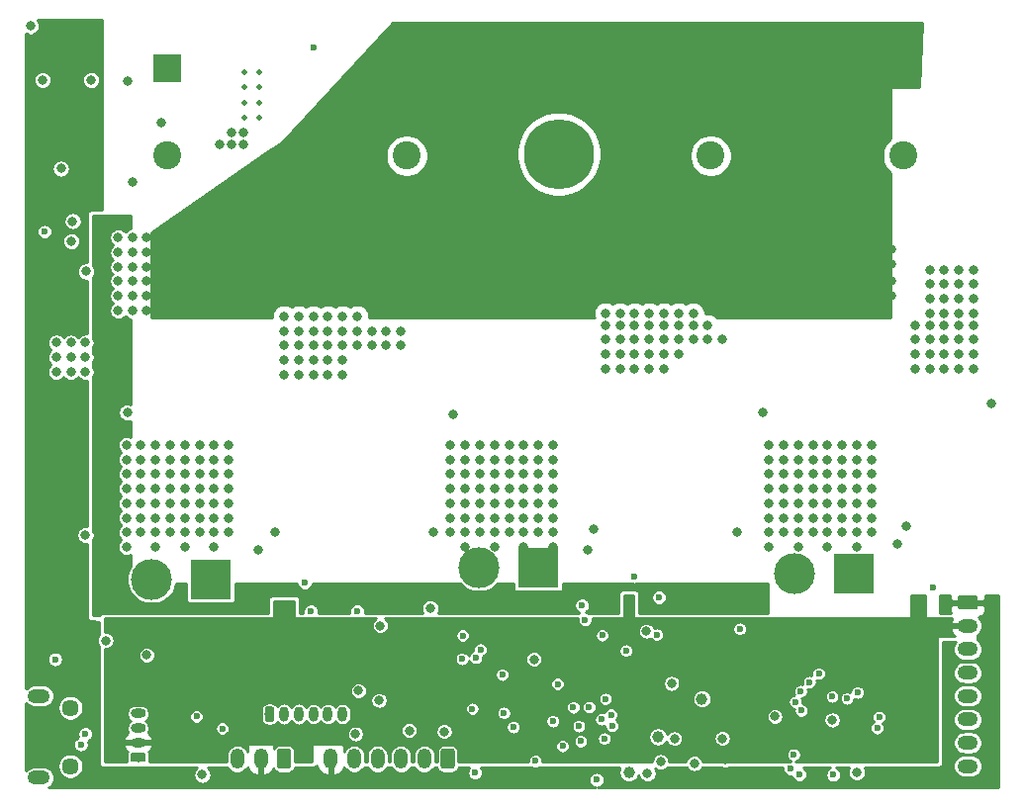
<source format=gbr>
G04 #@! TF.GenerationSoftware,KiCad,Pcbnew,(5.1.2)-2*
G04 #@! TF.CreationDate,2020-12-15T14:43:02+00:00*
G04 #@! TF.ProjectId,INV_Board,494e565f-426f-4617-9264-2e6b69636164,rev?*
G04 #@! TF.SameCoordinates,Original*
G04 #@! TF.FileFunction,Copper,L3,Inr*
G04 #@! TF.FilePolarity,Positive*
%FSLAX46Y46*%
G04 Gerber Fmt 4.6, Leading zero omitted, Abs format (unit mm)*
G04 Created by KiCad (PCBNEW (5.1.2)-2) date 2020-12-15 14:43:02*
%MOMM*%
%LPD*%
G04 APERTURE LIST*
%ADD10C,1.000000*%
%ADD11C,3.500120*%
%ADD12R,3.500120X3.500120*%
%ADD13O,1.750000X1.200000*%
%ADD14C,0.100000*%
%ADD15C,1.200000*%
%ADD16C,2.400000*%
%ADD17R,2.400000X2.400000*%
%ADD18C,0.500000*%
%ADD19O,1.300000X0.800000*%
%ADD20C,0.800000*%
%ADD21C,6.000000*%
%ADD22O,1.200000X1.750000*%
%ADD23O,0.800000X1.300000*%
%ADD24O,1.900000X1.200000*%
%ADD25C,1.450000*%
%ADD26C,0.600000*%
%ADD27C,0.500000*%
%ADD28C,0.254000*%
G04 APERTURE END LIST*
D10*
X170500000Y-110750000D03*
X168000000Y-113800000D03*
X174250000Y-107500000D03*
D11*
X127170000Y-97250000D03*
D12*
X132250000Y-97250000D03*
D11*
X155170000Y-96250000D03*
D12*
X160250000Y-96250000D03*
D11*
X182170000Y-96750000D03*
D12*
X187250000Y-96750000D03*
D13*
X197000000Y-113250000D03*
X197000000Y-111250000D03*
X197000000Y-109250000D03*
X197000000Y-107250000D03*
X197000000Y-105250000D03*
X197000000Y-103250000D03*
X197000000Y-101250000D03*
D14*
G36*
X197649505Y-98651204D02*
G01*
X197673773Y-98654804D01*
X197697572Y-98660765D01*
X197720671Y-98669030D01*
X197742850Y-98679520D01*
X197763893Y-98692132D01*
X197783599Y-98706747D01*
X197801777Y-98723223D01*
X197818253Y-98741401D01*
X197832868Y-98761107D01*
X197845480Y-98782150D01*
X197855970Y-98804329D01*
X197864235Y-98827428D01*
X197870196Y-98851227D01*
X197873796Y-98875495D01*
X197875000Y-98899999D01*
X197875000Y-99600001D01*
X197873796Y-99624505D01*
X197870196Y-99648773D01*
X197864235Y-99672572D01*
X197855970Y-99695671D01*
X197845480Y-99717850D01*
X197832868Y-99738893D01*
X197818253Y-99758599D01*
X197801777Y-99776777D01*
X197783599Y-99793253D01*
X197763893Y-99807868D01*
X197742850Y-99820480D01*
X197720671Y-99830970D01*
X197697572Y-99839235D01*
X197673773Y-99845196D01*
X197649505Y-99848796D01*
X197625001Y-99850000D01*
X196374999Y-99850000D01*
X196350495Y-99848796D01*
X196326227Y-99845196D01*
X196302428Y-99839235D01*
X196279329Y-99830970D01*
X196257150Y-99820480D01*
X196236107Y-99807868D01*
X196216401Y-99793253D01*
X196198223Y-99776777D01*
X196181747Y-99758599D01*
X196167132Y-99738893D01*
X196154520Y-99717850D01*
X196144030Y-99695671D01*
X196135765Y-99672572D01*
X196129804Y-99648773D01*
X196126204Y-99624505D01*
X196125000Y-99600001D01*
X196125000Y-98899999D01*
X196126204Y-98875495D01*
X196129804Y-98851227D01*
X196135765Y-98827428D01*
X196144030Y-98804329D01*
X196154520Y-98782150D01*
X196167132Y-98761107D01*
X196181747Y-98741401D01*
X196198223Y-98723223D01*
X196216401Y-98706747D01*
X196236107Y-98692132D01*
X196257150Y-98679520D01*
X196279329Y-98669030D01*
X196302428Y-98660765D01*
X196326227Y-98654804D01*
X196350495Y-98651204D01*
X196374999Y-98650000D01*
X197625001Y-98650000D01*
X197649505Y-98651204D01*
X197649505Y-98651204D01*
G37*
D15*
X197000000Y-99250000D03*
D16*
X128500000Y-61000000D03*
D17*
X128500000Y-53500000D03*
D16*
X191500000Y-61000000D03*
D17*
X191500000Y-53500000D03*
D16*
X149000000Y-61000000D03*
D17*
X149000000Y-53500000D03*
D18*
X135062500Y-53850000D03*
X136362500Y-53850000D03*
X135062500Y-55150000D03*
X136362500Y-55150000D03*
X135062500Y-56450000D03*
X136362500Y-56450000D03*
X135062500Y-57750000D03*
X136362500Y-57750000D03*
D19*
X126000000Y-108750000D03*
X126000000Y-110000000D03*
X126000000Y-111250000D03*
D14*
G36*
X126469603Y-112100963D02*
G01*
X126489018Y-112103843D01*
X126508057Y-112108612D01*
X126526537Y-112115224D01*
X126544279Y-112123616D01*
X126561114Y-112133706D01*
X126576879Y-112145398D01*
X126591421Y-112158579D01*
X126604602Y-112173121D01*
X126616294Y-112188886D01*
X126626384Y-112205721D01*
X126634776Y-112223463D01*
X126641388Y-112241943D01*
X126646157Y-112260982D01*
X126649037Y-112280397D01*
X126650000Y-112300000D01*
X126650000Y-112700000D01*
X126649037Y-112719603D01*
X126646157Y-112739018D01*
X126641388Y-112758057D01*
X126634776Y-112776537D01*
X126626384Y-112794279D01*
X126616294Y-112811114D01*
X126604602Y-112826879D01*
X126591421Y-112841421D01*
X126576879Y-112854602D01*
X126561114Y-112866294D01*
X126544279Y-112876384D01*
X126526537Y-112884776D01*
X126508057Y-112891388D01*
X126489018Y-112896157D01*
X126469603Y-112899037D01*
X126450000Y-112900000D01*
X125550000Y-112900000D01*
X125530397Y-112899037D01*
X125510982Y-112896157D01*
X125491943Y-112891388D01*
X125473463Y-112884776D01*
X125455721Y-112876384D01*
X125438886Y-112866294D01*
X125423121Y-112854602D01*
X125408579Y-112841421D01*
X125395398Y-112826879D01*
X125383706Y-112811114D01*
X125373616Y-112794279D01*
X125365224Y-112776537D01*
X125358612Y-112758057D01*
X125353843Y-112739018D01*
X125350963Y-112719603D01*
X125350000Y-112700000D01*
X125350000Y-112300000D01*
X125350963Y-112280397D01*
X125353843Y-112260982D01*
X125358612Y-112241943D01*
X125365224Y-112223463D01*
X125373616Y-112205721D01*
X125383706Y-112188886D01*
X125395398Y-112173121D01*
X125408579Y-112158579D01*
X125423121Y-112145398D01*
X125438886Y-112133706D01*
X125455721Y-112123616D01*
X125473463Y-112115224D01*
X125491943Y-112108612D01*
X125510982Y-112103843D01*
X125530397Y-112100963D01*
X125550000Y-112100000D01*
X126450000Y-112100000D01*
X126469603Y-112100963D01*
X126469603Y-112100963D01*
G37*
D20*
X126000000Y-112500000D03*
D21*
X162000000Y-60850000D03*
X162000000Y-53650000D03*
D16*
X175000000Y-61000000D03*
D17*
X175000000Y-53500000D03*
D22*
X134500000Y-112600000D03*
X136500000Y-112600000D03*
D14*
G36*
X138874505Y-111726204D02*
G01*
X138898773Y-111729804D01*
X138922572Y-111735765D01*
X138945671Y-111744030D01*
X138967850Y-111754520D01*
X138988893Y-111767132D01*
X139008599Y-111781747D01*
X139026777Y-111798223D01*
X139043253Y-111816401D01*
X139057868Y-111836107D01*
X139070480Y-111857150D01*
X139080970Y-111879329D01*
X139089235Y-111902428D01*
X139095196Y-111926227D01*
X139098796Y-111950495D01*
X139100000Y-111974999D01*
X139100000Y-113225001D01*
X139098796Y-113249505D01*
X139095196Y-113273773D01*
X139089235Y-113297572D01*
X139080970Y-113320671D01*
X139070480Y-113342850D01*
X139057868Y-113363893D01*
X139043253Y-113383599D01*
X139026777Y-113401777D01*
X139008599Y-113418253D01*
X138988893Y-113432868D01*
X138967850Y-113445480D01*
X138945671Y-113455970D01*
X138922572Y-113464235D01*
X138898773Y-113470196D01*
X138874505Y-113473796D01*
X138850001Y-113475000D01*
X138149999Y-113475000D01*
X138125495Y-113473796D01*
X138101227Y-113470196D01*
X138077428Y-113464235D01*
X138054329Y-113455970D01*
X138032150Y-113445480D01*
X138011107Y-113432868D01*
X137991401Y-113418253D01*
X137973223Y-113401777D01*
X137956747Y-113383599D01*
X137942132Y-113363893D01*
X137929520Y-113342850D01*
X137919030Y-113320671D01*
X137910765Y-113297572D01*
X137904804Y-113273773D01*
X137901204Y-113249505D01*
X137900000Y-113225001D01*
X137900000Y-111974999D01*
X137901204Y-111950495D01*
X137904804Y-111926227D01*
X137910765Y-111902428D01*
X137919030Y-111879329D01*
X137929520Y-111857150D01*
X137942132Y-111836107D01*
X137956747Y-111816401D01*
X137973223Y-111798223D01*
X137991401Y-111781747D01*
X138011107Y-111767132D01*
X138032150Y-111754520D01*
X138054329Y-111744030D01*
X138077428Y-111735765D01*
X138101227Y-111729804D01*
X138125495Y-111726204D01*
X138149999Y-111725000D01*
X138850001Y-111725000D01*
X138874505Y-111726204D01*
X138874505Y-111726204D01*
G37*
D15*
X138500000Y-112600000D03*
D23*
X143500000Y-108800000D03*
X142250000Y-108800000D03*
X141000000Y-108800000D03*
X139750000Y-108800000D03*
X138500000Y-108800000D03*
D14*
G36*
X137469603Y-108150963D02*
G01*
X137489018Y-108153843D01*
X137508057Y-108158612D01*
X137526537Y-108165224D01*
X137544279Y-108173616D01*
X137561114Y-108183706D01*
X137576879Y-108195398D01*
X137591421Y-108208579D01*
X137604602Y-108223121D01*
X137616294Y-108238886D01*
X137626384Y-108255721D01*
X137634776Y-108273463D01*
X137641388Y-108291943D01*
X137646157Y-108310982D01*
X137649037Y-108330397D01*
X137650000Y-108350000D01*
X137650000Y-109250000D01*
X137649037Y-109269603D01*
X137646157Y-109289018D01*
X137641388Y-109308057D01*
X137634776Y-109326537D01*
X137626384Y-109344279D01*
X137616294Y-109361114D01*
X137604602Y-109376879D01*
X137591421Y-109391421D01*
X137576879Y-109404602D01*
X137561114Y-109416294D01*
X137544279Y-109426384D01*
X137526537Y-109434776D01*
X137508057Y-109441388D01*
X137489018Y-109446157D01*
X137469603Y-109449037D01*
X137450000Y-109450000D01*
X137050000Y-109450000D01*
X137030397Y-109449037D01*
X137010982Y-109446157D01*
X136991943Y-109441388D01*
X136973463Y-109434776D01*
X136955721Y-109426384D01*
X136938886Y-109416294D01*
X136923121Y-109404602D01*
X136908579Y-109391421D01*
X136895398Y-109376879D01*
X136883706Y-109361114D01*
X136873616Y-109344279D01*
X136865224Y-109326537D01*
X136858612Y-109308057D01*
X136853843Y-109289018D01*
X136850963Y-109269603D01*
X136850000Y-109250000D01*
X136850000Y-108350000D01*
X136850963Y-108330397D01*
X136853843Y-108310982D01*
X136858612Y-108291943D01*
X136865224Y-108273463D01*
X136873616Y-108255721D01*
X136883706Y-108238886D01*
X136895398Y-108223121D01*
X136908579Y-108208579D01*
X136923121Y-108195398D01*
X136938886Y-108183706D01*
X136955721Y-108173616D01*
X136973463Y-108165224D01*
X136991943Y-108158612D01*
X137010982Y-108153843D01*
X137030397Y-108150963D01*
X137050000Y-108150000D01*
X137450000Y-108150000D01*
X137469603Y-108150963D01*
X137469603Y-108150963D01*
G37*
D20*
X137250000Y-108800000D03*
D22*
X142500000Y-112600000D03*
X144500000Y-112600000D03*
X146500000Y-112600000D03*
X148500000Y-112600000D03*
X150500000Y-112600000D03*
D14*
G36*
X152874505Y-111726204D02*
G01*
X152898773Y-111729804D01*
X152922572Y-111735765D01*
X152945671Y-111744030D01*
X152967850Y-111754520D01*
X152988893Y-111767132D01*
X153008599Y-111781747D01*
X153026777Y-111798223D01*
X153043253Y-111816401D01*
X153057868Y-111836107D01*
X153070480Y-111857150D01*
X153080970Y-111879329D01*
X153089235Y-111902428D01*
X153095196Y-111926227D01*
X153098796Y-111950495D01*
X153100000Y-111974999D01*
X153100000Y-113225001D01*
X153098796Y-113249505D01*
X153095196Y-113273773D01*
X153089235Y-113297572D01*
X153080970Y-113320671D01*
X153070480Y-113342850D01*
X153057868Y-113363893D01*
X153043253Y-113383599D01*
X153026777Y-113401777D01*
X153008599Y-113418253D01*
X152988893Y-113432868D01*
X152967850Y-113445480D01*
X152945671Y-113455970D01*
X152922572Y-113464235D01*
X152898773Y-113470196D01*
X152874505Y-113473796D01*
X152850001Y-113475000D01*
X152149999Y-113475000D01*
X152125495Y-113473796D01*
X152101227Y-113470196D01*
X152077428Y-113464235D01*
X152054329Y-113455970D01*
X152032150Y-113445480D01*
X152011107Y-113432868D01*
X151991401Y-113418253D01*
X151973223Y-113401777D01*
X151956747Y-113383599D01*
X151942132Y-113363893D01*
X151929520Y-113342850D01*
X151919030Y-113320671D01*
X151910765Y-113297572D01*
X151904804Y-113273773D01*
X151901204Y-113249505D01*
X151900000Y-113225001D01*
X151900000Y-111974999D01*
X151901204Y-111950495D01*
X151904804Y-111926227D01*
X151910765Y-111902428D01*
X151919030Y-111879329D01*
X151929520Y-111857150D01*
X151942132Y-111836107D01*
X151956747Y-111816401D01*
X151973223Y-111798223D01*
X151991401Y-111781747D01*
X152011107Y-111767132D01*
X152032150Y-111754520D01*
X152054329Y-111744030D01*
X152077428Y-111735765D01*
X152101227Y-111729804D01*
X152125495Y-111726204D01*
X152149999Y-111725000D01*
X152850001Y-111725000D01*
X152874505Y-111726204D01*
X152874505Y-111726204D01*
G37*
D15*
X152500000Y-112600000D03*
D24*
X117512500Y-107250000D03*
X117512500Y-114250000D03*
D25*
X120212500Y-108250000D03*
X120212500Y-113250000D03*
D20*
X189250000Y-71500000D03*
X189250000Y-69000000D03*
X189250000Y-70250000D03*
X189250000Y-72750000D03*
X189250000Y-74000000D03*
X188000000Y-71500000D03*
X188000000Y-69000000D03*
X188000000Y-70250000D03*
X188000000Y-72750000D03*
X188000000Y-74000000D03*
X186750000Y-71500000D03*
X186750000Y-69000000D03*
X186750000Y-70250000D03*
X186750000Y-72750000D03*
X186750000Y-74000000D03*
X185500000Y-71500000D03*
X185500000Y-69000000D03*
X185500000Y-70250000D03*
X185500000Y-72750000D03*
X185500000Y-74000000D03*
X184250000Y-71500000D03*
X184250000Y-69000000D03*
X184250000Y-70250000D03*
X184250000Y-72750000D03*
X184250000Y-74000000D03*
X183000000Y-71500000D03*
X183000000Y-69000000D03*
X183000000Y-70250000D03*
X183000000Y-72750000D03*
X183000000Y-74000000D03*
X181750000Y-71500000D03*
X181750000Y-69000000D03*
X181750000Y-70250000D03*
X181750000Y-72750000D03*
X181750000Y-74000000D03*
X180500000Y-71500000D03*
X180500000Y-69000000D03*
X180500000Y-70250000D03*
X180500000Y-72750000D03*
X180500000Y-74000000D03*
X154750000Y-74250000D03*
X157250000Y-74250000D03*
X159750000Y-74250000D03*
X162250000Y-74250000D03*
X155950000Y-74250000D03*
X158450000Y-74250000D03*
X160950000Y-74250000D03*
X153500000Y-74250000D03*
X154750000Y-73000000D03*
X157250000Y-73000000D03*
X159750000Y-73000000D03*
X162250000Y-73000000D03*
X155950000Y-73000000D03*
X158450000Y-73000000D03*
X160950000Y-73000000D03*
X153500000Y-73000000D03*
X154750000Y-71750000D03*
X157250000Y-71750000D03*
X159750000Y-71750000D03*
X162250000Y-71750000D03*
X155950000Y-71750000D03*
X158450000Y-71750000D03*
X160950000Y-71750000D03*
X153500000Y-71750000D03*
X154750000Y-70500000D03*
X157250000Y-70500000D03*
X159750000Y-70500000D03*
X162250000Y-70500000D03*
X155950000Y-70500000D03*
X158450000Y-70500000D03*
X160950000Y-70500000D03*
X153500000Y-70500000D03*
X154750000Y-69250000D03*
X157250000Y-69250000D03*
X159750000Y-69250000D03*
X162250000Y-69250000D03*
X155950000Y-69250000D03*
X158450000Y-69250000D03*
X160950000Y-69250000D03*
X153500000Y-69250000D03*
X128000000Y-70500000D03*
X130500000Y-70500000D03*
X133000000Y-70500000D03*
X135500000Y-70500000D03*
X128000000Y-71750000D03*
X130500000Y-71750000D03*
X133000000Y-71750000D03*
X135500000Y-71750000D03*
X128000000Y-74250000D03*
X130500000Y-74250000D03*
X133000000Y-74250000D03*
X135500000Y-74250000D03*
X129200000Y-74250000D03*
X131700000Y-74250000D03*
X134200000Y-74250000D03*
X126750000Y-74250000D03*
X128000000Y-73000000D03*
X130500000Y-73000000D03*
X133000000Y-73000000D03*
X135500000Y-73000000D03*
X129200000Y-73000000D03*
X131700000Y-73000000D03*
X134200000Y-73000000D03*
X126750000Y-73000000D03*
X129200000Y-71750000D03*
X131700000Y-71750000D03*
X134200000Y-71750000D03*
X126750000Y-71750000D03*
X129200000Y-70500000D03*
X131700000Y-70500000D03*
X134200000Y-70500000D03*
X126750000Y-70500000D03*
X128000000Y-69250000D03*
X130500000Y-69250000D03*
X133000000Y-69250000D03*
X135500000Y-69250000D03*
X129200000Y-69250000D03*
X131700000Y-69250000D03*
X134200000Y-69250000D03*
X126750000Y-69250000D03*
X187500000Y-90750000D03*
X187500000Y-88250000D03*
X187500000Y-85750000D03*
X186250000Y-87000000D03*
X186250000Y-89500000D03*
X186250000Y-92000000D03*
X186250000Y-90750000D03*
X187500000Y-92000000D03*
X186250000Y-85750000D03*
X187500000Y-89500000D03*
X187500000Y-87000000D03*
X186250000Y-88250000D03*
X183750000Y-90750000D03*
X183750000Y-88250000D03*
X183750000Y-85750000D03*
X182500000Y-87000000D03*
X182500000Y-89500000D03*
X182500000Y-92000000D03*
X185000000Y-87000000D03*
X185000000Y-89500000D03*
X185000000Y-92000000D03*
X185000000Y-90750000D03*
X185000000Y-88250000D03*
X185000000Y-85750000D03*
X182500000Y-90750000D03*
X183750000Y-92000000D03*
X182500000Y-85750000D03*
X183750000Y-89500000D03*
X183750000Y-87000000D03*
X182500000Y-88250000D03*
X161500000Y-90750000D03*
X161500000Y-88250000D03*
X161500000Y-85750000D03*
X160250000Y-87000000D03*
X160250000Y-89500000D03*
X160250000Y-92000000D03*
X160250000Y-90750000D03*
X161500000Y-92000000D03*
X160250000Y-85750000D03*
X161500000Y-89500000D03*
X161500000Y-87000000D03*
X160250000Y-88250000D03*
X159000000Y-90750000D03*
X159000000Y-88250000D03*
X159000000Y-85750000D03*
X157750000Y-87000000D03*
X157750000Y-89500000D03*
X157750000Y-92000000D03*
X157750000Y-90750000D03*
X159000000Y-92000000D03*
X157750000Y-85750000D03*
X159000000Y-89500000D03*
X159000000Y-87000000D03*
X157750000Y-88250000D03*
X156500000Y-90750000D03*
X156500000Y-88250000D03*
X156500000Y-85750000D03*
X155250000Y-87000000D03*
X155250000Y-89500000D03*
X155250000Y-92000000D03*
X155250000Y-90750000D03*
X156500000Y-92000000D03*
X155250000Y-85750000D03*
X156500000Y-89500000D03*
X156500000Y-87000000D03*
X155250000Y-88250000D03*
X132500000Y-89500000D03*
X132500000Y-87000000D03*
X131250000Y-88250000D03*
X131250000Y-90750000D03*
X131250000Y-85750000D03*
X132500000Y-90750000D03*
X132500000Y-88250000D03*
X132500000Y-85750000D03*
X131250000Y-87000000D03*
X131250000Y-89500000D03*
X130000000Y-87000000D03*
X130000000Y-89500000D03*
X130000000Y-92000000D03*
X130000000Y-90750000D03*
X130000000Y-88250000D03*
X130000000Y-85750000D03*
X128750000Y-89500000D03*
X128750000Y-87000000D03*
X127500000Y-88250000D03*
X127500000Y-90750000D03*
X128750000Y-92000000D03*
X127500000Y-85750000D03*
X128750000Y-90750000D03*
X128750000Y-88250000D03*
X128750000Y-85750000D03*
X127500000Y-87000000D03*
X127500000Y-89500000D03*
X127500000Y-92000000D03*
D26*
X165250000Y-114424990D03*
D20*
X176279786Y-112675013D03*
D26*
X168000000Y-99000000D03*
X139000000Y-100000000D03*
D20*
X192500000Y-99500000D03*
D26*
X158847674Y-104652326D03*
X159000000Y-112000000D03*
X161500000Y-108000000D03*
X169500000Y-105750000D03*
D20*
X185362508Y-111637500D03*
X178000000Y-110000000D03*
D26*
X130500000Y-111000000D03*
X131740718Y-109810752D03*
X137000000Y-106500000D03*
D20*
X144750000Y-74750000D03*
X146000000Y-77250000D03*
X148500000Y-77250000D03*
X144750000Y-77250000D03*
X147250000Y-77250000D03*
X148500000Y-76000000D03*
X146000000Y-76000000D03*
X144750000Y-76000000D03*
X147250000Y-76000000D03*
X195000000Y-73250000D03*
X197500000Y-73250000D03*
X193750000Y-73250000D03*
X196250000Y-73250000D03*
X197500000Y-72000000D03*
X195000000Y-74500000D03*
X197500000Y-74500000D03*
X195000000Y-72000000D03*
X193750000Y-72000000D03*
X196250000Y-74500000D03*
X196250000Y-72000000D03*
X193750000Y-74500000D03*
X172250000Y-74500000D03*
X173500000Y-76750000D03*
X176000000Y-76750000D03*
X172250000Y-76750000D03*
X174750000Y-76750000D03*
X173500000Y-74500000D03*
X173500000Y-75500000D03*
X172250000Y-75500000D03*
X174750000Y-75500000D03*
X172250000Y-78000000D03*
X120250000Y-79500000D03*
X121500000Y-77000000D03*
X119000000Y-79500000D03*
X119000000Y-77000000D03*
X121500000Y-79500000D03*
X120250000Y-78250000D03*
X119000000Y-78250000D03*
X121500000Y-78250000D03*
X120250000Y-77000000D03*
X152200000Y-110300000D03*
X149200000Y-110200000D03*
X139750000Y-76000000D03*
X196250000Y-78000000D03*
X193750000Y-78000000D03*
X193750000Y-75500000D03*
X167250000Y-78000000D03*
X169750000Y-78000000D03*
X167250000Y-75500000D03*
X142250000Y-78500000D03*
X122000000Y-54500000D03*
X193750000Y-70750000D03*
X192500000Y-75500000D03*
X195000000Y-78000000D03*
X195000000Y-75500000D03*
X192500000Y-78000000D03*
X196250000Y-70750000D03*
X197500000Y-78000000D03*
X166000000Y-74500000D03*
X171000000Y-74500000D03*
X166000000Y-75500000D03*
X168500000Y-78000000D03*
X168500000Y-75500000D03*
X166000000Y-78000000D03*
X168500000Y-74500000D03*
X171000000Y-78000000D03*
X138500000Y-74750000D03*
X143500000Y-74750000D03*
X138500000Y-76000000D03*
X143500000Y-76000000D03*
X141000000Y-78500000D03*
X141000000Y-76000000D03*
X141000000Y-74750000D03*
X143500000Y-78500000D03*
D26*
X161500000Y-109400000D03*
D20*
X197500000Y-75500000D03*
X171000000Y-75500000D03*
X167250000Y-76750000D03*
X169750000Y-76750000D03*
X169750000Y-79250000D03*
X167250000Y-79250000D03*
X193750000Y-76750000D03*
X196250000Y-76750000D03*
X196250000Y-79250000D03*
X193750000Y-79250000D03*
X139750000Y-77250000D03*
X142250000Y-77250000D03*
X142250000Y-79750000D03*
X139750000Y-79750000D03*
X125150000Y-54600000D03*
X125500000Y-63250000D03*
X138500000Y-77250000D03*
X141000000Y-77250000D03*
X143500000Y-77250000D03*
X139750000Y-78500000D03*
X138500000Y-79750000D03*
X141000000Y-79750000D03*
X143500000Y-79750000D03*
X142250000Y-74750000D03*
X139750000Y-74750000D03*
X166000000Y-76750000D03*
X168500000Y-76750000D03*
X169750000Y-75500000D03*
X171000000Y-76750000D03*
X166000000Y-79250000D03*
X168500000Y-79250000D03*
X171000000Y-79250000D03*
X169750000Y-74500000D03*
X167250000Y-74500000D03*
X192500000Y-76750000D03*
X196250000Y-75500000D03*
X197500000Y-76750000D03*
X195000000Y-76750000D03*
X192500000Y-79250000D03*
X195000000Y-79250000D03*
X197500000Y-79250000D03*
X195000000Y-70750000D03*
X197500000Y-70750000D03*
X142250000Y-76000000D03*
X144600000Y-110500000D03*
D26*
X157300000Y-108700065D03*
D20*
X131500000Y-114000000D03*
X119400000Y-62100000D03*
X169500000Y-101700000D03*
D26*
X185500000Y-114000000D03*
D20*
X171900000Y-110900004D03*
X187500000Y-113800000D03*
X173600000Y-113000000D03*
X176000000Y-110874991D03*
X171668750Y-106168750D03*
X185399998Y-109300002D03*
X121550000Y-70900000D03*
X116800000Y-49900000D03*
X128000000Y-58200000D03*
X126750000Y-103750000D03*
D26*
X163881943Y-111124980D03*
D20*
X117840008Y-54500000D03*
D26*
X154846032Y-113824960D03*
X118900000Y-104100000D03*
D20*
X134000000Y-60000000D03*
X135000000Y-60000000D03*
X133000000Y-60000000D03*
X135000000Y-59000000D03*
X134000000Y-59000000D03*
D26*
X194000000Y-98000000D03*
X140269978Y-97530001D03*
X168469976Y-97000000D03*
D20*
X138500000Y-78500000D03*
X159880034Y-104119998D03*
D26*
X177500000Y-101500000D03*
D20*
X123250000Y-102500000D03*
X151000000Y-99750000D03*
X146730481Y-101230481D03*
D26*
X181815898Y-113462522D03*
D20*
X180500000Y-109000000D03*
X120299838Y-68308589D03*
X120400001Y-66600000D03*
X170726229Y-112850021D03*
X179250000Y-70250000D03*
X179250000Y-69000000D03*
X190500000Y-70250000D03*
X190500000Y-69000000D03*
X124300000Y-73000000D03*
X152300000Y-73000000D03*
X179250000Y-72750000D03*
X184250000Y-67750000D03*
X186750000Y-67750000D03*
X181750000Y-67750000D03*
X179250000Y-71500000D03*
X179250000Y-74000000D03*
X157200000Y-68000000D03*
X159700000Y-68000000D03*
X162200000Y-68000000D03*
X154700000Y-68000000D03*
X152300000Y-70500000D03*
X129200000Y-68000000D03*
X131700000Y-68000000D03*
X134200000Y-68000000D03*
X126750000Y-68000000D03*
X125500000Y-74250000D03*
X125500000Y-71700000D03*
X125500000Y-69300000D03*
X124300000Y-68000000D03*
X152300000Y-74200000D03*
X152300000Y-71800000D03*
X161000000Y-68000000D03*
X152300000Y-69300000D03*
X163500000Y-68000000D03*
X153500000Y-68000000D03*
X156000000Y-68000000D03*
X152300000Y-68000000D03*
X188000000Y-67750000D03*
X179250000Y-67750000D03*
X180500000Y-67750000D03*
X183000000Y-67750000D03*
X185500000Y-67750000D03*
X190500000Y-73000000D03*
X158500000Y-68000000D03*
X128000000Y-68000000D03*
X130500000Y-68000000D03*
X133000000Y-68000000D03*
X125500000Y-73000000D03*
X125500000Y-70500000D03*
X125500000Y-68000000D03*
X135500000Y-68000000D03*
X124300000Y-74250000D03*
X124300000Y-71700000D03*
X124300000Y-69300000D03*
X124300000Y-70500000D03*
X190500000Y-71750000D03*
X199000000Y-82250000D03*
D26*
X141000000Y-51750000D03*
D20*
X163500000Y-73000000D03*
X163500000Y-70500000D03*
X163500000Y-71750000D03*
X163500000Y-69250000D03*
D26*
X166478067Y-108847661D03*
X165719991Y-102055747D03*
X163249988Y-108222411D03*
X164600002Y-108200000D03*
X161907641Y-106225020D03*
X155299677Y-103276720D03*
D20*
X180000000Y-90750000D03*
X180000000Y-88250000D03*
X180000000Y-85750000D03*
X185000000Y-93250000D03*
X182500000Y-93250000D03*
X180000000Y-93250000D03*
X187500000Y-93250000D03*
X188750000Y-87000000D03*
X188750000Y-89500000D03*
X188750000Y-92000000D03*
X181250000Y-87000000D03*
X181250000Y-89500000D03*
X181250000Y-92000000D03*
X181250000Y-93250000D03*
X183750000Y-93250000D03*
X186250000Y-93250000D03*
X181250000Y-90750000D03*
X181250000Y-88250000D03*
X181250000Y-85750000D03*
X188750000Y-90750000D03*
X185000000Y-94500000D03*
X182500000Y-94500000D03*
X180000000Y-94500000D03*
X180000000Y-92000000D03*
X188750000Y-85750000D03*
X180000000Y-89500000D03*
X188750000Y-93250000D03*
X187500000Y-94500000D03*
X180000000Y-87000000D03*
X188750000Y-88250000D03*
X154000000Y-90750000D03*
X154000000Y-88250000D03*
X154000000Y-85750000D03*
X159000000Y-93250000D03*
X156500000Y-93250000D03*
X154000000Y-93250000D03*
X161500000Y-93250000D03*
X152750000Y-87000000D03*
X152750000Y-89500000D03*
X152750000Y-92000000D03*
X155250000Y-93250000D03*
X157750000Y-93250000D03*
X160250000Y-93250000D03*
X152750000Y-90750000D03*
X159000000Y-94500000D03*
X156500000Y-94500000D03*
X154000000Y-94500000D03*
X154000000Y-92000000D03*
X152750000Y-85750000D03*
X154000000Y-89500000D03*
X152750000Y-93250000D03*
X161500000Y-94500000D03*
X154000000Y-87000000D03*
X152750000Y-88250000D03*
X125000000Y-90750000D03*
X125000000Y-88250000D03*
X125000000Y-85750000D03*
X130000000Y-93250000D03*
X127500000Y-93250000D03*
X125000000Y-93250000D03*
X132500000Y-93250000D03*
X133750000Y-87000000D03*
X131250000Y-92000000D03*
X133750000Y-89500000D03*
X133750000Y-92000000D03*
X126250000Y-87000000D03*
X126250000Y-89500000D03*
X126250000Y-92000000D03*
X126250000Y-93250000D03*
X128750000Y-93250000D03*
X131250000Y-93250000D03*
X126250000Y-90750000D03*
X126250000Y-88250000D03*
X126250000Y-85750000D03*
X132500000Y-94500000D03*
X125000000Y-89500000D03*
X125000000Y-87000000D03*
X133750000Y-88250000D03*
X130000000Y-94500000D03*
X125000000Y-94500000D03*
X133750000Y-90750000D03*
X127500000Y-94500000D03*
X125000000Y-92000000D03*
X133750000Y-93250000D03*
X133750000Y-85750000D03*
X132500000Y-92000000D03*
D26*
X121500000Y-110500000D03*
X121105463Y-111399993D03*
X153725121Y-104074861D03*
X153790333Y-102074828D03*
X189250000Y-110000000D03*
X182750000Y-108500000D03*
X164000000Y-99500000D03*
X165642748Y-109242748D03*
X182250000Y-107750000D03*
X189422683Y-109046073D03*
X163714894Y-109824968D03*
X157175728Y-105424272D03*
X165906555Y-110893430D03*
X154909049Y-103974881D03*
X160000000Y-112800000D03*
X162325022Y-111529401D03*
X187578669Y-106947524D03*
X184252017Y-105333740D03*
X186668809Y-107458255D03*
X183456433Y-106057069D03*
D20*
X169600000Y-113900000D03*
D26*
X182608267Y-113974969D03*
X158112196Y-109913151D03*
X131000000Y-109000000D03*
X154600000Y-108350132D03*
X133215024Y-110033520D03*
D20*
X146620584Y-107625043D03*
X144866993Y-106805665D03*
D26*
X140800000Y-100000000D03*
X144750000Y-100000000D03*
X164250000Y-100750000D03*
X166000000Y-107500000D03*
X127600000Y-114975000D03*
X188450000Y-114200000D03*
X186500000Y-114200000D03*
X116699999Y-59010007D03*
D20*
X122500000Y-66738449D03*
D26*
X152000000Y-98000000D03*
X122500000Y-100250000D03*
X118000000Y-67500012D03*
X174325728Y-99674272D03*
X185400000Y-107300000D03*
X182703448Y-106832038D03*
X182100229Y-112262510D03*
X167761605Y-103361605D03*
X170400000Y-102000000D03*
X170600000Y-98800000D03*
X166572827Y-109821371D03*
D20*
X179500000Y-83000000D03*
X177250000Y-93250000D03*
X191750000Y-92750000D03*
X191000000Y-94250000D03*
X153000000Y-83109998D03*
X151250000Y-93250000D03*
X165000000Y-93000000D03*
X164500000Y-94750004D03*
X125075012Y-83000000D03*
X121500000Y-93500000D03*
X137750000Y-93250000D03*
X136250000Y-94750000D03*
D27*
X122500000Y-66738449D02*
X122500000Y-100250000D01*
X151500000Y-98500000D02*
X152000000Y-98000000D01*
X136750000Y-98500000D02*
X151500000Y-98500000D01*
X135799939Y-99450061D02*
X136750000Y-98500000D01*
X122500000Y-100250000D02*
X123299939Y-99450061D01*
X123299939Y-99450061D02*
X135799939Y-99450061D01*
X152450061Y-98450061D02*
X166549939Y-98450061D01*
X152000000Y-98000000D02*
X152450061Y-98450061D01*
X166549939Y-98450061D02*
X167000000Y-98000000D01*
X172651456Y-98000000D02*
X174325728Y-99674272D01*
X167000000Y-98000000D02*
X172651456Y-98000000D01*
D28*
G36*
X122873000Y-65623000D02*
G01*
X122000000Y-65623000D01*
X121926451Y-65630244D01*
X121855728Y-65651697D01*
X121790550Y-65686536D01*
X121733421Y-65733421D01*
X121686536Y-65790550D01*
X121651697Y-65855728D01*
X121630244Y-65926451D01*
X121623000Y-66000000D01*
X121623000Y-70123000D01*
X121473472Y-70123000D01*
X121323357Y-70152859D01*
X121181952Y-70211431D01*
X121054691Y-70296464D01*
X120946464Y-70404691D01*
X120861431Y-70531952D01*
X120802859Y-70673357D01*
X120773000Y-70823472D01*
X120773000Y-70976528D01*
X120802859Y-71126643D01*
X120861431Y-71268048D01*
X120946464Y-71395309D01*
X121054691Y-71503536D01*
X121181952Y-71588569D01*
X121323357Y-71647141D01*
X121473472Y-71677000D01*
X121623000Y-71677000D01*
X121623000Y-76232244D01*
X121576528Y-76223000D01*
X121423472Y-76223000D01*
X121273357Y-76252859D01*
X121131952Y-76311431D01*
X121004691Y-76396464D01*
X120896464Y-76504691D01*
X120875000Y-76536814D01*
X120853536Y-76504691D01*
X120745309Y-76396464D01*
X120618048Y-76311431D01*
X120476643Y-76252859D01*
X120326528Y-76223000D01*
X120173472Y-76223000D01*
X120023357Y-76252859D01*
X119881952Y-76311431D01*
X119754691Y-76396464D01*
X119646464Y-76504691D01*
X119625000Y-76536814D01*
X119603536Y-76504691D01*
X119495309Y-76396464D01*
X119368048Y-76311431D01*
X119226643Y-76252859D01*
X119076528Y-76223000D01*
X118923472Y-76223000D01*
X118773357Y-76252859D01*
X118631952Y-76311431D01*
X118504691Y-76396464D01*
X118396464Y-76504691D01*
X118311431Y-76631952D01*
X118252859Y-76773357D01*
X118223000Y-76923472D01*
X118223000Y-77076528D01*
X118252859Y-77226643D01*
X118311431Y-77368048D01*
X118396464Y-77495309D01*
X118504691Y-77603536D01*
X118536814Y-77625000D01*
X118504691Y-77646464D01*
X118396464Y-77754691D01*
X118311431Y-77881952D01*
X118252859Y-78023357D01*
X118223000Y-78173472D01*
X118223000Y-78326528D01*
X118252859Y-78476643D01*
X118311431Y-78618048D01*
X118396464Y-78745309D01*
X118504691Y-78853536D01*
X118536814Y-78875000D01*
X118504691Y-78896464D01*
X118396464Y-79004691D01*
X118311431Y-79131952D01*
X118252859Y-79273357D01*
X118223000Y-79423472D01*
X118223000Y-79576528D01*
X118252859Y-79726643D01*
X118311431Y-79868048D01*
X118396464Y-79995309D01*
X118504691Y-80103536D01*
X118631952Y-80188569D01*
X118773357Y-80247141D01*
X118923472Y-80277000D01*
X119076528Y-80277000D01*
X119226643Y-80247141D01*
X119368048Y-80188569D01*
X119495309Y-80103536D01*
X119603536Y-79995309D01*
X119625000Y-79963186D01*
X119646464Y-79995309D01*
X119754691Y-80103536D01*
X119881952Y-80188569D01*
X120023357Y-80247141D01*
X120173472Y-80277000D01*
X120326528Y-80277000D01*
X120476643Y-80247141D01*
X120618048Y-80188569D01*
X120745309Y-80103536D01*
X120853536Y-79995309D01*
X120875000Y-79963186D01*
X120896464Y-79995309D01*
X121004691Y-80103536D01*
X121131952Y-80188569D01*
X121273357Y-80247141D01*
X121423472Y-80277000D01*
X121576528Y-80277000D01*
X121623000Y-80267756D01*
X121623000Y-92732244D01*
X121576528Y-92723000D01*
X121423472Y-92723000D01*
X121273357Y-92752859D01*
X121131952Y-92811431D01*
X121004691Y-92896464D01*
X120896464Y-93004691D01*
X120811431Y-93131952D01*
X120752859Y-93273357D01*
X120723000Y-93423472D01*
X120723000Y-93576528D01*
X120752859Y-93726643D01*
X120811431Y-93868048D01*
X120896464Y-93995309D01*
X121004691Y-94103536D01*
X121131952Y-94188569D01*
X121273357Y-94247141D01*
X121423472Y-94277000D01*
X121576528Y-94277000D01*
X121623000Y-94267756D01*
X121623000Y-100500000D01*
X121630244Y-100573549D01*
X121651697Y-100644272D01*
X121686536Y-100709450D01*
X121733421Y-100766579D01*
X121790550Y-100813464D01*
X121855728Y-100848303D01*
X121926451Y-100869756D01*
X122000000Y-100877000D01*
X122244624Y-100877000D01*
X122302526Y-100900984D01*
X122433321Y-100927000D01*
X122566679Y-100927000D01*
X122623000Y-100915797D01*
X122623000Y-102039807D01*
X122561431Y-102131952D01*
X122502859Y-102273357D01*
X122473000Y-102423472D01*
X122473000Y-102576528D01*
X122502859Y-102726643D01*
X122561431Y-102868048D01*
X122623000Y-102960193D01*
X122623000Y-113000000D01*
X122630244Y-113073549D01*
X122651697Y-113144272D01*
X122686536Y-113209450D01*
X122733421Y-113266579D01*
X122790550Y-113313464D01*
X122855728Y-113348303D01*
X122926451Y-113369756D01*
X123000000Y-113377000D01*
X131033821Y-113377000D01*
X131004691Y-113396464D01*
X130896464Y-113504691D01*
X130811431Y-113631952D01*
X130752859Y-113773357D01*
X130723000Y-113923472D01*
X130723000Y-114076528D01*
X130752859Y-114226643D01*
X130811431Y-114368048D01*
X130896464Y-114495309D01*
X131004691Y-114603536D01*
X131131952Y-114688569D01*
X131273357Y-114747141D01*
X131423472Y-114777000D01*
X131576528Y-114777000D01*
X131726643Y-114747141D01*
X131868048Y-114688569D01*
X131995309Y-114603536D01*
X132103536Y-114495309D01*
X132188569Y-114368048D01*
X132247141Y-114226643D01*
X132277000Y-114076528D01*
X132277000Y-113923472D01*
X132247141Y-113773357D01*
X132188569Y-113631952D01*
X132103536Y-113504691D01*
X131995309Y-113396464D01*
X131966179Y-113377000D01*
X133660517Y-113377000D01*
X133683724Y-113420418D01*
X133805814Y-113569186D01*
X133954582Y-113691276D01*
X134124309Y-113781997D01*
X134308475Y-113837863D01*
X134500000Y-113856727D01*
X134691524Y-113837863D01*
X134875690Y-113781997D01*
X135045418Y-113691276D01*
X135194186Y-113569186D01*
X135316276Y-113420418D01*
X135339483Y-113377000D01*
X135370738Y-113377000D01*
X135407610Y-113464946D01*
X135543693Y-113666725D01*
X135716526Y-113838078D01*
X135919467Y-113972421D01*
X136144718Y-114064591D01*
X136182391Y-114068462D01*
X136373000Y-113943731D01*
X136373000Y-112727000D01*
X136353000Y-112727000D01*
X136353000Y-112473000D01*
X136373000Y-112473000D01*
X136373000Y-112453000D01*
X136627000Y-112453000D01*
X136627000Y-112473000D01*
X136647000Y-112473000D01*
X136647000Y-112727000D01*
X136627000Y-112727000D01*
X136627000Y-113943731D01*
X136817609Y-114068462D01*
X136855282Y-114064591D01*
X137080533Y-113972421D01*
X137283474Y-113838078D01*
X137456307Y-113666725D01*
X137579158Y-113484566D01*
X137627152Y-113574356D01*
X137705354Y-113669646D01*
X137800644Y-113747848D01*
X137909359Y-113805958D01*
X138027322Y-113841741D01*
X138149999Y-113853824D01*
X138850001Y-113853824D01*
X138972678Y-113841741D01*
X139090641Y-113805958D01*
X139199356Y-113747848D01*
X139294646Y-113669646D01*
X139372848Y-113574356D01*
X139430958Y-113465641D01*
X139457846Y-113377000D01*
X141000000Y-113377000D01*
X141073549Y-113369756D01*
X141144272Y-113348303D01*
X141209450Y-113313464D01*
X141266579Y-113266579D01*
X141308438Y-113215574D01*
X141313507Y-113240496D01*
X141407610Y-113464946D01*
X141543693Y-113666725D01*
X141716526Y-113838078D01*
X141919467Y-113972421D01*
X142144718Y-114064591D01*
X142182391Y-114068462D01*
X142373000Y-113943731D01*
X142373000Y-112727000D01*
X142353000Y-112727000D01*
X142353000Y-112473000D01*
X142373000Y-112473000D01*
X142373000Y-112453000D01*
X142627000Y-112453000D01*
X142627000Y-112473000D01*
X142647000Y-112473000D01*
X142647000Y-112727000D01*
X142627000Y-112727000D01*
X142627000Y-113943731D01*
X142817609Y-114068462D01*
X142855282Y-114064591D01*
X143080533Y-113972421D01*
X143283474Y-113838078D01*
X143456307Y-113666725D01*
X143592390Y-113464946D01*
X143629262Y-113377000D01*
X143660517Y-113377000D01*
X143683724Y-113420418D01*
X143805814Y-113569186D01*
X143954582Y-113691276D01*
X144124309Y-113781997D01*
X144308475Y-113837863D01*
X144500000Y-113856727D01*
X144691524Y-113837863D01*
X144875690Y-113781997D01*
X145045418Y-113691276D01*
X145194186Y-113569186D01*
X145316276Y-113420418D01*
X145339483Y-113377000D01*
X145660517Y-113377000D01*
X145683724Y-113420418D01*
X145805814Y-113569186D01*
X145954582Y-113691276D01*
X146124309Y-113781997D01*
X146308475Y-113837863D01*
X146500000Y-113856727D01*
X146691524Y-113837863D01*
X146875690Y-113781997D01*
X147045418Y-113691276D01*
X147194186Y-113569186D01*
X147316276Y-113420418D01*
X147339483Y-113377000D01*
X147660517Y-113377000D01*
X147683724Y-113420418D01*
X147805814Y-113569186D01*
X147954582Y-113691276D01*
X148124309Y-113781997D01*
X148308475Y-113837863D01*
X148500000Y-113856727D01*
X148691524Y-113837863D01*
X148875690Y-113781997D01*
X149045418Y-113691276D01*
X149194186Y-113569186D01*
X149316276Y-113420418D01*
X149339483Y-113377000D01*
X149660517Y-113377000D01*
X149683724Y-113420418D01*
X149805814Y-113569186D01*
X149954582Y-113691276D01*
X150124309Y-113781997D01*
X150308475Y-113837863D01*
X150500000Y-113856727D01*
X150691524Y-113837863D01*
X150875690Y-113781997D01*
X151045418Y-113691276D01*
X151194186Y-113569186D01*
X151316276Y-113420418D01*
X151339483Y-113377000D01*
X151542154Y-113377000D01*
X151569042Y-113465641D01*
X151627152Y-113574356D01*
X151705354Y-113669646D01*
X151800644Y-113747848D01*
X151909359Y-113805958D01*
X152027322Y-113841741D01*
X152149999Y-113853824D01*
X152850001Y-113853824D01*
X152972678Y-113841741D01*
X153090641Y-113805958D01*
X153199356Y-113747848D01*
X153294646Y-113669646D01*
X153372848Y-113574356D01*
X153430958Y-113465641D01*
X153457846Y-113377000D01*
X154336569Y-113377000D01*
X154320172Y-113393397D01*
X154246082Y-113504280D01*
X154195048Y-113627486D01*
X154169032Y-113758281D01*
X154169032Y-113891639D01*
X154195048Y-114022434D01*
X154246082Y-114145640D01*
X154320172Y-114256523D01*
X154414469Y-114350820D01*
X154525352Y-114424910D01*
X154648558Y-114475944D01*
X154779353Y-114501960D01*
X154912711Y-114501960D01*
X155043506Y-114475944D01*
X155166712Y-114424910D01*
X155277595Y-114350820D01*
X155371892Y-114256523D01*
X155445982Y-114145640D01*
X155497016Y-114022434D01*
X155523032Y-113891639D01*
X155523032Y-113758281D01*
X155497016Y-113627486D01*
X155445982Y-113504280D01*
X155371892Y-113393397D01*
X155355495Y-113377000D01*
X159644973Y-113377000D01*
X159679320Y-113399950D01*
X159802526Y-113450984D01*
X159933321Y-113477000D01*
X160066679Y-113477000D01*
X160197474Y-113450984D01*
X160320680Y-113399950D01*
X160355027Y-113377000D01*
X167227881Y-113377000D01*
X167222813Y-113384585D01*
X167156703Y-113544189D01*
X167123000Y-113713623D01*
X167123000Y-113886377D01*
X167156703Y-114055811D01*
X167222813Y-114215415D01*
X167318790Y-114359055D01*
X167440945Y-114481210D01*
X167584585Y-114577187D01*
X167744189Y-114643297D01*
X167913623Y-114677000D01*
X168086377Y-114677000D01*
X168255811Y-114643297D01*
X168415415Y-114577187D01*
X168559055Y-114481210D01*
X168681210Y-114359055D01*
X168777187Y-114215415D01*
X168840239Y-114063195D01*
X168852859Y-114126643D01*
X168911431Y-114268048D01*
X168996464Y-114395309D01*
X169104691Y-114503536D01*
X169231952Y-114588569D01*
X169373357Y-114647141D01*
X169523472Y-114677000D01*
X169676528Y-114677000D01*
X169826643Y-114647141D01*
X169968048Y-114588569D01*
X170095309Y-114503536D01*
X170203536Y-114395309D01*
X170288569Y-114268048D01*
X170347141Y-114126643D01*
X170377000Y-113976528D01*
X170377000Y-113823472D01*
X170347141Y-113673357D01*
X170288569Y-113531952D01*
X170240435Y-113459915D01*
X170358181Y-113538590D01*
X170499586Y-113597162D01*
X170649701Y-113627021D01*
X170802757Y-113627021D01*
X170952872Y-113597162D01*
X171094277Y-113538590D01*
X171221538Y-113453557D01*
X171298095Y-113377000D01*
X172917413Y-113377000D01*
X172996464Y-113495309D01*
X173104691Y-113603536D01*
X173231952Y-113688569D01*
X173373357Y-113747141D01*
X173523472Y-113777000D01*
X173676528Y-113777000D01*
X173826643Y-113747141D01*
X173968048Y-113688569D01*
X174095309Y-113603536D01*
X174203536Y-113495309D01*
X174282587Y-113377000D01*
X175944132Y-113377000D01*
X176053143Y-113422154D01*
X176203258Y-113452013D01*
X176356314Y-113452013D01*
X176506429Y-113422154D01*
X176615440Y-113377000D01*
X181142646Y-113377000D01*
X181138898Y-113395843D01*
X181138898Y-113529201D01*
X181164914Y-113659996D01*
X181215948Y-113783202D01*
X181290038Y-113894085D01*
X181384335Y-113988382D01*
X181495218Y-114062472D01*
X181618424Y-114113506D01*
X181749219Y-114139522D01*
X181882577Y-114139522D01*
X181948141Y-114126481D01*
X181957283Y-114172443D01*
X182008317Y-114295649D01*
X182082407Y-114406532D01*
X182176704Y-114500829D01*
X182287587Y-114574919D01*
X182410793Y-114625953D01*
X182541588Y-114651969D01*
X182674946Y-114651969D01*
X182805741Y-114625953D01*
X182928947Y-114574919D01*
X183039830Y-114500829D01*
X183134127Y-114406532D01*
X183208217Y-114295649D01*
X183259251Y-114172443D01*
X183285267Y-114041648D01*
X183285267Y-113908290D01*
X183259251Y-113777495D01*
X183208217Y-113654289D01*
X183134127Y-113543406D01*
X183039830Y-113449109D01*
X182931912Y-113377000D01*
X185234967Y-113377000D01*
X185179320Y-113400050D01*
X185068437Y-113474140D01*
X184974140Y-113568437D01*
X184900050Y-113679320D01*
X184849016Y-113802526D01*
X184823000Y-113933321D01*
X184823000Y-114066679D01*
X184849016Y-114197474D01*
X184900050Y-114320680D01*
X184974140Y-114431563D01*
X185068437Y-114525860D01*
X185179320Y-114599950D01*
X185302526Y-114650984D01*
X185433321Y-114677000D01*
X185566679Y-114677000D01*
X185697474Y-114650984D01*
X185820680Y-114599950D01*
X185931563Y-114525860D01*
X186025860Y-114431563D01*
X186099950Y-114320680D01*
X186150984Y-114197474D01*
X186177000Y-114066679D01*
X186177000Y-113933321D01*
X186150984Y-113802526D01*
X186099950Y-113679320D01*
X186025860Y-113568437D01*
X185931563Y-113474140D01*
X185820680Y-113400050D01*
X185765033Y-113377000D01*
X186848149Y-113377000D01*
X186811431Y-113431952D01*
X186752859Y-113573357D01*
X186723000Y-113723472D01*
X186723000Y-113876528D01*
X186752859Y-114026643D01*
X186811431Y-114168048D01*
X186896464Y-114295309D01*
X187004691Y-114403536D01*
X187131952Y-114488569D01*
X187273357Y-114547141D01*
X187423472Y-114577000D01*
X187576528Y-114577000D01*
X187726643Y-114547141D01*
X187868048Y-114488569D01*
X187995309Y-114403536D01*
X188103536Y-114295309D01*
X188188569Y-114168048D01*
X188247141Y-114026643D01*
X188277000Y-113876528D01*
X188277000Y-113723472D01*
X188247141Y-113573357D01*
X188188569Y-113431952D01*
X188151851Y-113377000D01*
X194500000Y-113377000D01*
X194573549Y-113369756D01*
X194644272Y-113348303D01*
X194709450Y-113313464D01*
X194766579Y-113266579D01*
X194780185Y-113250000D01*
X195743273Y-113250000D01*
X195762137Y-113441525D01*
X195818003Y-113625691D01*
X195908724Y-113795418D01*
X196030814Y-113944186D01*
X196179582Y-114066276D01*
X196349309Y-114156997D01*
X196533475Y-114212863D01*
X196677007Y-114227000D01*
X197322993Y-114227000D01*
X197466525Y-114212863D01*
X197650691Y-114156997D01*
X197820418Y-114066276D01*
X197969186Y-113944186D01*
X198091276Y-113795418D01*
X198181997Y-113625691D01*
X198237863Y-113441525D01*
X198256727Y-113250000D01*
X198237863Y-113058475D01*
X198181997Y-112874309D01*
X198091276Y-112704582D01*
X197969186Y-112555814D01*
X197820418Y-112433724D01*
X197650691Y-112343003D01*
X197466525Y-112287137D01*
X197322993Y-112273000D01*
X196677007Y-112273000D01*
X196533475Y-112287137D01*
X196349309Y-112343003D01*
X196179582Y-112433724D01*
X196030814Y-112555814D01*
X195908724Y-112704582D01*
X195818003Y-112874309D01*
X195762137Y-113058475D01*
X195743273Y-113250000D01*
X194780185Y-113250000D01*
X194813464Y-113209450D01*
X194848303Y-113144272D01*
X194869756Y-113073549D01*
X194877000Y-113000000D01*
X194877000Y-111250000D01*
X195743273Y-111250000D01*
X195762137Y-111441525D01*
X195818003Y-111625691D01*
X195908724Y-111795418D01*
X196030814Y-111944186D01*
X196179582Y-112066276D01*
X196349309Y-112156997D01*
X196533475Y-112212863D01*
X196677007Y-112227000D01*
X197322993Y-112227000D01*
X197466525Y-112212863D01*
X197650691Y-112156997D01*
X197820418Y-112066276D01*
X197969186Y-111944186D01*
X198091276Y-111795418D01*
X198181997Y-111625691D01*
X198237863Y-111441525D01*
X198256727Y-111250000D01*
X198237863Y-111058475D01*
X198181997Y-110874309D01*
X198091276Y-110704582D01*
X197969186Y-110555814D01*
X197820418Y-110433724D01*
X197650691Y-110343003D01*
X197466525Y-110287137D01*
X197322993Y-110273000D01*
X196677007Y-110273000D01*
X196533475Y-110287137D01*
X196349309Y-110343003D01*
X196179582Y-110433724D01*
X196030814Y-110555814D01*
X195908724Y-110704582D01*
X195818003Y-110874309D01*
X195762137Y-111058475D01*
X195743273Y-111250000D01*
X194877000Y-111250000D01*
X194877000Y-109250000D01*
X195743273Y-109250000D01*
X195762137Y-109441525D01*
X195818003Y-109625691D01*
X195908724Y-109795418D01*
X196030814Y-109944186D01*
X196179582Y-110066276D01*
X196349309Y-110156997D01*
X196533475Y-110212863D01*
X196677007Y-110227000D01*
X197322993Y-110227000D01*
X197466525Y-110212863D01*
X197650691Y-110156997D01*
X197820418Y-110066276D01*
X197969186Y-109944186D01*
X198091276Y-109795418D01*
X198181997Y-109625691D01*
X198237863Y-109441525D01*
X198256727Y-109250000D01*
X198237863Y-109058475D01*
X198181997Y-108874309D01*
X198091276Y-108704582D01*
X197969186Y-108555814D01*
X197820418Y-108433724D01*
X197650691Y-108343003D01*
X197466525Y-108287137D01*
X197322993Y-108273000D01*
X196677007Y-108273000D01*
X196533475Y-108287137D01*
X196349309Y-108343003D01*
X196179582Y-108433724D01*
X196030814Y-108555814D01*
X195908724Y-108704582D01*
X195818003Y-108874309D01*
X195762137Y-109058475D01*
X195743273Y-109250000D01*
X194877000Y-109250000D01*
X194877000Y-107250000D01*
X195743273Y-107250000D01*
X195762137Y-107441525D01*
X195818003Y-107625691D01*
X195908724Y-107795418D01*
X196030814Y-107944186D01*
X196179582Y-108066276D01*
X196349309Y-108156997D01*
X196533475Y-108212863D01*
X196677007Y-108227000D01*
X197322993Y-108227000D01*
X197466525Y-108212863D01*
X197650691Y-108156997D01*
X197820418Y-108066276D01*
X197969186Y-107944186D01*
X198091276Y-107795418D01*
X198181997Y-107625691D01*
X198237863Y-107441525D01*
X198256727Y-107250000D01*
X198237863Y-107058475D01*
X198181997Y-106874309D01*
X198091276Y-106704582D01*
X197969186Y-106555814D01*
X197820418Y-106433724D01*
X197650691Y-106343003D01*
X197466525Y-106287137D01*
X197322993Y-106273000D01*
X196677007Y-106273000D01*
X196533475Y-106287137D01*
X196349309Y-106343003D01*
X196179582Y-106433724D01*
X196030814Y-106555814D01*
X195908724Y-106704582D01*
X195818003Y-106874309D01*
X195762137Y-107058475D01*
X195743273Y-107250000D01*
X194877000Y-107250000D01*
X194877000Y-105250000D01*
X195743273Y-105250000D01*
X195762137Y-105441525D01*
X195818003Y-105625691D01*
X195908724Y-105795418D01*
X196030814Y-105944186D01*
X196179582Y-106066276D01*
X196349309Y-106156997D01*
X196533475Y-106212863D01*
X196677007Y-106227000D01*
X197322993Y-106227000D01*
X197466525Y-106212863D01*
X197650691Y-106156997D01*
X197820418Y-106066276D01*
X197969186Y-105944186D01*
X198091276Y-105795418D01*
X198181997Y-105625691D01*
X198237863Y-105441525D01*
X198256727Y-105250000D01*
X198237863Y-105058475D01*
X198181997Y-104874309D01*
X198091276Y-104704582D01*
X197969186Y-104555814D01*
X197820418Y-104433724D01*
X197650691Y-104343003D01*
X197466525Y-104287137D01*
X197322993Y-104273000D01*
X196677007Y-104273000D01*
X196533475Y-104287137D01*
X196349309Y-104343003D01*
X196179582Y-104433724D01*
X196030814Y-104555814D01*
X195908724Y-104704582D01*
X195818003Y-104874309D01*
X195762137Y-105058475D01*
X195743273Y-105250000D01*
X194877000Y-105250000D01*
X194877000Y-102627000D01*
X195972394Y-102627000D01*
X195908724Y-102704582D01*
X195818003Y-102874309D01*
X195762137Y-103058475D01*
X195743273Y-103250000D01*
X195762137Y-103441525D01*
X195818003Y-103625691D01*
X195908724Y-103795418D01*
X196030814Y-103944186D01*
X196179582Y-104066276D01*
X196349309Y-104156997D01*
X196533475Y-104212863D01*
X196677007Y-104227000D01*
X197322993Y-104227000D01*
X197466525Y-104212863D01*
X197650691Y-104156997D01*
X197820418Y-104066276D01*
X197969186Y-103944186D01*
X198091276Y-103795418D01*
X198181997Y-103625691D01*
X198237863Y-103441525D01*
X198256727Y-103250000D01*
X198237863Y-103058475D01*
X198181997Y-102874309D01*
X198091276Y-102704582D01*
X197969186Y-102555814D01*
X197825143Y-102437601D01*
X197848303Y-102394272D01*
X197869756Y-102323549D01*
X197877000Y-102250000D01*
X197877000Y-102019841D01*
X197969186Y-101944186D01*
X198091276Y-101795418D01*
X198181997Y-101625691D01*
X198237863Y-101441525D01*
X198256727Y-101250000D01*
X198237863Y-101058475D01*
X198181997Y-100874309D01*
X198091276Y-100704582D01*
X197969186Y-100555814D01*
X197885394Y-100487048D01*
X197999482Y-100475812D01*
X198119180Y-100439502D01*
X198229494Y-100380537D01*
X198326185Y-100301185D01*
X198405537Y-100204494D01*
X198464502Y-100094180D01*
X198500812Y-99974482D01*
X198513072Y-99850000D01*
X198510000Y-99535750D01*
X198351250Y-99377000D01*
X197127000Y-99377000D01*
X197127000Y-99397000D01*
X196873000Y-99397000D01*
X196873000Y-99377000D01*
X195648750Y-99377000D01*
X195490000Y-99535750D01*
X195486928Y-99850000D01*
X195499188Y-99974482D01*
X195535498Y-100094180D01*
X195550903Y-100123000D01*
X194627000Y-100123000D01*
X194627000Y-98627000D01*
X195489193Y-98627000D01*
X195486928Y-98650000D01*
X195490000Y-98964250D01*
X195648750Y-99123000D01*
X196873000Y-99123000D01*
X196873000Y-99103000D01*
X197127000Y-99103000D01*
X197127000Y-99123000D01*
X198351250Y-99123000D01*
X198510000Y-98964250D01*
X198513072Y-98650000D01*
X198510807Y-98627000D01*
X199598001Y-98627000D01*
X199598001Y-115098000D01*
X165336739Y-115098000D01*
X165447474Y-115075974D01*
X165570680Y-115024940D01*
X165681563Y-114950850D01*
X165775860Y-114856553D01*
X165849950Y-114745670D01*
X165900984Y-114622464D01*
X165927000Y-114491669D01*
X165927000Y-114358311D01*
X165900984Y-114227516D01*
X165849950Y-114104310D01*
X165775860Y-113993427D01*
X165681563Y-113899130D01*
X165570680Y-113825040D01*
X165447474Y-113774006D01*
X165316679Y-113747990D01*
X165183321Y-113747990D01*
X165052526Y-113774006D01*
X164929320Y-113825040D01*
X164818437Y-113899130D01*
X164724140Y-113993427D01*
X164650050Y-114104310D01*
X164599016Y-114227516D01*
X164573000Y-114358311D01*
X164573000Y-114491669D01*
X164599016Y-114622464D01*
X164650050Y-114745670D01*
X164724140Y-114856553D01*
X164818437Y-114950850D01*
X164929320Y-115024940D01*
X165052526Y-115075974D01*
X165163261Y-115098000D01*
X118348567Y-115098000D01*
X118407918Y-115066276D01*
X118556686Y-114944186D01*
X118678776Y-114795418D01*
X118769497Y-114625691D01*
X118825363Y-114441525D01*
X118844227Y-114250000D01*
X118825363Y-114058475D01*
X118769497Y-113874309D01*
X118678776Y-113704582D01*
X118556686Y-113555814D01*
X118407918Y-113433724D01*
X118238191Y-113343003D01*
X118054025Y-113287137D01*
X117910493Y-113273000D01*
X117114507Y-113273000D01*
X116970975Y-113287137D01*
X116786809Y-113343003D01*
X116617082Y-113433724D01*
X116468314Y-113555814D01*
X116402000Y-113636618D01*
X116402000Y-113141462D01*
X119110500Y-113141462D01*
X119110500Y-113358538D01*
X119152849Y-113571442D01*
X119235920Y-113771993D01*
X119356521Y-113952484D01*
X119510016Y-114105979D01*
X119690507Y-114226580D01*
X119891058Y-114309651D01*
X120103962Y-114352000D01*
X120321038Y-114352000D01*
X120533942Y-114309651D01*
X120734493Y-114226580D01*
X120914984Y-114105979D01*
X121068479Y-113952484D01*
X121189080Y-113771993D01*
X121272151Y-113571442D01*
X121314500Y-113358538D01*
X121314500Y-113141462D01*
X121272151Y-112928558D01*
X121189080Y-112728007D01*
X121068479Y-112547516D01*
X120914984Y-112394021D01*
X120734493Y-112273420D01*
X120533942Y-112190349D01*
X120321038Y-112148000D01*
X120103962Y-112148000D01*
X119891058Y-112190349D01*
X119690507Y-112273420D01*
X119510016Y-112394021D01*
X119356521Y-112547516D01*
X119235920Y-112728007D01*
X119152849Y-112928558D01*
X119110500Y-113141462D01*
X116402000Y-113141462D01*
X116402000Y-111333314D01*
X120428463Y-111333314D01*
X120428463Y-111466672D01*
X120454479Y-111597467D01*
X120505513Y-111720673D01*
X120579603Y-111831556D01*
X120673900Y-111925853D01*
X120784783Y-111999943D01*
X120907989Y-112050977D01*
X121038784Y-112076993D01*
X121172142Y-112076993D01*
X121302937Y-112050977D01*
X121426143Y-111999943D01*
X121537026Y-111925853D01*
X121631323Y-111831556D01*
X121705413Y-111720673D01*
X121756447Y-111597467D01*
X121782463Y-111466672D01*
X121782463Y-111333314D01*
X121756447Y-111202519D01*
X121729590Y-111137681D01*
X121820680Y-111099950D01*
X121931563Y-111025860D01*
X122025860Y-110931563D01*
X122099950Y-110820680D01*
X122150984Y-110697474D01*
X122177000Y-110566679D01*
X122177000Y-110433321D01*
X122150984Y-110302526D01*
X122099950Y-110179320D01*
X122025860Y-110068437D01*
X121931563Y-109974140D01*
X121820680Y-109900050D01*
X121697474Y-109849016D01*
X121566679Y-109823000D01*
X121433321Y-109823000D01*
X121302526Y-109849016D01*
X121179320Y-109900050D01*
X121068437Y-109974140D01*
X120974140Y-110068437D01*
X120900050Y-110179320D01*
X120849016Y-110302526D01*
X120823000Y-110433321D01*
X120823000Y-110566679D01*
X120849016Y-110697474D01*
X120875873Y-110762312D01*
X120784783Y-110800043D01*
X120673900Y-110874133D01*
X120579603Y-110968430D01*
X120505513Y-111079313D01*
X120454479Y-111202519D01*
X120428463Y-111333314D01*
X116402000Y-111333314D01*
X116402000Y-107863382D01*
X116468314Y-107944186D01*
X116617082Y-108066276D01*
X116786809Y-108156997D01*
X116970975Y-108212863D01*
X117114507Y-108227000D01*
X117910493Y-108227000D01*
X118054025Y-108212863D01*
X118238191Y-108156997D01*
X118267254Y-108141462D01*
X119110500Y-108141462D01*
X119110500Y-108358538D01*
X119152849Y-108571442D01*
X119235920Y-108771993D01*
X119356521Y-108952484D01*
X119510016Y-109105979D01*
X119690507Y-109226580D01*
X119891058Y-109309651D01*
X120103962Y-109352000D01*
X120321038Y-109352000D01*
X120533942Y-109309651D01*
X120734493Y-109226580D01*
X120914984Y-109105979D01*
X121068479Y-108952484D01*
X121189080Y-108771993D01*
X121272151Y-108571442D01*
X121314500Y-108358538D01*
X121314500Y-108141462D01*
X121272151Y-107928558D01*
X121189080Y-107728007D01*
X121068479Y-107547516D01*
X120914984Y-107394021D01*
X120734493Y-107273420D01*
X120533942Y-107190349D01*
X120321038Y-107148000D01*
X120103962Y-107148000D01*
X119891058Y-107190349D01*
X119690507Y-107273420D01*
X119510016Y-107394021D01*
X119356521Y-107547516D01*
X119235920Y-107728007D01*
X119152849Y-107928558D01*
X119110500Y-108141462D01*
X118267254Y-108141462D01*
X118407918Y-108066276D01*
X118556686Y-107944186D01*
X118678776Y-107795418D01*
X118769497Y-107625691D01*
X118825363Y-107441525D01*
X118844227Y-107250000D01*
X118825363Y-107058475D01*
X118769497Y-106874309D01*
X118678776Y-106704582D01*
X118556686Y-106555814D01*
X118407918Y-106433724D01*
X118238191Y-106343003D01*
X118054025Y-106287137D01*
X117910493Y-106273000D01*
X117114507Y-106273000D01*
X116970975Y-106287137D01*
X116786809Y-106343003D01*
X116617082Y-106433724D01*
X116468314Y-106555814D01*
X116402000Y-106636618D01*
X116402000Y-104033321D01*
X118223000Y-104033321D01*
X118223000Y-104166679D01*
X118249016Y-104297474D01*
X118300050Y-104420680D01*
X118374140Y-104531563D01*
X118468437Y-104625860D01*
X118579320Y-104699950D01*
X118702526Y-104750984D01*
X118833321Y-104777000D01*
X118966679Y-104777000D01*
X119097474Y-104750984D01*
X119220680Y-104699950D01*
X119331563Y-104625860D01*
X119425860Y-104531563D01*
X119499950Y-104420680D01*
X119550984Y-104297474D01*
X119577000Y-104166679D01*
X119577000Y-104033321D01*
X119550984Y-103902526D01*
X119499950Y-103779320D01*
X119425860Y-103668437D01*
X119331563Y-103574140D01*
X119220680Y-103500050D01*
X119097474Y-103449016D01*
X118966679Y-103423000D01*
X118833321Y-103423000D01*
X118702526Y-103449016D01*
X118579320Y-103500050D01*
X118468437Y-103574140D01*
X118374140Y-103668437D01*
X118300050Y-103779320D01*
X118249016Y-103902526D01*
X118223000Y-104033321D01*
X116402000Y-104033321D01*
X116402000Y-68232061D01*
X119522838Y-68232061D01*
X119522838Y-68385117D01*
X119552697Y-68535232D01*
X119611269Y-68676637D01*
X119696302Y-68803898D01*
X119804529Y-68912125D01*
X119931790Y-68997158D01*
X120073195Y-69055730D01*
X120223310Y-69085589D01*
X120376366Y-69085589D01*
X120526481Y-69055730D01*
X120667886Y-68997158D01*
X120795147Y-68912125D01*
X120903374Y-68803898D01*
X120988407Y-68676637D01*
X121046979Y-68535232D01*
X121076838Y-68385117D01*
X121076838Y-68232061D01*
X121046979Y-68081946D01*
X120988407Y-67940541D01*
X120903374Y-67813280D01*
X120795147Y-67705053D01*
X120667886Y-67620020D01*
X120526481Y-67561448D01*
X120376366Y-67531589D01*
X120223310Y-67531589D01*
X120073195Y-67561448D01*
X119931790Y-67620020D01*
X119804529Y-67705053D01*
X119696302Y-67813280D01*
X119611269Y-67940541D01*
X119552697Y-68081946D01*
X119522838Y-68232061D01*
X116402000Y-68232061D01*
X116402000Y-67433333D01*
X117323000Y-67433333D01*
X117323000Y-67566691D01*
X117349016Y-67697486D01*
X117400050Y-67820692D01*
X117474140Y-67931575D01*
X117568437Y-68025872D01*
X117679320Y-68099962D01*
X117802526Y-68150996D01*
X117933321Y-68177012D01*
X118066679Y-68177012D01*
X118197474Y-68150996D01*
X118320680Y-68099962D01*
X118431563Y-68025872D01*
X118525860Y-67931575D01*
X118599950Y-67820692D01*
X118650984Y-67697486D01*
X118677000Y-67566691D01*
X118677000Y-67433333D01*
X118650984Y-67302538D01*
X118599950Y-67179332D01*
X118525860Y-67068449D01*
X118431563Y-66974152D01*
X118320680Y-66900062D01*
X118197474Y-66849028D01*
X118066679Y-66823012D01*
X117933321Y-66823012D01*
X117802526Y-66849028D01*
X117679320Y-66900062D01*
X117568437Y-66974152D01*
X117474140Y-67068449D01*
X117400050Y-67179332D01*
X117349016Y-67302538D01*
X117323000Y-67433333D01*
X116402000Y-67433333D01*
X116402000Y-66523472D01*
X119623001Y-66523472D01*
X119623001Y-66676528D01*
X119652860Y-66826643D01*
X119711432Y-66968048D01*
X119796465Y-67095309D01*
X119904692Y-67203536D01*
X120031953Y-67288569D01*
X120173358Y-67347141D01*
X120323473Y-67377000D01*
X120476529Y-67377000D01*
X120626644Y-67347141D01*
X120768049Y-67288569D01*
X120895310Y-67203536D01*
X121003537Y-67095309D01*
X121088570Y-66968048D01*
X121147142Y-66826643D01*
X121177001Y-66676528D01*
X121177001Y-66523472D01*
X121147142Y-66373357D01*
X121088570Y-66231952D01*
X121003537Y-66104691D01*
X120895310Y-65996464D01*
X120768049Y-65911431D01*
X120626644Y-65852859D01*
X120476529Y-65823000D01*
X120323473Y-65823000D01*
X120173358Y-65852859D01*
X120031953Y-65911431D01*
X119904692Y-65996464D01*
X119796465Y-66104691D01*
X119711432Y-66231952D01*
X119652860Y-66373357D01*
X119623001Y-66523472D01*
X116402000Y-66523472D01*
X116402000Y-62023472D01*
X118623000Y-62023472D01*
X118623000Y-62176528D01*
X118652859Y-62326643D01*
X118711431Y-62468048D01*
X118796464Y-62595309D01*
X118904691Y-62703536D01*
X119031952Y-62788569D01*
X119173357Y-62847141D01*
X119323472Y-62877000D01*
X119476528Y-62877000D01*
X119626643Y-62847141D01*
X119768048Y-62788569D01*
X119895309Y-62703536D01*
X120003536Y-62595309D01*
X120088569Y-62468048D01*
X120147141Y-62326643D01*
X120177000Y-62176528D01*
X120177000Y-62023472D01*
X120147141Y-61873357D01*
X120088569Y-61731952D01*
X120003536Y-61604691D01*
X119895309Y-61496464D01*
X119768048Y-61411431D01*
X119626643Y-61352859D01*
X119476528Y-61323000D01*
X119323472Y-61323000D01*
X119173357Y-61352859D01*
X119031952Y-61411431D01*
X118904691Y-61496464D01*
X118796464Y-61604691D01*
X118711431Y-61731952D01*
X118652859Y-61873357D01*
X118623000Y-62023472D01*
X116402000Y-62023472D01*
X116402000Y-54423472D01*
X117063008Y-54423472D01*
X117063008Y-54576528D01*
X117092867Y-54726643D01*
X117151439Y-54868048D01*
X117236472Y-54995309D01*
X117344699Y-55103536D01*
X117471960Y-55188569D01*
X117613365Y-55247141D01*
X117763480Y-55277000D01*
X117916536Y-55277000D01*
X118066651Y-55247141D01*
X118208056Y-55188569D01*
X118335317Y-55103536D01*
X118443544Y-54995309D01*
X118528577Y-54868048D01*
X118587149Y-54726643D01*
X118617008Y-54576528D01*
X118617008Y-54423472D01*
X121223000Y-54423472D01*
X121223000Y-54576528D01*
X121252859Y-54726643D01*
X121311431Y-54868048D01*
X121396464Y-54995309D01*
X121504691Y-55103536D01*
X121631952Y-55188569D01*
X121773357Y-55247141D01*
X121923472Y-55277000D01*
X122076528Y-55277000D01*
X122226643Y-55247141D01*
X122368048Y-55188569D01*
X122495309Y-55103536D01*
X122603536Y-54995309D01*
X122688569Y-54868048D01*
X122747141Y-54726643D01*
X122777000Y-54576528D01*
X122777000Y-54423472D01*
X122747141Y-54273357D01*
X122688569Y-54131952D01*
X122603536Y-54004691D01*
X122495309Y-53896464D01*
X122368048Y-53811431D01*
X122226643Y-53752859D01*
X122076528Y-53723000D01*
X121923472Y-53723000D01*
X121773357Y-53752859D01*
X121631952Y-53811431D01*
X121504691Y-53896464D01*
X121396464Y-54004691D01*
X121311431Y-54131952D01*
X121252859Y-54273357D01*
X121223000Y-54423472D01*
X118617008Y-54423472D01*
X118587149Y-54273357D01*
X118528577Y-54131952D01*
X118443544Y-54004691D01*
X118335317Y-53896464D01*
X118208056Y-53811431D01*
X118066651Y-53752859D01*
X117916536Y-53723000D01*
X117763480Y-53723000D01*
X117613365Y-53752859D01*
X117471960Y-53811431D01*
X117344699Y-53896464D01*
X117236472Y-54004691D01*
X117151439Y-54131952D01*
X117092867Y-54273357D01*
X117063008Y-54423472D01*
X116402000Y-54423472D01*
X116402000Y-50568556D01*
X116431952Y-50588569D01*
X116573357Y-50647141D01*
X116723472Y-50677000D01*
X116876528Y-50677000D01*
X117026643Y-50647141D01*
X117168048Y-50588569D01*
X117295309Y-50503536D01*
X117403536Y-50395309D01*
X117488569Y-50268048D01*
X117547141Y-50126643D01*
X117577000Y-49976528D01*
X117577000Y-49823472D01*
X117547141Y-49673357D01*
X117488569Y-49531952D01*
X117403536Y-49404691D01*
X117400845Y-49402000D01*
X122873000Y-49402000D01*
X122873000Y-65623000D01*
X122873000Y-65623000D01*
G37*
X122873000Y-65623000D02*
X122000000Y-65623000D01*
X121926451Y-65630244D01*
X121855728Y-65651697D01*
X121790550Y-65686536D01*
X121733421Y-65733421D01*
X121686536Y-65790550D01*
X121651697Y-65855728D01*
X121630244Y-65926451D01*
X121623000Y-66000000D01*
X121623000Y-70123000D01*
X121473472Y-70123000D01*
X121323357Y-70152859D01*
X121181952Y-70211431D01*
X121054691Y-70296464D01*
X120946464Y-70404691D01*
X120861431Y-70531952D01*
X120802859Y-70673357D01*
X120773000Y-70823472D01*
X120773000Y-70976528D01*
X120802859Y-71126643D01*
X120861431Y-71268048D01*
X120946464Y-71395309D01*
X121054691Y-71503536D01*
X121181952Y-71588569D01*
X121323357Y-71647141D01*
X121473472Y-71677000D01*
X121623000Y-71677000D01*
X121623000Y-76232244D01*
X121576528Y-76223000D01*
X121423472Y-76223000D01*
X121273357Y-76252859D01*
X121131952Y-76311431D01*
X121004691Y-76396464D01*
X120896464Y-76504691D01*
X120875000Y-76536814D01*
X120853536Y-76504691D01*
X120745309Y-76396464D01*
X120618048Y-76311431D01*
X120476643Y-76252859D01*
X120326528Y-76223000D01*
X120173472Y-76223000D01*
X120023357Y-76252859D01*
X119881952Y-76311431D01*
X119754691Y-76396464D01*
X119646464Y-76504691D01*
X119625000Y-76536814D01*
X119603536Y-76504691D01*
X119495309Y-76396464D01*
X119368048Y-76311431D01*
X119226643Y-76252859D01*
X119076528Y-76223000D01*
X118923472Y-76223000D01*
X118773357Y-76252859D01*
X118631952Y-76311431D01*
X118504691Y-76396464D01*
X118396464Y-76504691D01*
X118311431Y-76631952D01*
X118252859Y-76773357D01*
X118223000Y-76923472D01*
X118223000Y-77076528D01*
X118252859Y-77226643D01*
X118311431Y-77368048D01*
X118396464Y-77495309D01*
X118504691Y-77603536D01*
X118536814Y-77625000D01*
X118504691Y-77646464D01*
X118396464Y-77754691D01*
X118311431Y-77881952D01*
X118252859Y-78023357D01*
X118223000Y-78173472D01*
X118223000Y-78326528D01*
X118252859Y-78476643D01*
X118311431Y-78618048D01*
X118396464Y-78745309D01*
X118504691Y-78853536D01*
X118536814Y-78875000D01*
X118504691Y-78896464D01*
X118396464Y-79004691D01*
X118311431Y-79131952D01*
X118252859Y-79273357D01*
X118223000Y-79423472D01*
X118223000Y-79576528D01*
X118252859Y-79726643D01*
X118311431Y-79868048D01*
X118396464Y-79995309D01*
X118504691Y-80103536D01*
X118631952Y-80188569D01*
X118773357Y-80247141D01*
X118923472Y-80277000D01*
X119076528Y-80277000D01*
X119226643Y-80247141D01*
X119368048Y-80188569D01*
X119495309Y-80103536D01*
X119603536Y-79995309D01*
X119625000Y-79963186D01*
X119646464Y-79995309D01*
X119754691Y-80103536D01*
X119881952Y-80188569D01*
X120023357Y-80247141D01*
X120173472Y-80277000D01*
X120326528Y-80277000D01*
X120476643Y-80247141D01*
X120618048Y-80188569D01*
X120745309Y-80103536D01*
X120853536Y-79995309D01*
X120875000Y-79963186D01*
X120896464Y-79995309D01*
X121004691Y-80103536D01*
X121131952Y-80188569D01*
X121273357Y-80247141D01*
X121423472Y-80277000D01*
X121576528Y-80277000D01*
X121623000Y-80267756D01*
X121623000Y-92732244D01*
X121576528Y-92723000D01*
X121423472Y-92723000D01*
X121273357Y-92752859D01*
X121131952Y-92811431D01*
X121004691Y-92896464D01*
X120896464Y-93004691D01*
X120811431Y-93131952D01*
X120752859Y-93273357D01*
X120723000Y-93423472D01*
X120723000Y-93576528D01*
X120752859Y-93726643D01*
X120811431Y-93868048D01*
X120896464Y-93995309D01*
X121004691Y-94103536D01*
X121131952Y-94188569D01*
X121273357Y-94247141D01*
X121423472Y-94277000D01*
X121576528Y-94277000D01*
X121623000Y-94267756D01*
X121623000Y-100500000D01*
X121630244Y-100573549D01*
X121651697Y-100644272D01*
X121686536Y-100709450D01*
X121733421Y-100766579D01*
X121790550Y-100813464D01*
X121855728Y-100848303D01*
X121926451Y-100869756D01*
X122000000Y-100877000D01*
X122244624Y-100877000D01*
X122302526Y-100900984D01*
X122433321Y-100927000D01*
X122566679Y-100927000D01*
X122623000Y-100915797D01*
X122623000Y-102039807D01*
X122561431Y-102131952D01*
X122502859Y-102273357D01*
X122473000Y-102423472D01*
X122473000Y-102576528D01*
X122502859Y-102726643D01*
X122561431Y-102868048D01*
X122623000Y-102960193D01*
X122623000Y-113000000D01*
X122630244Y-113073549D01*
X122651697Y-113144272D01*
X122686536Y-113209450D01*
X122733421Y-113266579D01*
X122790550Y-113313464D01*
X122855728Y-113348303D01*
X122926451Y-113369756D01*
X123000000Y-113377000D01*
X131033821Y-113377000D01*
X131004691Y-113396464D01*
X130896464Y-113504691D01*
X130811431Y-113631952D01*
X130752859Y-113773357D01*
X130723000Y-113923472D01*
X130723000Y-114076528D01*
X130752859Y-114226643D01*
X130811431Y-114368048D01*
X130896464Y-114495309D01*
X131004691Y-114603536D01*
X131131952Y-114688569D01*
X131273357Y-114747141D01*
X131423472Y-114777000D01*
X131576528Y-114777000D01*
X131726643Y-114747141D01*
X131868048Y-114688569D01*
X131995309Y-114603536D01*
X132103536Y-114495309D01*
X132188569Y-114368048D01*
X132247141Y-114226643D01*
X132277000Y-114076528D01*
X132277000Y-113923472D01*
X132247141Y-113773357D01*
X132188569Y-113631952D01*
X132103536Y-113504691D01*
X131995309Y-113396464D01*
X131966179Y-113377000D01*
X133660517Y-113377000D01*
X133683724Y-113420418D01*
X133805814Y-113569186D01*
X133954582Y-113691276D01*
X134124309Y-113781997D01*
X134308475Y-113837863D01*
X134500000Y-113856727D01*
X134691524Y-113837863D01*
X134875690Y-113781997D01*
X135045418Y-113691276D01*
X135194186Y-113569186D01*
X135316276Y-113420418D01*
X135339483Y-113377000D01*
X135370738Y-113377000D01*
X135407610Y-113464946D01*
X135543693Y-113666725D01*
X135716526Y-113838078D01*
X135919467Y-113972421D01*
X136144718Y-114064591D01*
X136182391Y-114068462D01*
X136373000Y-113943731D01*
X136373000Y-112727000D01*
X136353000Y-112727000D01*
X136353000Y-112473000D01*
X136373000Y-112473000D01*
X136373000Y-112453000D01*
X136627000Y-112453000D01*
X136627000Y-112473000D01*
X136647000Y-112473000D01*
X136647000Y-112727000D01*
X136627000Y-112727000D01*
X136627000Y-113943731D01*
X136817609Y-114068462D01*
X136855282Y-114064591D01*
X137080533Y-113972421D01*
X137283474Y-113838078D01*
X137456307Y-113666725D01*
X137579158Y-113484566D01*
X137627152Y-113574356D01*
X137705354Y-113669646D01*
X137800644Y-113747848D01*
X137909359Y-113805958D01*
X138027322Y-113841741D01*
X138149999Y-113853824D01*
X138850001Y-113853824D01*
X138972678Y-113841741D01*
X139090641Y-113805958D01*
X139199356Y-113747848D01*
X139294646Y-113669646D01*
X139372848Y-113574356D01*
X139430958Y-113465641D01*
X139457846Y-113377000D01*
X141000000Y-113377000D01*
X141073549Y-113369756D01*
X141144272Y-113348303D01*
X141209450Y-113313464D01*
X141266579Y-113266579D01*
X141308438Y-113215574D01*
X141313507Y-113240496D01*
X141407610Y-113464946D01*
X141543693Y-113666725D01*
X141716526Y-113838078D01*
X141919467Y-113972421D01*
X142144718Y-114064591D01*
X142182391Y-114068462D01*
X142373000Y-113943731D01*
X142373000Y-112727000D01*
X142353000Y-112727000D01*
X142353000Y-112473000D01*
X142373000Y-112473000D01*
X142373000Y-112453000D01*
X142627000Y-112453000D01*
X142627000Y-112473000D01*
X142647000Y-112473000D01*
X142647000Y-112727000D01*
X142627000Y-112727000D01*
X142627000Y-113943731D01*
X142817609Y-114068462D01*
X142855282Y-114064591D01*
X143080533Y-113972421D01*
X143283474Y-113838078D01*
X143456307Y-113666725D01*
X143592390Y-113464946D01*
X143629262Y-113377000D01*
X143660517Y-113377000D01*
X143683724Y-113420418D01*
X143805814Y-113569186D01*
X143954582Y-113691276D01*
X144124309Y-113781997D01*
X144308475Y-113837863D01*
X144500000Y-113856727D01*
X144691524Y-113837863D01*
X144875690Y-113781997D01*
X145045418Y-113691276D01*
X145194186Y-113569186D01*
X145316276Y-113420418D01*
X145339483Y-113377000D01*
X145660517Y-113377000D01*
X145683724Y-113420418D01*
X145805814Y-113569186D01*
X145954582Y-113691276D01*
X146124309Y-113781997D01*
X146308475Y-113837863D01*
X146500000Y-113856727D01*
X146691524Y-113837863D01*
X146875690Y-113781997D01*
X147045418Y-113691276D01*
X147194186Y-113569186D01*
X147316276Y-113420418D01*
X147339483Y-113377000D01*
X147660517Y-113377000D01*
X147683724Y-113420418D01*
X147805814Y-113569186D01*
X147954582Y-113691276D01*
X148124309Y-113781997D01*
X148308475Y-113837863D01*
X148500000Y-113856727D01*
X148691524Y-113837863D01*
X148875690Y-113781997D01*
X149045418Y-113691276D01*
X149194186Y-113569186D01*
X149316276Y-113420418D01*
X149339483Y-113377000D01*
X149660517Y-113377000D01*
X149683724Y-113420418D01*
X149805814Y-113569186D01*
X149954582Y-113691276D01*
X150124309Y-113781997D01*
X150308475Y-113837863D01*
X150500000Y-113856727D01*
X150691524Y-113837863D01*
X150875690Y-113781997D01*
X151045418Y-113691276D01*
X151194186Y-113569186D01*
X151316276Y-113420418D01*
X151339483Y-113377000D01*
X151542154Y-113377000D01*
X151569042Y-113465641D01*
X151627152Y-113574356D01*
X151705354Y-113669646D01*
X151800644Y-113747848D01*
X151909359Y-113805958D01*
X152027322Y-113841741D01*
X152149999Y-113853824D01*
X152850001Y-113853824D01*
X152972678Y-113841741D01*
X153090641Y-113805958D01*
X153199356Y-113747848D01*
X153294646Y-113669646D01*
X153372848Y-113574356D01*
X153430958Y-113465641D01*
X153457846Y-113377000D01*
X154336569Y-113377000D01*
X154320172Y-113393397D01*
X154246082Y-113504280D01*
X154195048Y-113627486D01*
X154169032Y-113758281D01*
X154169032Y-113891639D01*
X154195048Y-114022434D01*
X154246082Y-114145640D01*
X154320172Y-114256523D01*
X154414469Y-114350820D01*
X154525352Y-114424910D01*
X154648558Y-114475944D01*
X154779353Y-114501960D01*
X154912711Y-114501960D01*
X155043506Y-114475944D01*
X155166712Y-114424910D01*
X155277595Y-114350820D01*
X155371892Y-114256523D01*
X155445982Y-114145640D01*
X155497016Y-114022434D01*
X155523032Y-113891639D01*
X155523032Y-113758281D01*
X155497016Y-113627486D01*
X155445982Y-113504280D01*
X155371892Y-113393397D01*
X155355495Y-113377000D01*
X159644973Y-113377000D01*
X159679320Y-113399950D01*
X159802526Y-113450984D01*
X159933321Y-113477000D01*
X160066679Y-113477000D01*
X160197474Y-113450984D01*
X160320680Y-113399950D01*
X160355027Y-113377000D01*
X167227881Y-113377000D01*
X167222813Y-113384585D01*
X167156703Y-113544189D01*
X167123000Y-113713623D01*
X167123000Y-113886377D01*
X167156703Y-114055811D01*
X167222813Y-114215415D01*
X167318790Y-114359055D01*
X167440945Y-114481210D01*
X167584585Y-114577187D01*
X167744189Y-114643297D01*
X167913623Y-114677000D01*
X168086377Y-114677000D01*
X168255811Y-114643297D01*
X168415415Y-114577187D01*
X168559055Y-114481210D01*
X168681210Y-114359055D01*
X168777187Y-114215415D01*
X168840239Y-114063195D01*
X168852859Y-114126643D01*
X168911431Y-114268048D01*
X168996464Y-114395309D01*
X169104691Y-114503536D01*
X169231952Y-114588569D01*
X169373357Y-114647141D01*
X169523472Y-114677000D01*
X169676528Y-114677000D01*
X169826643Y-114647141D01*
X169968048Y-114588569D01*
X170095309Y-114503536D01*
X170203536Y-114395309D01*
X170288569Y-114268048D01*
X170347141Y-114126643D01*
X170377000Y-113976528D01*
X170377000Y-113823472D01*
X170347141Y-113673357D01*
X170288569Y-113531952D01*
X170240435Y-113459915D01*
X170358181Y-113538590D01*
X170499586Y-113597162D01*
X170649701Y-113627021D01*
X170802757Y-113627021D01*
X170952872Y-113597162D01*
X171094277Y-113538590D01*
X171221538Y-113453557D01*
X171298095Y-113377000D01*
X172917413Y-113377000D01*
X172996464Y-113495309D01*
X173104691Y-113603536D01*
X173231952Y-113688569D01*
X173373357Y-113747141D01*
X173523472Y-113777000D01*
X173676528Y-113777000D01*
X173826643Y-113747141D01*
X173968048Y-113688569D01*
X174095309Y-113603536D01*
X174203536Y-113495309D01*
X174282587Y-113377000D01*
X175944132Y-113377000D01*
X176053143Y-113422154D01*
X176203258Y-113452013D01*
X176356314Y-113452013D01*
X176506429Y-113422154D01*
X176615440Y-113377000D01*
X181142646Y-113377000D01*
X181138898Y-113395843D01*
X181138898Y-113529201D01*
X181164914Y-113659996D01*
X181215948Y-113783202D01*
X181290038Y-113894085D01*
X181384335Y-113988382D01*
X181495218Y-114062472D01*
X181618424Y-114113506D01*
X181749219Y-114139522D01*
X181882577Y-114139522D01*
X181948141Y-114126481D01*
X181957283Y-114172443D01*
X182008317Y-114295649D01*
X182082407Y-114406532D01*
X182176704Y-114500829D01*
X182287587Y-114574919D01*
X182410793Y-114625953D01*
X182541588Y-114651969D01*
X182674946Y-114651969D01*
X182805741Y-114625953D01*
X182928947Y-114574919D01*
X183039830Y-114500829D01*
X183134127Y-114406532D01*
X183208217Y-114295649D01*
X183259251Y-114172443D01*
X183285267Y-114041648D01*
X183285267Y-113908290D01*
X183259251Y-113777495D01*
X183208217Y-113654289D01*
X183134127Y-113543406D01*
X183039830Y-113449109D01*
X182931912Y-113377000D01*
X185234967Y-113377000D01*
X185179320Y-113400050D01*
X185068437Y-113474140D01*
X184974140Y-113568437D01*
X184900050Y-113679320D01*
X184849016Y-113802526D01*
X184823000Y-113933321D01*
X184823000Y-114066679D01*
X184849016Y-114197474D01*
X184900050Y-114320680D01*
X184974140Y-114431563D01*
X185068437Y-114525860D01*
X185179320Y-114599950D01*
X185302526Y-114650984D01*
X185433321Y-114677000D01*
X185566679Y-114677000D01*
X185697474Y-114650984D01*
X185820680Y-114599950D01*
X185931563Y-114525860D01*
X186025860Y-114431563D01*
X186099950Y-114320680D01*
X186150984Y-114197474D01*
X186177000Y-114066679D01*
X186177000Y-113933321D01*
X186150984Y-113802526D01*
X186099950Y-113679320D01*
X186025860Y-113568437D01*
X185931563Y-113474140D01*
X185820680Y-113400050D01*
X185765033Y-113377000D01*
X186848149Y-113377000D01*
X186811431Y-113431952D01*
X186752859Y-113573357D01*
X186723000Y-113723472D01*
X186723000Y-113876528D01*
X186752859Y-114026643D01*
X186811431Y-114168048D01*
X186896464Y-114295309D01*
X187004691Y-114403536D01*
X187131952Y-114488569D01*
X187273357Y-114547141D01*
X187423472Y-114577000D01*
X187576528Y-114577000D01*
X187726643Y-114547141D01*
X187868048Y-114488569D01*
X187995309Y-114403536D01*
X188103536Y-114295309D01*
X188188569Y-114168048D01*
X188247141Y-114026643D01*
X188277000Y-113876528D01*
X188277000Y-113723472D01*
X188247141Y-113573357D01*
X188188569Y-113431952D01*
X188151851Y-113377000D01*
X194500000Y-113377000D01*
X194573549Y-113369756D01*
X194644272Y-113348303D01*
X194709450Y-113313464D01*
X194766579Y-113266579D01*
X194780185Y-113250000D01*
X195743273Y-113250000D01*
X195762137Y-113441525D01*
X195818003Y-113625691D01*
X195908724Y-113795418D01*
X196030814Y-113944186D01*
X196179582Y-114066276D01*
X196349309Y-114156997D01*
X196533475Y-114212863D01*
X196677007Y-114227000D01*
X197322993Y-114227000D01*
X197466525Y-114212863D01*
X197650691Y-114156997D01*
X197820418Y-114066276D01*
X197969186Y-113944186D01*
X198091276Y-113795418D01*
X198181997Y-113625691D01*
X198237863Y-113441525D01*
X198256727Y-113250000D01*
X198237863Y-113058475D01*
X198181997Y-112874309D01*
X198091276Y-112704582D01*
X197969186Y-112555814D01*
X197820418Y-112433724D01*
X197650691Y-112343003D01*
X197466525Y-112287137D01*
X197322993Y-112273000D01*
X196677007Y-112273000D01*
X196533475Y-112287137D01*
X196349309Y-112343003D01*
X196179582Y-112433724D01*
X196030814Y-112555814D01*
X195908724Y-112704582D01*
X195818003Y-112874309D01*
X195762137Y-113058475D01*
X195743273Y-113250000D01*
X194780185Y-113250000D01*
X194813464Y-113209450D01*
X194848303Y-113144272D01*
X194869756Y-113073549D01*
X194877000Y-113000000D01*
X194877000Y-111250000D01*
X195743273Y-111250000D01*
X195762137Y-111441525D01*
X195818003Y-111625691D01*
X195908724Y-111795418D01*
X196030814Y-111944186D01*
X196179582Y-112066276D01*
X196349309Y-112156997D01*
X196533475Y-112212863D01*
X196677007Y-112227000D01*
X197322993Y-112227000D01*
X197466525Y-112212863D01*
X197650691Y-112156997D01*
X197820418Y-112066276D01*
X197969186Y-111944186D01*
X198091276Y-111795418D01*
X198181997Y-111625691D01*
X198237863Y-111441525D01*
X198256727Y-111250000D01*
X198237863Y-111058475D01*
X198181997Y-110874309D01*
X198091276Y-110704582D01*
X197969186Y-110555814D01*
X197820418Y-110433724D01*
X197650691Y-110343003D01*
X197466525Y-110287137D01*
X197322993Y-110273000D01*
X196677007Y-110273000D01*
X196533475Y-110287137D01*
X196349309Y-110343003D01*
X196179582Y-110433724D01*
X196030814Y-110555814D01*
X195908724Y-110704582D01*
X195818003Y-110874309D01*
X195762137Y-111058475D01*
X195743273Y-111250000D01*
X194877000Y-111250000D01*
X194877000Y-109250000D01*
X195743273Y-109250000D01*
X195762137Y-109441525D01*
X195818003Y-109625691D01*
X195908724Y-109795418D01*
X196030814Y-109944186D01*
X196179582Y-110066276D01*
X196349309Y-110156997D01*
X196533475Y-110212863D01*
X196677007Y-110227000D01*
X197322993Y-110227000D01*
X197466525Y-110212863D01*
X197650691Y-110156997D01*
X197820418Y-110066276D01*
X197969186Y-109944186D01*
X198091276Y-109795418D01*
X198181997Y-109625691D01*
X198237863Y-109441525D01*
X198256727Y-109250000D01*
X198237863Y-109058475D01*
X198181997Y-108874309D01*
X198091276Y-108704582D01*
X197969186Y-108555814D01*
X197820418Y-108433724D01*
X197650691Y-108343003D01*
X197466525Y-108287137D01*
X197322993Y-108273000D01*
X196677007Y-108273000D01*
X196533475Y-108287137D01*
X196349309Y-108343003D01*
X196179582Y-108433724D01*
X196030814Y-108555814D01*
X195908724Y-108704582D01*
X195818003Y-108874309D01*
X195762137Y-109058475D01*
X195743273Y-109250000D01*
X194877000Y-109250000D01*
X194877000Y-107250000D01*
X195743273Y-107250000D01*
X195762137Y-107441525D01*
X195818003Y-107625691D01*
X195908724Y-107795418D01*
X196030814Y-107944186D01*
X196179582Y-108066276D01*
X196349309Y-108156997D01*
X196533475Y-108212863D01*
X196677007Y-108227000D01*
X197322993Y-108227000D01*
X197466525Y-108212863D01*
X197650691Y-108156997D01*
X197820418Y-108066276D01*
X197969186Y-107944186D01*
X198091276Y-107795418D01*
X198181997Y-107625691D01*
X198237863Y-107441525D01*
X198256727Y-107250000D01*
X198237863Y-107058475D01*
X198181997Y-106874309D01*
X198091276Y-106704582D01*
X197969186Y-106555814D01*
X197820418Y-106433724D01*
X197650691Y-106343003D01*
X197466525Y-106287137D01*
X197322993Y-106273000D01*
X196677007Y-106273000D01*
X196533475Y-106287137D01*
X196349309Y-106343003D01*
X196179582Y-106433724D01*
X196030814Y-106555814D01*
X195908724Y-106704582D01*
X195818003Y-106874309D01*
X195762137Y-107058475D01*
X195743273Y-107250000D01*
X194877000Y-107250000D01*
X194877000Y-105250000D01*
X195743273Y-105250000D01*
X195762137Y-105441525D01*
X195818003Y-105625691D01*
X195908724Y-105795418D01*
X196030814Y-105944186D01*
X196179582Y-106066276D01*
X196349309Y-106156997D01*
X196533475Y-106212863D01*
X196677007Y-106227000D01*
X197322993Y-106227000D01*
X197466525Y-106212863D01*
X197650691Y-106156997D01*
X197820418Y-106066276D01*
X197969186Y-105944186D01*
X198091276Y-105795418D01*
X198181997Y-105625691D01*
X198237863Y-105441525D01*
X198256727Y-105250000D01*
X198237863Y-105058475D01*
X198181997Y-104874309D01*
X198091276Y-104704582D01*
X197969186Y-104555814D01*
X197820418Y-104433724D01*
X197650691Y-104343003D01*
X197466525Y-104287137D01*
X197322993Y-104273000D01*
X196677007Y-104273000D01*
X196533475Y-104287137D01*
X196349309Y-104343003D01*
X196179582Y-104433724D01*
X196030814Y-104555814D01*
X195908724Y-104704582D01*
X195818003Y-104874309D01*
X195762137Y-105058475D01*
X195743273Y-105250000D01*
X194877000Y-105250000D01*
X194877000Y-102627000D01*
X195972394Y-102627000D01*
X195908724Y-102704582D01*
X195818003Y-102874309D01*
X195762137Y-103058475D01*
X195743273Y-103250000D01*
X195762137Y-103441525D01*
X195818003Y-103625691D01*
X195908724Y-103795418D01*
X196030814Y-103944186D01*
X196179582Y-104066276D01*
X196349309Y-104156997D01*
X196533475Y-104212863D01*
X196677007Y-104227000D01*
X197322993Y-104227000D01*
X197466525Y-104212863D01*
X197650691Y-104156997D01*
X197820418Y-104066276D01*
X197969186Y-103944186D01*
X198091276Y-103795418D01*
X198181997Y-103625691D01*
X198237863Y-103441525D01*
X198256727Y-103250000D01*
X198237863Y-103058475D01*
X198181997Y-102874309D01*
X198091276Y-102704582D01*
X197969186Y-102555814D01*
X197825143Y-102437601D01*
X197848303Y-102394272D01*
X197869756Y-102323549D01*
X197877000Y-102250000D01*
X197877000Y-102019841D01*
X197969186Y-101944186D01*
X198091276Y-101795418D01*
X198181997Y-101625691D01*
X198237863Y-101441525D01*
X198256727Y-101250000D01*
X198237863Y-101058475D01*
X198181997Y-100874309D01*
X198091276Y-100704582D01*
X197969186Y-100555814D01*
X197885394Y-100487048D01*
X197999482Y-100475812D01*
X198119180Y-100439502D01*
X198229494Y-100380537D01*
X198326185Y-100301185D01*
X198405537Y-100204494D01*
X198464502Y-100094180D01*
X198500812Y-99974482D01*
X198513072Y-99850000D01*
X198510000Y-99535750D01*
X198351250Y-99377000D01*
X197127000Y-99377000D01*
X197127000Y-99397000D01*
X196873000Y-99397000D01*
X196873000Y-99377000D01*
X195648750Y-99377000D01*
X195490000Y-99535750D01*
X195486928Y-99850000D01*
X195499188Y-99974482D01*
X195535498Y-100094180D01*
X195550903Y-100123000D01*
X194627000Y-100123000D01*
X194627000Y-98627000D01*
X195489193Y-98627000D01*
X195486928Y-98650000D01*
X195490000Y-98964250D01*
X195648750Y-99123000D01*
X196873000Y-99123000D01*
X196873000Y-99103000D01*
X197127000Y-99103000D01*
X197127000Y-99123000D01*
X198351250Y-99123000D01*
X198510000Y-98964250D01*
X198513072Y-98650000D01*
X198510807Y-98627000D01*
X199598001Y-98627000D01*
X199598001Y-115098000D01*
X165336739Y-115098000D01*
X165447474Y-115075974D01*
X165570680Y-115024940D01*
X165681563Y-114950850D01*
X165775860Y-114856553D01*
X165849950Y-114745670D01*
X165900984Y-114622464D01*
X165927000Y-114491669D01*
X165927000Y-114358311D01*
X165900984Y-114227516D01*
X165849950Y-114104310D01*
X165775860Y-113993427D01*
X165681563Y-113899130D01*
X165570680Y-113825040D01*
X165447474Y-113774006D01*
X165316679Y-113747990D01*
X165183321Y-113747990D01*
X165052526Y-113774006D01*
X164929320Y-113825040D01*
X164818437Y-113899130D01*
X164724140Y-113993427D01*
X164650050Y-114104310D01*
X164599016Y-114227516D01*
X164573000Y-114358311D01*
X164573000Y-114491669D01*
X164599016Y-114622464D01*
X164650050Y-114745670D01*
X164724140Y-114856553D01*
X164818437Y-114950850D01*
X164929320Y-115024940D01*
X165052526Y-115075974D01*
X165163261Y-115098000D01*
X118348567Y-115098000D01*
X118407918Y-115066276D01*
X118556686Y-114944186D01*
X118678776Y-114795418D01*
X118769497Y-114625691D01*
X118825363Y-114441525D01*
X118844227Y-114250000D01*
X118825363Y-114058475D01*
X118769497Y-113874309D01*
X118678776Y-113704582D01*
X118556686Y-113555814D01*
X118407918Y-113433724D01*
X118238191Y-113343003D01*
X118054025Y-113287137D01*
X117910493Y-113273000D01*
X117114507Y-113273000D01*
X116970975Y-113287137D01*
X116786809Y-113343003D01*
X116617082Y-113433724D01*
X116468314Y-113555814D01*
X116402000Y-113636618D01*
X116402000Y-113141462D01*
X119110500Y-113141462D01*
X119110500Y-113358538D01*
X119152849Y-113571442D01*
X119235920Y-113771993D01*
X119356521Y-113952484D01*
X119510016Y-114105979D01*
X119690507Y-114226580D01*
X119891058Y-114309651D01*
X120103962Y-114352000D01*
X120321038Y-114352000D01*
X120533942Y-114309651D01*
X120734493Y-114226580D01*
X120914984Y-114105979D01*
X121068479Y-113952484D01*
X121189080Y-113771993D01*
X121272151Y-113571442D01*
X121314500Y-113358538D01*
X121314500Y-113141462D01*
X121272151Y-112928558D01*
X121189080Y-112728007D01*
X121068479Y-112547516D01*
X120914984Y-112394021D01*
X120734493Y-112273420D01*
X120533942Y-112190349D01*
X120321038Y-112148000D01*
X120103962Y-112148000D01*
X119891058Y-112190349D01*
X119690507Y-112273420D01*
X119510016Y-112394021D01*
X119356521Y-112547516D01*
X119235920Y-112728007D01*
X119152849Y-112928558D01*
X119110500Y-113141462D01*
X116402000Y-113141462D01*
X116402000Y-111333314D01*
X120428463Y-111333314D01*
X120428463Y-111466672D01*
X120454479Y-111597467D01*
X120505513Y-111720673D01*
X120579603Y-111831556D01*
X120673900Y-111925853D01*
X120784783Y-111999943D01*
X120907989Y-112050977D01*
X121038784Y-112076993D01*
X121172142Y-112076993D01*
X121302937Y-112050977D01*
X121426143Y-111999943D01*
X121537026Y-111925853D01*
X121631323Y-111831556D01*
X121705413Y-111720673D01*
X121756447Y-111597467D01*
X121782463Y-111466672D01*
X121782463Y-111333314D01*
X121756447Y-111202519D01*
X121729590Y-111137681D01*
X121820680Y-111099950D01*
X121931563Y-111025860D01*
X122025860Y-110931563D01*
X122099950Y-110820680D01*
X122150984Y-110697474D01*
X122177000Y-110566679D01*
X122177000Y-110433321D01*
X122150984Y-110302526D01*
X122099950Y-110179320D01*
X122025860Y-110068437D01*
X121931563Y-109974140D01*
X121820680Y-109900050D01*
X121697474Y-109849016D01*
X121566679Y-109823000D01*
X121433321Y-109823000D01*
X121302526Y-109849016D01*
X121179320Y-109900050D01*
X121068437Y-109974140D01*
X120974140Y-110068437D01*
X120900050Y-110179320D01*
X120849016Y-110302526D01*
X120823000Y-110433321D01*
X120823000Y-110566679D01*
X120849016Y-110697474D01*
X120875873Y-110762312D01*
X120784783Y-110800043D01*
X120673900Y-110874133D01*
X120579603Y-110968430D01*
X120505513Y-111079313D01*
X120454479Y-111202519D01*
X120428463Y-111333314D01*
X116402000Y-111333314D01*
X116402000Y-107863382D01*
X116468314Y-107944186D01*
X116617082Y-108066276D01*
X116786809Y-108156997D01*
X116970975Y-108212863D01*
X117114507Y-108227000D01*
X117910493Y-108227000D01*
X118054025Y-108212863D01*
X118238191Y-108156997D01*
X118267254Y-108141462D01*
X119110500Y-108141462D01*
X119110500Y-108358538D01*
X119152849Y-108571442D01*
X119235920Y-108771993D01*
X119356521Y-108952484D01*
X119510016Y-109105979D01*
X119690507Y-109226580D01*
X119891058Y-109309651D01*
X120103962Y-109352000D01*
X120321038Y-109352000D01*
X120533942Y-109309651D01*
X120734493Y-109226580D01*
X120914984Y-109105979D01*
X121068479Y-108952484D01*
X121189080Y-108771993D01*
X121272151Y-108571442D01*
X121314500Y-108358538D01*
X121314500Y-108141462D01*
X121272151Y-107928558D01*
X121189080Y-107728007D01*
X121068479Y-107547516D01*
X120914984Y-107394021D01*
X120734493Y-107273420D01*
X120533942Y-107190349D01*
X120321038Y-107148000D01*
X120103962Y-107148000D01*
X119891058Y-107190349D01*
X119690507Y-107273420D01*
X119510016Y-107394021D01*
X119356521Y-107547516D01*
X119235920Y-107728007D01*
X119152849Y-107928558D01*
X119110500Y-108141462D01*
X118267254Y-108141462D01*
X118407918Y-108066276D01*
X118556686Y-107944186D01*
X118678776Y-107795418D01*
X118769497Y-107625691D01*
X118825363Y-107441525D01*
X118844227Y-107250000D01*
X118825363Y-107058475D01*
X118769497Y-106874309D01*
X118678776Y-106704582D01*
X118556686Y-106555814D01*
X118407918Y-106433724D01*
X118238191Y-106343003D01*
X118054025Y-106287137D01*
X117910493Y-106273000D01*
X117114507Y-106273000D01*
X116970975Y-106287137D01*
X116786809Y-106343003D01*
X116617082Y-106433724D01*
X116468314Y-106555814D01*
X116402000Y-106636618D01*
X116402000Y-104033321D01*
X118223000Y-104033321D01*
X118223000Y-104166679D01*
X118249016Y-104297474D01*
X118300050Y-104420680D01*
X118374140Y-104531563D01*
X118468437Y-104625860D01*
X118579320Y-104699950D01*
X118702526Y-104750984D01*
X118833321Y-104777000D01*
X118966679Y-104777000D01*
X119097474Y-104750984D01*
X119220680Y-104699950D01*
X119331563Y-104625860D01*
X119425860Y-104531563D01*
X119499950Y-104420680D01*
X119550984Y-104297474D01*
X119577000Y-104166679D01*
X119577000Y-104033321D01*
X119550984Y-103902526D01*
X119499950Y-103779320D01*
X119425860Y-103668437D01*
X119331563Y-103574140D01*
X119220680Y-103500050D01*
X119097474Y-103449016D01*
X118966679Y-103423000D01*
X118833321Y-103423000D01*
X118702526Y-103449016D01*
X118579320Y-103500050D01*
X118468437Y-103574140D01*
X118374140Y-103668437D01*
X118300050Y-103779320D01*
X118249016Y-103902526D01*
X118223000Y-104033321D01*
X116402000Y-104033321D01*
X116402000Y-68232061D01*
X119522838Y-68232061D01*
X119522838Y-68385117D01*
X119552697Y-68535232D01*
X119611269Y-68676637D01*
X119696302Y-68803898D01*
X119804529Y-68912125D01*
X119931790Y-68997158D01*
X120073195Y-69055730D01*
X120223310Y-69085589D01*
X120376366Y-69085589D01*
X120526481Y-69055730D01*
X120667886Y-68997158D01*
X120795147Y-68912125D01*
X120903374Y-68803898D01*
X120988407Y-68676637D01*
X121046979Y-68535232D01*
X121076838Y-68385117D01*
X121076838Y-68232061D01*
X121046979Y-68081946D01*
X120988407Y-67940541D01*
X120903374Y-67813280D01*
X120795147Y-67705053D01*
X120667886Y-67620020D01*
X120526481Y-67561448D01*
X120376366Y-67531589D01*
X120223310Y-67531589D01*
X120073195Y-67561448D01*
X119931790Y-67620020D01*
X119804529Y-67705053D01*
X119696302Y-67813280D01*
X119611269Y-67940541D01*
X119552697Y-68081946D01*
X119522838Y-68232061D01*
X116402000Y-68232061D01*
X116402000Y-67433333D01*
X117323000Y-67433333D01*
X117323000Y-67566691D01*
X117349016Y-67697486D01*
X117400050Y-67820692D01*
X117474140Y-67931575D01*
X117568437Y-68025872D01*
X117679320Y-68099962D01*
X117802526Y-68150996D01*
X117933321Y-68177012D01*
X118066679Y-68177012D01*
X118197474Y-68150996D01*
X118320680Y-68099962D01*
X118431563Y-68025872D01*
X118525860Y-67931575D01*
X118599950Y-67820692D01*
X118650984Y-67697486D01*
X118677000Y-67566691D01*
X118677000Y-67433333D01*
X118650984Y-67302538D01*
X118599950Y-67179332D01*
X118525860Y-67068449D01*
X118431563Y-66974152D01*
X118320680Y-66900062D01*
X118197474Y-66849028D01*
X118066679Y-66823012D01*
X117933321Y-66823012D01*
X117802526Y-66849028D01*
X117679320Y-66900062D01*
X117568437Y-66974152D01*
X117474140Y-67068449D01*
X117400050Y-67179332D01*
X117349016Y-67302538D01*
X117323000Y-67433333D01*
X116402000Y-67433333D01*
X116402000Y-66523472D01*
X119623001Y-66523472D01*
X119623001Y-66676528D01*
X119652860Y-66826643D01*
X119711432Y-66968048D01*
X119796465Y-67095309D01*
X119904692Y-67203536D01*
X120031953Y-67288569D01*
X120173358Y-67347141D01*
X120323473Y-67377000D01*
X120476529Y-67377000D01*
X120626644Y-67347141D01*
X120768049Y-67288569D01*
X120895310Y-67203536D01*
X121003537Y-67095309D01*
X121088570Y-66968048D01*
X121147142Y-66826643D01*
X121177001Y-66676528D01*
X121177001Y-66523472D01*
X121147142Y-66373357D01*
X121088570Y-66231952D01*
X121003537Y-66104691D01*
X120895310Y-65996464D01*
X120768049Y-65911431D01*
X120626644Y-65852859D01*
X120476529Y-65823000D01*
X120323473Y-65823000D01*
X120173358Y-65852859D01*
X120031953Y-65911431D01*
X119904692Y-65996464D01*
X119796465Y-66104691D01*
X119711432Y-66231952D01*
X119652860Y-66373357D01*
X119623001Y-66523472D01*
X116402000Y-66523472D01*
X116402000Y-62023472D01*
X118623000Y-62023472D01*
X118623000Y-62176528D01*
X118652859Y-62326643D01*
X118711431Y-62468048D01*
X118796464Y-62595309D01*
X118904691Y-62703536D01*
X119031952Y-62788569D01*
X119173357Y-62847141D01*
X119323472Y-62877000D01*
X119476528Y-62877000D01*
X119626643Y-62847141D01*
X119768048Y-62788569D01*
X119895309Y-62703536D01*
X120003536Y-62595309D01*
X120088569Y-62468048D01*
X120147141Y-62326643D01*
X120177000Y-62176528D01*
X120177000Y-62023472D01*
X120147141Y-61873357D01*
X120088569Y-61731952D01*
X120003536Y-61604691D01*
X119895309Y-61496464D01*
X119768048Y-61411431D01*
X119626643Y-61352859D01*
X119476528Y-61323000D01*
X119323472Y-61323000D01*
X119173357Y-61352859D01*
X119031952Y-61411431D01*
X118904691Y-61496464D01*
X118796464Y-61604691D01*
X118711431Y-61731952D01*
X118652859Y-61873357D01*
X118623000Y-62023472D01*
X116402000Y-62023472D01*
X116402000Y-54423472D01*
X117063008Y-54423472D01*
X117063008Y-54576528D01*
X117092867Y-54726643D01*
X117151439Y-54868048D01*
X117236472Y-54995309D01*
X117344699Y-55103536D01*
X117471960Y-55188569D01*
X117613365Y-55247141D01*
X117763480Y-55277000D01*
X117916536Y-55277000D01*
X118066651Y-55247141D01*
X118208056Y-55188569D01*
X118335317Y-55103536D01*
X118443544Y-54995309D01*
X118528577Y-54868048D01*
X118587149Y-54726643D01*
X118617008Y-54576528D01*
X118617008Y-54423472D01*
X121223000Y-54423472D01*
X121223000Y-54576528D01*
X121252859Y-54726643D01*
X121311431Y-54868048D01*
X121396464Y-54995309D01*
X121504691Y-55103536D01*
X121631952Y-55188569D01*
X121773357Y-55247141D01*
X121923472Y-55277000D01*
X122076528Y-55277000D01*
X122226643Y-55247141D01*
X122368048Y-55188569D01*
X122495309Y-55103536D01*
X122603536Y-54995309D01*
X122688569Y-54868048D01*
X122747141Y-54726643D01*
X122777000Y-54576528D01*
X122777000Y-54423472D01*
X122747141Y-54273357D01*
X122688569Y-54131952D01*
X122603536Y-54004691D01*
X122495309Y-53896464D01*
X122368048Y-53811431D01*
X122226643Y-53752859D01*
X122076528Y-53723000D01*
X121923472Y-53723000D01*
X121773357Y-53752859D01*
X121631952Y-53811431D01*
X121504691Y-53896464D01*
X121396464Y-54004691D01*
X121311431Y-54131952D01*
X121252859Y-54273357D01*
X121223000Y-54423472D01*
X118617008Y-54423472D01*
X118587149Y-54273357D01*
X118528577Y-54131952D01*
X118443544Y-54004691D01*
X118335317Y-53896464D01*
X118208056Y-53811431D01*
X118066651Y-53752859D01*
X117916536Y-53723000D01*
X117763480Y-53723000D01*
X117613365Y-53752859D01*
X117471960Y-53811431D01*
X117344699Y-53896464D01*
X117236472Y-54004691D01*
X117151439Y-54131952D01*
X117092867Y-54273357D01*
X117063008Y-54423472D01*
X116402000Y-54423472D01*
X116402000Y-50568556D01*
X116431952Y-50588569D01*
X116573357Y-50647141D01*
X116723472Y-50677000D01*
X116876528Y-50677000D01*
X117026643Y-50647141D01*
X117168048Y-50588569D01*
X117295309Y-50503536D01*
X117403536Y-50395309D01*
X117488569Y-50268048D01*
X117547141Y-50126643D01*
X117577000Y-49976528D01*
X117577000Y-49823472D01*
X117547141Y-49673357D01*
X117488569Y-49531952D01*
X117403536Y-49404691D01*
X117400845Y-49402000D01*
X122873000Y-49402000D01*
X122873000Y-65623000D01*
G36*
X168373000Y-100500000D02*
G01*
X168375440Y-100524776D01*
X168382667Y-100548601D01*
X168394403Y-100570557D01*
X168410197Y-100589803D01*
X168429443Y-100605597D01*
X168451399Y-100617333D01*
X168475224Y-100624560D01*
X168500000Y-100627000D01*
X192000000Y-100627000D01*
X192024776Y-100624560D01*
X192048601Y-100617333D01*
X192070557Y-100605597D01*
X192089803Y-100589803D01*
X192105597Y-100570557D01*
X192117333Y-100548601D01*
X192124560Y-100524776D01*
X192127000Y-100500000D01*
X192127000Y-98627000D01*
X193373000Y-98627000D01*
X193373000Y-100500000D01*
X193375440Y-100524776D01*
X193382667Y-100548601D01*
X193394403Y-100570557D01*
X193410197Y-100589803D01*
X193429443Y-100605597D01*
X193451399Y-100617333D01*
X193475224Y-100624560D01*
X193500000Y-100627000D01*
X195655691Y-100627000D01*
X195627579Y-100669467D01*
X195535409Y-100894718D01*
X195531538Y-100932391D01*
X195656269Y-101123000D01*
X196873000Y-101123000D01*
X196873000Y-101103000D01*
X197127000Y-101103000D01*
X197127000Y-101123000D01*
X197147000Y-101123000D01*
X197147000Y-101377000D01*
X197127000Y-101377000D01*
X197127000Y-101397000D01*
X196873000Y-101397000D01*
X196873000Y-101377000D01*
X195656269Y-101377000D01*
X195531538Y-101567609D01*
X195535409Y-101605282D01*
X195627579Y-101830533D01*
X195761922Y-102033474D01*
X195850681Y-102123000D01*
X194500000Y-102123000D01*
X194475224Y-102125440D01*
X194451399Y-102132667D01*
X194429443Y-102144403D01*
X194410197Y-102160197D01*
X194394403Y-102179443D01*
X194382667Y-102201399D01*
X194375440Y-102225224D01*
X194373000Y-102250000D01*
X194373000Y-112873000D01*
X182244985Y-112873000D01*
X182283118Y-112865415D01*
X182397225Y-112818150D01*
X182499918Y-112749533D01*
X182587252Y-112662199D01*
X182655869Y-112559506D01*
X182703134Y-112445399D01*
X182727229Y-112324264D01*
X182727229Y-112200756D01*
X182703134Y-112079621D01*
X182655869Y-111965514D01*
X182587252Y-111862821D01*
X182499918Y-111775487D01*
X182397225Y-111706870D01*
X182283118Y-111659605D01*
X182161983Y-111635510D01*
X182038475Y-111635510D01*
X181917340Y-111659605D01*
X181803233Y-111706870D01*
X181700540Y-111775487D01*
X181613206Y-111862821D01*
X181544589Y-111965514D01*
X181497324Y-112079621D01*
X181473229Y-112200756D01*
X181473229Y-112324264D01*
X181497324Y-112445399D01*
X181544589Y-112559506D01*
X181613206Y-112662199D01*
X181700540Y-112749533D01*
X181803233Y-112818150D01*
X181845172Y-112835522D01*
X181754144Y-112835522D01*
X181633009Y-112859617D01*
X181600700Y-112873000D01*
X174315981Y-112873000D01*
X174299062Y-112787942D01*
X174244259Y-112655636D01*
X174164698Y-112536564D01*
X174063436Y-112435302D01*
X173944364Y-112355741D01*
X173812058Y-112300938D01*
X173671603Y-112273000D01*
X173528397Y-112273000D01*
X173387942Y-112300938D01*
X173255636Y-112355741D01*
X173136564Y-112435302D01*
X173035302Y-112536564D01*
X172955741Y-112655636D01*
X172900938Y-112787942D01*
X172884019Y-112873000D01*
X171453229Y-112873000D01*
X171453229Y-112778418D01*
X171425291Y-112637963D01*
X171370488Y-112505657D01*
X171290927Y-112386585D01*
X171189665Y-112285323D01*
X171070593Y-112205762D01*
X170938287Y-112150959D01*
X170797832Y-112123021D01*
X170654626Y-112123021D01*
X170514171Y-112150959D01*
X170381865Y-112205762D01*
X170262793Y-112285323D01*
X170161531Y-112386585D01*
X170081970Y-112505657D01*
X170027167Y-112637963D01*
X169999229Y-112778418D01*
X169999229Y-112873000D01*
X160624763Y-112873000D01*
X160627000Y-112861754D01*
X160627000Y-112738246D01*
X160602905Y-112617111D01*
X160555640Y-112503004D01*
X160487023Y-112400311D01*
X160399689Y-112312977D01*
X160296996Y-112244360D01*
X160182889Y-112197095D01*
X160061754Y-112173000D01*
X159938246Y-112173000D01*
X159817111Y-112197095D01*
X159703004Y-112244360D01*
X159600311Y-112312977D01*
X159512977Y-112400311D01*
X159444360Y-112503004D01*
X159397095Y-112617111D01*
X159373000Y-112738246D01*
X159373000Y-112861754D01*
X159375237Y-112873000D01*
X153428582Y-112873000D01*
X153428582Y-111974999D01*
X153417465Y-111862123D01*
X153384540Y-111753586D01*
X153331074Y-111653557D01*
X153259120Y-111565880D01*
X153171443Y-111493926D01*
X153122278Y-111467647D01*
X161698022Y-111467647D01*
X161698022Y-111591155D01*
X161722117Y-111712290D01*
X161769382Y-111826397D01*
X161837999Y-111929090D01*
X161925333Y-112016424D01*
X162028026Y-112085041D01*
X162142133Y-112132306D01*
X162263268Y-112156401D01*
X162386776Y-112156401D01*
X162507911Y-112132306D01*
X162622018Y-112085041D01*
X162724711Y-112016424D01*
X162812045Y-111929090D01*
X162880662Y-111826397D01*
X162927927Y-111712290D01*
X162952022Y-111591155D01*
X162952022Y-111467647D01*
X162927927Y-111346512D01*
X162880662Y-111232405D01*
X162812045Y-111129712D01*
X162745559Y-111063226D01*
X163254943Y-111063226D01*
X163254943Y-111186734D01*
X163279038Y-111307869D01*
X163326303Y-111421976D01*
X163394920Y-111524669D01*
X163482254Y-111612003D01*
X163584947Y-111680620D01*
X163699054Y-111727885D01*
X163820189Y-111751980D01*
X163943697Y-111751980D01*
X164064832Y-111727885D01*
X164178939Y-111680620D01*
X164281632Y-111612003D01*
X164368966Y-111524669D01*
X164437583Y-111421976D01*
X164484848Y-111307869D01*
X164508943Y-111186734D01*
X164508943Y-111063226D01*
X164484848Y-110942091D01*
X164439113Y-110831676D01*
X165279555Y-110831676D01*
X165279555Y-110955184D01*
X165303650Y-111076319D01*
X165350915Y-111190426D01*
X165419532Y-111293119D01*
X165506866Y-111380453D01*
X165609559Y-111449070D01*
X165723666Y-111496335D01*
X165844801Y-111520430D01*
X165968309Y-111520430D01*
X166089444Y-111496335D01*
X166203551Y-111449070D01*
X166306244Y-111380453D01*
X166393578Y-111293119D01*
X166462195Y-111190426D01*
X166509460Y-111076319D01*
X166533555Y-110955184D01*
X166533555Y-110831676D01*
X166509460Y-110710541D01*
X166492066Y-110668548D01*
X169673000Y-110668548D01*
X169673000Y-110831452D01*
X169704782Y-110991227D01*
X169767123Y-111141731D01*
X169857628Y-111277181D01*
X169972819Y-111392372D01*
X170108269Y-111482877D01*
X170258773Y-111545218D01*
X170418548Y-111577000D01*
X170581452Y-111577000D01*
X170741227Y-111545218D01*
X170891731Y-111482877D01*
X171027181Y-111392372D01*
X171142372Y-111277181D01*
X171220747Y-111159885D01*
X171255741Y-111244368D01*
X171335302Y-111363440D01*
X171436564Y-111464702D01*
X171555636Y-111544263D01*
X171687942Y-111599066D01*
X171828397Y-111627004D01*
X171971603Y-111627004D01*
X172112058Y-111599066D01*
X172244364Y-111544263D01*
X172363436Y-111464702D01*
X172464698Y-111363440D01*
X172544259Y-111244368D01*
X172599062Y-111112062D01*
X172627000Y-110971607D01*
X172627000Y-110828401D01*
X172622025Y-110803388D01*
X175273000Y-110803388D01*
X175273000Y-110946594D01*
X175300938Y-111087049D01*
X175355741Y-111219355D01*
X175435302Y-111338427D01*
X175536564Y-111439689D01*
X175655636Y-111519250D01*
X175787942Y-111574053D01*
X175928397Y-111601991D01*
X176071603Y-111601991D01*
X176212058Y-111574053D01*
X176344364Y-111519250D01*
X176463436Y-111439689D01*
X176564698Y-111338427D01*
X176644259Y-111219355D01*
X176699062Y-111087049D01*
X176727000Y-110946594D01*
X176727000Y-110803388D01*
X176699062Y-110662933D01*
X176644259Y-110530627D01*
X176564698Y-110411555D01*
X176463436Y-110310293D01*
X176344364Y-110230732D01*
X176212058Y-110175929D01*
X176071603Y-110147991D01*
X175928397Y-110147991D01*
X175787942Y-110175929D01*
X175655636Y-110230732D01*
X175536564Y-110310293D01*
X175435302Y-110411555D01*
X175355741Y-110530627D01*
X175300938Y-110662933D01*
X175273000Y-110803388D01*
X172622025Y-110803388D01*
X172599062Y-110687946D01*
X172544259Y-110555640D01*
X172464698Y-110436568D01*
X172363436Y-110335306D01*
X172244364Y-110255745D01*
X172112058Y-110200942D01*
X171971603Y-110173004D01*
X171828397Y-110173004D01*
X171687942Y-110200942D01*
X171555636Y-110255745D01*
X171436564Y-110335306D01*
X171335302Y-110436568D01*
X171292095Y-110501233D01*
X171232877Y-110358269D01*
X171142372Y-110222819D01*
X171027181Y-110107628D01*
X170891731Y-110017123D01*
X170741227Y-109954782D01*
X170581452Y-109923000D01*
X170418548Y-109923000D01*
X170258773Y-109954782D01*
X170108269Y-110017123D01*
X169972819Y-110107628D01*
X169857628Y-110222819D01*
X169767123Y-110358269D01*
X169704782Y-110508773D01*
X169673000Y-110668548D01*
X166492066Y-110668548D01*
X166462195Y-110596434D01*
X166393578Y-110493741D01*
X166306244Y-110406407D01*
X166203551Y-110337790D01*
X166089444Y-110290525D01*
X165968309Y-110266430D01*
X165844801Y-110266430D01*
X165723666Y-110290525D01*
X165609559Y-110337790D01*
X165506866Y-110406407D01*
X165419532Y-110493741D01*
X165350915Y-110596434D01*
X165303650Y-110710541D01*
X165279555Y-110831676D01*
X164439113Y-110831676D01*
X164437583Y-110827984D01*
X164368966Y-110725291D01*
X164281632Y-110637957D01*
X164178939Y-110569340D01*
X164064832Y-110522075D01*
X163943697Y-110497980D01*
X163820189Y-110497980D01*
X163699054Y-110522075D01*
X163584947Y-110569340D01*
X163482254Y-110637957D01*
X163394920Y-110725291D01*
X163326303Y-110827984D01*
X163279038Y-110942091D01*
X163254943Y-111063226D01*
X162745559Y-111063226D01*
X162724711Y-111042378D01*
X162622018Y-110973761D01*
X162507911Y-110926496D01*
X162386776Y-110902401D01*
X162263268Y-110902401D01*
X162142133Y-110926496D01*
X162028026Y-110973761D01*
X161925333Y-111042378D01*
X161837999Y-111129712D01*
X161769382Y-111232405D01*
X161722117Y-111346512D01*
X161698022Y-111467647D01*
X153122278Y-111467647D01*
X153071414Y-111440460D01*
X152962877Y-111407535D01*
X152850001Y-111396418D01*
X152149999Y-111396418D01*
X152037123Y-111407535D01*
X151928586Y-111440460D01*
X151828557Y-111493926D01*
X151740880Y-111565880D01*
X151668926Y-111653557D01*
X151615460Y-111753586D01*
X151582535Y-111862123D01*
X151571418Y-111974999D01*
X151571418Y-112873000D01*
X151427000Y-112873000D01*
X151427000Y-112279462D01*
X151413587Y-112143276D01*
X151360580Y-111968536D01*
X151274501Y-111807495D01*
X151158659Y-111666341D01*
X151017505Y-111550499D01*
X150856464Y-111464420D01*
X150681724Y-111411413D01*
X150500000Y-111393515D01*
X150318277Y-111411413D01*
X150143537Y-111464420D01*
X149982496Y-111550499D01*
X149841342Y-111666341D01*
X149725500Y-111807495D01*
X149639420Y-111968536D01*
X149586413Y-112143276D01*
X149573000Y-112279462D01*
X149573000Y-112873000D01*
X149427000Y-112873000D01*
X149427000Y-112279462D01*
X149413587Y-112143276D01*
X149360580Y-111968536D01*
X149274501Y-111807495D01*
X149158659Y-111666341D01*
X149017505Y-111550499D01*
X148856464Y-111464420D01*
X148681724Y-111411413D01*
X148500000Y-111393515D01*
X148318277Y-111411413D01*
X148143537Y-111464420D01*
X147982496Y-111550499D01*
X147841342Y-111666341D01*
X147725500Y-111807495D01*
X147639420Y-111968536D01*
X147586413Y-112143276D01*
X147573000Y-112279462D01*
X147573000Y-112873000D01*
X147427000Y-112873000D01*
X147427000Y-112279462D01*
X147413587Y-112143276D01*
X147360580Y-111968536D01*
X147274501Y-111807495D01*
X147158659Y-111666341D01*
X147017505Y-111550499D01*
X146856464Y-111464420D01*
X146681724Y-111411413D01*
X146500000Y-111393515D01*
X146318277Y-111411413D01*
X146143537Y-111464420D01*
X145982496Y-111550499D01*
X145841342Y-111666341D01*
X145725500Y-111807495D01*
X145639420Y-111968536D01*
X145586413Y-112143276D01*
X145573000Y-112279462D01*
X145573000Y-112873000D01*
X145427000Y-112873000D01*
X145427000Y-112279462D01*
X145413587Y-112143276D01*
X145360580Y-111968536D01*
X145274501Y-111807495D01*
X145158659Y-111666341D01*
X145017505Y-111550499D01*
X144856464Y-111464420D01*
X144681724Y-111411413D01*
X144500000Y-111393515D01*
X144318277Y-111411413D01*
X144143537Y-111464420D01*
X143982496Y-111550499D01*
X143841342Y-111666341D01*
X143725500Y-111807495D01*
X143639420Y-111968536D01*
X143627000Y-112009479D01*
X143627000Y-111500000D01*
X143624560Y-111475224D01*
X143617333Y-111451399D01*
X143605597Y-111429443D01*
X143589803Y-111410197D01*
X143570557Y-111394403D01*
X143548601Y-111382667D01*
X143524776Y-111375440D01*
X143500000Y-111373000D01*
X141000000Y-111373000D01*
X140975224Y-111375440D01*
X140951399Y-111382667D01*
X140929443Y-111394403D01*
X140910197Y-111410197D01*
X140894403Y-111429443D01*
X140882667Y-111451399D01*
X140875440Y-111475224D01*
X140873000Y-111500000D01*
X140873000Y-112873000D01*
X139428582Y-112873000D01*
X139428582Y-111974999D01*
X139417465Y-111862123D01*
X139384540Y-111753586D01*
X139331074Y-111653557D01*
X139259120Y-111565880D01*
X139171443Y-111493926D01*
X139071414Y-111440460D01*
X138962877Y-111407535D01*
X138850001Y-111396418D01*
X138149999Y-111396418D01*
X138037123Y-111407535D01*
X137928586Y-111440460D01*
X137828557Y-111493926D01*
X137740880Y-111565880D01*
X137668926Y-111653557D01*
X137627000Y-111731996D01*
X137627000Y-111500000D01*
X137624560Y-111475224D01*
X137617333Y-111451399D01*
X137605597Y-111429443D01*
X137589803Y-111410197D01*
X137570557Y-111394403D01*
X137548601Y-111382667D01*
X137524776Y-111375440D01*
X137500000Y-111373000D01*
X135500000Y-111373000D01*
X135475224Y-111375440D01*
X135451399Y-111382667D01*
X135429443Y-111394403D01*
X135410197Y-111410197D01*
X135394403Y-111429443D01*
X135382667Y-111451399D01*
X135375440Y-111475224D01*
X135373000Y-111500000D01*
X135373000Y-112009479D01*
X135360580Y-111968536D01*
X135274501Y-111807495D01*
X135158659Y-111666341D01*
X135017505Y-111550499D01*
X134856464Y-111464420D01*
X134681724Y-111411413D01*
X134500000Y-111393515D01*
X134318277Y-111411413D01*
X134143537Y-111464420D01*
X133982496Y-111550499D01*
X133841342Y-111666341D01*
X133725500Y-111807495D01*
X133639420Y-111968536D01*
X133586413Y-112143276D01*
X133573000Y-112279462D01*
X133573000Y-112873000D01*
X126947228Y-112873000D01*
X126968425Y-112803121D01*
X126978582Y-112700000D01*
X126978582Y-112300000D01*
X126968425Y-112196879D01*
X126938346Y-112097720D01*
X126915943Y-112055808D01*
X127021112Y-111962283D01*
X127145255Y-111798160D01*
X127234994Y-111612972D01*
X127244666Y-111536123D01*
X127116998Y-111377000D01*
X126127000Y-111377000D01*
X126127000Y-111397000D01*
X125873000Y-111397000D01*
X125873000Y-111377000D01*
X124883002Y-111377000D01*
X124755334Y-111536123D01*
X124765006Y-111612972D01*
X124854745Y-111798160D01*
X124978888Y-111962283D01*
X125084057Y-112055808D01*
X125061654Y-112097720D01*
X125031575Y-112196879D01*
X125021418Y-112300000D01*
X125021418Y-112700000D01*
X125031575Y-112803121D01*
X125052772Y-112873000D01*
X123127000Y-112873000D01*
X123127000Y-110963877D01*
X124755334Y-110963877D01*
X124883002Y-111123000D01*
X125873000Y-111123000D01*
X125873000Y-111103000D01*
X126127000Y-111103000D01*
X126127000Y-111123000D01*
X127116998Y-111123000D01*
X127244666Y-110963877D01*
X127234994Y-110887028D01*
X127145255Y-110701840D01*
X127021112Y-110537717D01*
X126867336Y-110400967D01*
X126861762Y-110397697D01*
X126924910Y-110279557D01*
X126966480Y-110142517D01*
X126980517Y-110000000D01*
X126977737Y-109971766D01*
X132588024Y-109971766D01*
X132588024Y-110095274D01*
X132612119Y-110216409D01*
X132659384Y-110330516D01*
X132728001Y-110433209D01*
X132815335Y-110520543D01*
X132918028Y-110589160D01*
X133032135Y-110636425D01*
X133153270Y-110660520D01*
X133276778Y-110660520D01*
X133397913Y-110636425D01*
X133512020Y-110589160D01*
X133614713Y-110520543D01*
X133702047Y-110433209D01*
X133705262Y-110428397D01*
X143873000Y-110428397D01*
X143873000Y-110571603D01*
X143900938Y-110712058D01*
X143955741Y-110844364D01*
X144035302Y-110963436D01*
X144136564Y-111064698D01*
X144255636Y-111144259D01*
X144387942Y-111199062D01*
X144528397Y-111227000D01*
X144671603Y-111227000D01*
X144812058Y-111199062D01*
X144944364Y-111144259D01*
X145063436Y-111064698D01*
X145164698Y-110963436D01*
X145244259Y-110844364D01*
X145299062Y-110712058D01*
X145327000Y-110571603D01*
X145327000Y-110428397D01*
X145299062Y-110287942D01*
X145244259Y-110155636D01*
X145226059Y-110128397D01*
X148473000Y-110128397D01*
X148473000Y-110271603D01*
X148500938Y-110412058D01*
X148555741Y-110544364D01*
X148635302Y-110663436D01*
X148736564Y-110764698D01*
X148855636Y-110844259D01*
X148987942Y-110899062D01*
X149128397Y-110927000D01*
X149271603Y-110927000D01*
X149412058Y-110899062D01*
X149544364Y-110844259D01*
X149663436Y-110764698D01*
X149764698Y-110663436D01*
X149844259Y-110544364D01*
X149899062Y-110412058D01*
X149927000Y-110271603D01*
X149927000Y-110228397D01*
X151473000Y-110228397D01*
X151473000Y-110371603D01*
X151500938Y-110512058D01*
X151555741Y-110644364D01*
X151635302Y-110763436D01*
X151736564Y-110864698D01*
X151855636Y-110944259D01*
X151987942Y-110999062D01*
X152128397Y-111027000D01*
X152271603Y-111027000D01*
X152412058Y-110999062D01*
X152544364Y-110944259D01*
X152663436Y-110864698D01*
X152764698Y-110763436D01*
X152844259Y-110644364D01*
X152899062Y-110512058D01*
X152927000Y-110371603D01*
X152927000Y-110228397D01*
X152899062Y-110087942D01*
X152844259Y-109955636D01*
X152774610Y-109851397D01*
X157485196Y-109851397D01*
X157485196Y-109974905D01*
X157509291Y-110096040D01*
X157556556Y-110210147D01*
X157625173Y-110312840D01*
X157712507Y-110400174D01*
X157815200Y-110468791D01*
X157929307Y-110516056D01*
X158050442Y-110540151D01*
X158173950Y-110540151D01*
X158295085Y-110516056D01*
X158409192Y-110468791D01*
X158511885Y-110400174D01*
X158599219Y-110312840D01*
X158667836Y-110210147D01*
X158715101Y-110096040D01*
X158739196Y-109974905D01*
X158739196Y-109851397D01*
X158715101Y-109730262D01*
X158667836Y-109616155D01*
X158599219Y-109513462D01*
X158511885Y-109426128D01*
X158409192Y-109357511D01*
X158362683Y-109338246D01*
X160873000Y-109338246D01*
X160873000Y-109461754D01*
X160897095Y-109582889D01*
X160944360Y-109696996D01*
X161012977Y-109799689D01*
X161100311Y-109887023D01*
X161203004Y-109955640D01*
X161317111Y-110002905D01*
X161438246Y-110027000D01*
X161561754Y-110027000D01*
X161682889Y-110002905D01*
X161796996Y-109955640D01*
X161899689Y-109887023D01*
X161987023Y-109799689D01*
X162011394Y-109763214D01*
X163087894Y-109763214D01*
X163087894Y-109886722D01*
X163111989Y-110007857D01*
X163159254Y-110121964D01*
X163227871Y-110224657D01*
X163315205Y-110311991D01*
X163417898Y-110380608D01*
X163532005Y-110427873D01*
X163653140Y-110451968D01*
X163776648Y-110451968D01*
X163897783Y-110427873D01*
X164011890Y-110380608D01*
X164114583Y-110311991D01*
X164201917Y-110224657D01*
X164270534Y-110121964D01*
X164317799Y-110007857D01*
X164341894Y-109886722D01*
X164341894Y-109763214D01*
X164317799Y-109642079D01*
X164270534Y-109527972D01*
X164201917Y-109425279D01*
X164114583Y-109337945D01*
X164011890Y-109269328D01*
X163897783Y-109222063D01*
X163776648Y-109197968D01*
X163653140Y-109197968D01*
X163532005Y-109222063D01*
X163417898Y-109269328D01*
X163315205Y-109337945D01*
X163227871Y-109425279D01*
X163159254Y-109527972D01*
X163111989Y-109642079D01*
X163087894Y-109763214D01*
X162011394Y-109763214D01*
X162055640Y-109696996D01*
X162102905Y-109582889D01*
X162127000Y-109461754D01*
X162127000Y-109338246D01*
X162102905Y-109217111D01*
X162087945Y-109180994D01*
X165015748Y-109180994D01*
X165015748Y-109304502D01*
X165039843Y-109425637D01*
X165087108Y-109539744D01*
X165155725Y-109642437D01*
X165243059Y-109729771D01*
X165345752Y-109798388D01*
X165459859Y-109845653D01*
X165580994Y-109869748D01*
X165704502Y-109869748D01*
X165825637Y-109845653D01*
X165939744Y-109798388D01*
X165945827Y-109794323D01*
X165945827Y-109883125D01*
X165969922Y-110004260D01*
X166017187Y-110118367D01*
X166085804Y-110221060D01*
X166173138Y-110308394D01*
X166275831Y-110377011D01*
X166389938Y-110424276D01*
X166511073Y-110448371D01*
X166634581Y-110448371D01*
X166755716Y-110424276D01*
X166869823Y-110377011D01*
X166972516Y-110308394D01*
X167059850Y-110221060D01*
X167128467Y-110118367D01*
X167175732Y-110004260D01*
X167199827Y-109883125D01*
X167199827Y-109759617D01*
X167175732Y-109638482D01*
X167128467Y-109524375D01*
X167059850Y-109421682D01*
X166972516Y-109334348D01*
X166915913Y-109296527D01*
X166965090Y-109247350D01*
X167033707Y-109144657D01*
X167080972Y-109030550D01*
X167101291Y-108928397D01*
X179773000Y-108928397D01*
X179773000Y-109071603D01*
X179800938Y-109212058D01*
X179855741Y-109344364D01*
X179935302Y-109463436D01*
X180036564Y-109564698D01*
X180155636Y-109644259D01*
X180287942Y-109699062D01*
X180428397Y-109727000D01*
X180571603Y-109727000D01*
X180712058Y-109699062D01*
X180844364Y-109644259D01*
X180963436Y-109564698D01*
X181064698Y-109463436D01*
X181144259Y-109344364D01*
X181192293Y-109228399D01*
X184672998Y-109228399D01*
X184672998Y-109371605D01*
X184700936Y-109512060D01*
X184755739Y-109644366D01*
X184835300Y-109763438D01*
X184936562Y-109864700D01*
X185055634Y-109944261D01*
X185187940Y-109999064D01*
X185328395Y-110027002D01*
X185471601Y-110027002D01*
X185612056Y-109999064D01*
X185744362Y-109944261D01*
X185753364Y-109938246D01*
X188623000Y-109938246D01*
X188623000Y-110061754D01*
X188647095Y-110182889D01*
X188694360Y-110296996D01*
X188762977Y-110399689D01*
X188850311Y-110487023D01*
X188953004Y-110555640D01*
X189067111Y-110602905D01*
X189188246Y-110627000D01*
X189311754Y-110627000D01*
X189432889Y-110602905D01*
X189546996Y-110555640D01*
X189649689Y-110487023D01*
X189737023Y-110399689D01*
X189805640Y-110296996D01*
X189852905Y-110182889D01*
X189877000Y-110061754D01*
X189877000Y-109938246D01*
X189852905Y-109817111D01*
X189805640Y-109703004D01*
X189737023Y-109600311D01*
X189730916Y-109594204D01*
X189822372Y-109533096D01*
X189909706Y-109445762D01*
X189978323Y-109343069D01*
X190025588Y-109228962D01*
X190049683Y-109107827D01*
X190049683Y-108984319D01*
X190025588Y-108863184D01*
X189978323Y-108749077D01*
X189909706Y-108646384D01*
X189822372Y-108559050D01*
X189719679Y-108490433D01*
X189605572Y-108443168D01*
X189484437Y-108419073D01*
X189360929Y-108419073D01*
X189239794Y-108443168D01*
X189125687Y-108490433D01*
X189022994Y-108559050D01*
X188935660Y-108646384D01*
X188867043Y-108749077D01*
X188819778Y-108863184D01*
X188795683Y-108984319D01*
X188795683Y-109107827D01*
X188819778Y-109228962D01*
X188867043Y-109343069D01*
X188935660Y-109445762D01*
X188941767Y-109451869D01*
X188850311Y-109512977D01*
X188762977Y-109600311D01*
X188694360Y-109703004D01*
X188647095Y-109817111D01*
X188623000Y-109938246D01*
X185753364Y-109938246D01*
X185863434Y-109864700D01*
X185964696Y-109763438D01*
X186044257Y-109644366D01*
X186099060Y-109512060D01*
X186126998Y-109371605D01*
X186126998Y-109228399D01*
X186099060Y-109087944D01*
X186044257Y-108955638D01*
X185964696Y-108836566D01*
X185863434Y-108735304D01*
X185744362Y-108655743D01*
X185612056Y-108600940D01*
X185471601Y-108573002D01*
X185328395Y-108573002D01*
X185187940Y-108600940D01*
X185055634Y-108655743D01*
X184936562Y-108735304D01*
X184835300Y-108836566D01*
X184755739Y-108955638D01*
X184700936Y-109087944D01*
X184672998Y-109228399D01*
X181192293Y-109228399D01*
X181199062Y-109212058D01*
X181227000Y-109071603D01*
X181227000Y-108928397D01*
X181199062Y-108787942D01*
X181144259Y-108655636D01*
X181064698Y-108536564D01*
X180963436Y-108435302D01*
X180844364Y-108355741D01*
X180712058Y-108300938D01*
X180571603Y-108273000D01*
X180428397Y-108273000D01*
X180287942Y-108300938D01*
X180155636Y-108355741D01*
X180036564Y-108435302D01*
X179935302Y-108536564D01*
X179855741Y-108655636D01*
X179800938Y-108787942D01*
X179773000Y-108928397D01*
X167101291Y-108928397D01*
X167105067Y-108909415D01*
X167105067Y-108785907D01*
X167080972Y-108664772D01*
X167033707Y-108550665D01*
X166965090Y-108447972D01*
X166877756Y-108360638D01*
X166775063Y-108292021D01*
X166660956Y-108244756D01*
X166539821Y-108220661D01*
X166416313Y-108220661D01*
X166295178Y-108244756D01*
X166181071Y-108292021D01*
X166078378Y-108360638D01*
X165991044Y-108447972D01*
X165922427Y-108550665D01*
X165876723Y-108661004D01*
X165825637Y-108639843D01*
X165704502Y-108615748D01*
X165580994Y-108615748D01*
X165459859Y-108639843D01*
X165345752Y-108687108D01*
X165243059Y-108755725D01*
X165155725Y-108843059D01*
X165087108Y-108945752D01*
X165039843Y-109059859D01*
X165015748Y-109180994D01*
X162087945Y-109180994D01*
X162055640Y-109103004D01*
X161987023Y-109000311D01*
X161899689Y-108912977D01*
X161796996Y-108844360D01*
X161682889Y-108797095D01*
X161561754Y-108773000D01*
X161438246Y-108773000D01*
X161317111Y-108797095D01*
X161203004Y-108844360D01*
X161100311Y-108912977D01*
X161012977Y-109000311D01*
X160944360Y-109103004D01*
X160897095Y-109217111D01*
X160873000Y-109338246D01*
X158362683Y-109338246D01*
X158295085Y-109310246D01*
X158173950Y-109286151D01*
X158050442Y-109286151D01*
X157929307Y-109310246D01*
X157815200Y-109357511D01*
X157712507Y-109426128D01*
X157625173Y-109513462D01*
X157556556Y-109616155D01*
X157509291Y-109730262D01*
X157485196Y-109851397D01*
X152774610Y-109851397D01*
X152764698Y-109836564D01*
X152663436Y-109735302D01*
X152544364Y-109655741D01*
X152412058Y-109600938D01*
X152271603Y-109573000D01*
X152128397Y-109573000D01*
X151987942Y-109600938D01*
X151855636Y-109655741D01*
X151736564Y-109735302D01*
X151635302Y-109836564D01*
X151555741Y-109955636D01*
X151500938Y-110087942D01*
X151473000Y-110228397D01*
X149927000Y-110228397D01*
X149927000Y-110128397D01*
X149899062Y-109987942D01*
X149844259Y-109855636D01*
X149764698Y-109736564D01*
X149663436Y-109635302D01*
X149544364Y-109555741D01*
X149412058Y-109500938D01*
X149271603Y-109473000D01*
X149128397Y-109473000D01*
X148987942Y-109500938D01*
X148855636Y-109555741D01*
X148736564Y-109635302D01*
X148635302Y-109736564D01*
X148555741Y-109855636D01*
X148500938Y-109987942D01*
X148473000Y-110128397D01*
X145226059Y-110128397D01*
X145164698Y-110036564D01*
X145063436Y-109935302D01*
X144944364Y-109855741D01*
X144812058Y-109800938D01*
X144671603Y-109773000D01*
X144528397Y-109773000D01*
X144387942Y-109800938D01*
X144255636Y-109855741D01*
X144136564Y-109935302D01*
X144035302Y-110036564D01*
X143955741Y-110155636D01*
X143900938Y-110287942D01*
X143873000Y-110428397D01*
X133705262Y-110428397D01*
X133770664Y-110330516D01*
X133817929Y-110216409D01*
X133842024Y-110095274D01*
X133842024Y-109971766D01*
X133817929Y-109850631D01*
X133770664Y-109736524D01*
X133702047Y-109633831D01*
X133614713Y-109546497D01*
X133512020Y-109477880D01*
X133397913Y-109430615D01*
X133276778Y-109406520D01*
X133153270Y-109406520D01*
X133032135Y-109430615D01*
X132918028Y-109477880D01*
X132815335Y-109546497D01*
X132728001Y-109633831D01*
X132659384Y-109736524D01*
X132612119Y-109850631D01*
X132588024Y-109971766D01*
X126977737Y-109971766D01*
X126966480Y-109857483D01*
X126924910Y-109720443D01*
X126857403Y-109594147D01*
X126766554Y-109483446D01*
X126655853Y-109392597D01*
X126622932Y-109375000D01*
X126655853Y-109357403D01*
X126766554Y-109266554D01*
X126857403Y-109155853D01*
X126924910Y-109029557D01*
X126952608Y-108938246D01*
X130373000Y-108938246D01*
X130373000Y-109061754D01*
X130397095Y-109182889D01*
X130444360Y-109296996D01*
X130512977Y-109399689D01*
X130600311Y-109487023D01*
X130703004Y-109555640D01*
X130817111Y-109602905D01*
X130938246Y-109627000D01*
X131061754Y-109627000D01*
X131182889Y-109602905D01*
X131296996Y-109555640D01*
X131399689Y-109487023D01*
X131487023Y-109399689D01*
X131555640Y-109296996D01*
X131602905Y-109182889D01*
X131627000Y-109061754D01*
X131627000Y-108938246D01*
X131602905Y-108817111D01*
X131555640Y-108703004D01*
X131487023Y-108600311D01*
X131399689Y-108512977D01*
X131296996Y-108444360D01*
X131182889Y-108397095D01*
X131061754Y-108373000D01*
X130938246Y-108373000D01*
X130817111Y-108397095D01*
X130703004Y-108444360D01*
X130600311Y-108512977D01*
X130512977Y-108600311D01*
X130444360Y-108703004D01*
X130397095Y-108817111D01*
X130373000Y-108938246D01*
X126952608Y-108938246D01*
X126966480Y-108892517D01*
X126980517Y-108750000D01*
X126966480Y-108607483D01*
X126924910Y-108470443D01*
X126860532Y-108350000D01*
X136521418Y-108350000D01*
X136521418Y-109250000D01*
X136531575Y-109353121D01*
X136561654Y-109452280D01*
X136610500Y-109543664D01*
X136676236Y-109623764D01*
X136756336Y-109689500D01*
X136847720Y-109738346D01*
X136946879Y-109768425D01*
X137050000Y-109778582D01*
X137450000Y-109778582D01*
X137553121Y-109768425D01*
X137652280Y-109738346D01*
X137743664Y-109689500D01*
X137823764Y-109623764D01*
X137889500Y-109543664D01*
X137919145Y-109488202D01*
X137983447Y-109566554D01*
X138094148Y-109657403D01*
X138220444Y-109724910D01*
X138357484Y-109766480D01*
X138500000Y-109780517D01*
X138642517Y-109766480D01*
X138779557Y-109724910D01*
X138905853Y-109657403D01*
X139016554Y-109566554D01*
X139107403Y-109455853D01*
X139125000Y-109422932D01*
X139142597Y-109455853D01*
X139233447Y-109566554D01*
X139344148Y-109657403D01*
X139470444Y-109724910D01*
X139607484Y-109766480D01*
X139750000Y-109780517D01*
X139892517Y-109766480D01*
X140029557Y-109724910D01*
X140155853Y-109657403D01*
X140266554Y-109566554D01*
X140357403Y-109455853D01*
X140375000Y-109422932D01*
X140392597Y-109455853D01*
X140483447Y-109566554D01*
X140594148Y-109657403D01*
X140720444Y-109724910D01*
X140857484Y-109766480D01*
X141000000Y-109780517D01*
X141142517Y-109766480D01*
X141279557Y-109724910D01*
X141405853Y-109657403D01*
X141516554Y-109566554D01*
X141607403Y-109455853D01*
X141625000Y-109422932D01*
X141642597Y-109455853D01*
X141733447Y-109566554D01*
X141844148Y-109657403D01*
X141970444Y-109724910D01*
X142107484Y-109766480D01*
X142250000Y-109780517D01*
X142392517Y-109766480D01*
X142529557Y-109724910D01*
X142655853Y-109657403D01*
X142766554Y-109566554D01*
X142857403Y-109455853D01*
X142875000Y-109422932D01*
X142892597Y-109455853D01*
X142983447Y-109566554D01*
X143094148Y-109657403D01*
X143220444Y-109724910D01*
X143357484Y-109766480D01*
X143500000Y-109780517D01*
X143642517Y-109766480D01*
X143779557Y-109724910D01*
X143905853Y-109657403D01*
X144016554Y-109566554D01*
X144107403Y-109455853D01*
X144174910Y-109329557D01*
X144216480Y-109192517D01*
X144227000Y-109085708D01*
X144227000Y-108514292D01*
X144216480Y-108407483D01*
X144174910Y-108270443D01*
X144107403Y-108144147D01*
X144016553Y-108033446D01*
X143905852Y-107942597D01*
X143779556Y-107875090D01*
X143642516Y-107833520D01*
X143500000Y-107819483D01*
X143357483Y-107833520D01*
X143220443Y-107875090D01*
X143094147Y-107942597D01*
X142983446Y-108033447D01*
X142892597Y-108144148D01*
X142875000Y-108177069D01*
X142857403Y-108144147D01*
X142766553Y-108033446D01*
X142655852Y-107942597D01*
X142529556Y-107875090D01*
X142392516Y-107833520D01*
X142250000Y-107819483D01*
X142107483Y-107833520D01*
X141970443Y-107875090D01*
X141844147Y-107942597D01*
X141733446Y-108033447D01*
X141642597Y-108144148D01*
X141625000Y-108177069D01*
X141607403Y-108144147D01*
X141516553Y-108033446D01*
X141405852Y-107942597D01*
X141279556Y-107875090D01*
X141142516Y-107833520D01*
X141000000Y-107819483D01*
X140857483Y-107833520D01*
X140720443Y-107875090D01*
X140594147Y-107942597D01*
X140483446Y-108033447D01*
X140392597Y-108144148D01*
X140375000Y-108177069D01*
X140357403Y-108144147D01*
X140266553Y-108033446D01*
X140155852Y-107942597D01*
X140029556Y-107875090D01*
X139892516Y-107833520D01*
X139750000Y-107819483D01*
X139607483Y-107833520D01*
X139470443Y-107875090D01*
X139344147Y-107942597D01*
X139233446Y-108033447D01*
X139142597Y-108144148D01*
X139125000Y-108177069D01*
X139107403Y-108144147D01*
X139016553Y-108033446D01*
X138905852Y-107942597D01*
X138779556Y-107875090D01*
X138642516Y-107833520D01*
X138500000Y-107819483D01*
X138357483Y-107833520D01*
X138220443Y-107875090D01*
X138094147Y-107942597D01*
X137983446Y-108033447D01*
X137919145Y-108111798D01*
X137889500Y-108056336D01*
X137823764Y-107976236D01*
X137743664Y-107910500D01*
X137652280Y-107861654D01*
X137553121Y-107831575D01*
X137450000Y-107821418D01*
X137050000Y-107821418D01*
X136946879Y-107831575D01*
X136847720Y-107861654D01*
X136756336Y-107910500D01*
X136676236Y-107976236D01*
X136610500Y-108056336D01*
X136561654Y-108147720D01*
X136531575Y-108246879D01*
X136521418Y-108350000D01*
X126860532Y-108350000D01*
X126857403Y-108344147D01*
X126766554Y-108233446D01*
X126655853Y-108142597D01*
X126529557Y-108075090D01*
X126392517Y-108033520D01*
X126285708Y-108023000D01*
X125714292Y-108023000D01*
X125607483Y-108033520D01*
X125470443Y-108075090D01*
X125344147Y-108142597D01*
X125233446Y-108233446D01*
X125142597Y-108344147D01*
X125075090Y-108470443D01*
X125033520Y-108607483D01*
X125019483Y-108750000D01*
X125033520Y-108892517D01*
X125075090Y-109029557D01*
X125142597Y-109155853D01*
X125233446Y-109266554D01*
X125344147Y-109357403D01*
X125377068Y-109375000D01*
X125344147Y-109392597D01*
X125233446Y-109483446D01*
X125142597Y-109594147D01*
X125075090Y-109720443D01*
X125033520Y-109857483D01*
X125019483Y-110000000D01*
X125033520Y-110142517D01*
X125075090Y-110279557D01*
X125138238Y-110397697D01*
X125132664Y-110400967D01*
X124978888Y-110537717D01*
X124854745Y-110701840D01*
X124765006Y-110887028D01*
X124755334Y-110963877D01*
X123127000Y-110963877D01*
X123127000Y-107553440D01*
X145893584Y-107553440D01*
X145893584Y-107696646D01*
X145921522Y-107837101D01*
X145976325Y-107969407D01*
X146055886Y-108088479D01*
X146157148Y-108189741D01*
X146276220Y-108269302D01*
X146408526Y-108324105D01*
X146548981Y-108352043D01*
X146692187Y-108352043D01*
X146832642Y-108324105D01*
X146918894Y-108288378D01*
X153973000Y-108288378D01*
X153973000Y-108411886D01*
X153997095Y-108533021D01*
X154044360Y-108647128D01*
X154112977Y-108749821D01*
X154200311Y-108837155D01*
X154303004Y-108905772D01*
X154417111Y-108953037D01*
X154538246Y-108977132D01*
X154661754Y-108977132D01*
X154782889Y-108953037D01*
X154896996Y-108905772D01*
X154999689Y-108837155D01*
X155087023Y-108749821D01*
X155155640Y-108647128D01*
X155159292Y-108638311D01*
X156673000Y-108638311D01*
X156673000Y-108761819D01*
X156697095Y-108882954D01*
X156744360Y-108997061D01*
X156812977Y-109099754D01*
X156900311Y-109187088D01*
X157003004Y-109255705D01*
X157117111Y-109302970D01*
X157238246Y-109327065D01*
X157361754Y-109327065D01*
X157482889Y-109302970D01*
X157596996Y-109255705D01*
X157699689Y-109187088D01*
X157787023Y-109099754D01*
X157855640Y-108997061D01*
X157902905Y-108882954D01*
X157927000Y-108761819D01*
X157927000Y-108638311D01*
X157902905Y-108517176D01*
X157855640Y-108403069D01*
X157787023Y-108300376D01*
X157699689Y-108213042D01*
X157621289Y-108160657D01*
X162622988Y-108160657D01*
X162622988Y-108284165D01*
X162647083Y-108405300D01*
X162694348Y-108519407D01*
X162762965Y-108622100D01*
X162850299Y-108709434D01*
X162952992Y-108778051D01*
X163067099Y-108825316D01*
X163188234Y-108849411D01*
X163311742Y-108849411D01*
X163432877Y-108825316D01*
X163546984Y-108778051D01*
X163649677Y-108709434D01*
X163737011Y-108622100D01*
X163805628Y-108519407D01*
X163852893Y-108405300D01*
X163876988Y-108284165D01*
X163876988Y-108160657D01*
X163872531Y-108138246D01*
X163973002Y-108138246D01*
X163973002Y-108261754D01*
X163997097Y-108382889D01*
X164044362Y-108496996D01*
X164112979Y-108599689D01*
X164200313Y-108687023D01*
X164303006Y-108755640D01*
X164417113Y-108802905D01*
X164538248Y-108827000D01*
X164661756Y-108827000D01*
X164782891Y-108802905D01*
X164896998Y-108755640D01*
X164999691Y-108687023D01*
X165087025Y-108599689D01*
X165155642Y-108496996D01*
X165202907Y-108382889D01*
X165227002Y-108261754D01*
X165227002Y-108138246D01*
X165202907Y-108017111D01*
X165155642Y-107903004D01*
X165087025Y-107800311D01*
X164999691Y-107712977D01*
X164896998Y-107644360D01*
X164782891Y-107597095D01*
X164661756Y-107573000D01*
X164538248Y-107573000D01*
X164417113Y-107597095D01*
X164303006Y-107644360D01*
X164200313Y-107712977D01*
X164112979Y-107800311D01*
X164044362Y-107903004D01*
X163997097Y-108017111D01*
X163973002Y-108138246D01*
X163872531Y-108138246D01*
X163852893Y-108039522D01*
X163805628Y-107925415D01*
X163737011Y-107822722D01*
X163649677Y-107735388D01*
X163546984Y-107666771D01*
X163432877Y-107619506D01*
X163311742Y-107595411D01*
X163188234Y-107595411D01*
X163067099Y-107619506D01*
X162952992Y-107666771D01*
X162850299Y-107735388D01*
X162762965Y-107822722D01*
X162694348Y-107925415D01*
X162647083Y-108039522D01*
X162622988Y-108160657D01*
X157621289Y-108160657D01*
X157596996Y-108144425D01*
X157482889Y-108097160D01*
X157361754Y-108073065D01*
X157238246Y-108073065D01*
X157117111Y-108097160D01*
X157003004Y-108144425D01*
X156900311Y-108213042D01*
X156812977Y-108300376D01*
X156744360Y-108403069D01*
X156697095Y-108517176D01*
X156673000Y-108638311D01*
X155159292Y-108638311D01*
X155202905Y-108533021D01*
X155227000Y-108411886D01*
X155227000Y-108288378D01*
X155202905Y-108167243D01*
X155155640Y-108053136D01*
X155087023Y-107950443D01*
X154999689Y-107863109D01*
X154896996Y-107794492D01*
X154782889Y-107747227D01*
X154661754Y-107723132D01*
X154538246Y-107723132D01*
X154417111Y-107747227D01*
X154303004Y-107794492D01*
X154200311Y-107863109D01*
X154112977Y-107950443D01*
X154044360Y-108053136D01*
X153997095Y-108167243D01*
X153973000Y-108288378D01*
X146918894Y-108288378D01*
X146964948Y-108269302D01*
X147084020Y-108189741D01*
X147185282Y-108088479D01*
X147264843Y-107969407D01*
X147319646Y-107837101D01*
X147347584Y-107696646D01*
X147347584Y-107553440D01*
X147324671Y-107438246D01*
X165373000Y-107438246D01*
X165373000Y-107561754D01*
X165397095Y-107682889D01*
X165444360Y-107796996D01*
X165512977Y-107899689D01*
X165600311Y-107987023D01*
X165703004Y-108055640D01*
X165817111Y-108102905D01*
X165938246Y-108127000D01*
X166061754Y-108127000D01*
X166182889Y-108102905D01*
X166296996Y-108055640D01*
X166399689Y-107987023D01*
X166487023Y-107899689D01*
X166555640Y-107796996D01*
X166602905Y-107682889D01*
X166627000Y-107561754D01*
X166627000Y-107438246D01*
X166623082Y-107418548D01*
X173423000Y-107418548D01*
X173423000Y-107581452D01*
X173454782Y-107741227D01*
X173517123Y-107891731D01*
X173607628Y-108027181D01*
X173722819Y-108142372D01*
X173858269Y-108232877D01*
X174008773Y-108295218D01*
X174168548Y-108327000D01*
X174331452Y-108327000D01*
X174491227Y-108295218D01*
X174641731Y-108232877D01*
X174777181Y-108142372D01*
X174892372Y-108027181D01*
X174982877Y-107891731D01*
X175045218Y-107741227D01*
X175055756Y-107688246D01*
X181623000Y-107688246D01*
X181623000Y-107811754D01*
X181647095Y-107932889D01*
X181694360Y-108046996D01*
X181762977Y-108149689D01*
X181850311Y-108237023D01*
X181953004Y-108305640D01*
X182067111Y-108352905D01*
X182137202Y-108366847D01*
X182123000Y-108438246D01*
X182123000Y-108561754D01*
X182147095Y-108682889D01*
X182194360Y-108796996D01*
X182262977Y-108899689D01*
X182350311Y-108987023D01*
X182453004Y-109055640D01*
X182567111Y-109102905D01*
X182688246Y-109127000D01*
X182811754Y-109127000D01*
X182932889Y-109102905D01*
X183046996Y-109055640D01*
X183149689Y-108987023D01*
X183237023Y-108899689D01*
X183305640Y-108796996D01*
X183352905Y-108682889D01*
X183377000Y-108561754D01*
X183377000Y-108438246D01*
X183352905Y-108317111D01*
X183305640Y-108203004D01*
X183237023Y-108100311D01*
X183149689Y-108012977D01*
X183046996Y-107944360D01*
X182932889Y-107897095D01*
X182862798Y-107883153D01*
X182877000Y-107811754D01*
X182877000Y-107688246D01*
X182852905Y-107567111D01*
X182805640Y-107453004D01*
X182804455Y-107451230D01*
X182886337Y-107434943D01*
X183000444Y-107387678D01*
X183103137Y-107319061D01*
X183183952Y-107238246D01*
X184773000Y-107238246D01*
X184773000Y-107361754D01*
X184797095Y-107482889D01*
X184844360Y-107596996D01*
X184912977Y-107699689D01*
X185000311Y-107787023D01*
X185103004Y-107855640D01*
X185217111Y-107902905D01*
X185338246Y-107927000D01*
X185461754Y-107927000D01*
X185582889Y-107902905D01*
X185696996Y-107855640D01*
X185799689Y-107787023D01*
X185887023Y-107699689D01*
X185955640Y-107596996D01*
X186002905Y-107482889D01*
X186020088Y-107396501D01*
X186041809Y-107396501D01*
X186041809Y-107520009D01*
X186065904Y-107641144D01*
X186113169Y-107755251D01*
X186181786Y-107857944D01*
X186269120Y-107945278D01*
X186371813Y-108013895D01*
X186485920Y-108061160D01*
X186607055Y-108085255D01*
X186730563Y-108085255D01*
X186851698Y-108061160D01*
X186965805Y-108013895D01*
X187068498Y-107945278D01*
X187155832Y-107857944D01*
X187224449Y-107755251D01*
X187271714Y-107641144D01*
X187295809Y-107520009D01*
X187295809Y-107509019D01*
X187395780Y-107550429D01*
X187516915Y-107574524D01*
X187640423Y-107574524D01*
X187761558Y-107550429D01*
X187875665Y-107503164D01*
X187978358Y-107434547D01*
X188065692Y-107347213D01*
X188134309Y-107244520D01*
X188181574Y-107130413D01*
X188205669Y-107009278D01*
X188205669Y-106885770D01*
X188181574Y-106764635D01*
X188134309Y-106650528D01*
X188065692Y-106547835D01*
X187978358Y-106460501D01*
X187875665Y-106391884D01*
X187761558Y-106344619D01*
X187640423Y-106320524D01*
X187516915Y-106320524D01*
X187395780Y-106344619D01*
X187281673Y-106391884D01*
X187178980Y-106460501D01*
X187091646Y-106547835D01*
X187023029Y-106650528D01*
X186975764Y-106764635D01*
X186951669Y-106885770D01*
X186951669Y-106896760D01*
X186851698Y-106855350D01*
X186730563Y-106831255D01*
X186607055Y-106831255D01*
X186485920Y-106855350D01*
X186371813Y-106902615D01*
X186269120Y-106971232D01*
X186181786Y-107058566D01*
X186113169Y-107161259D01*
X186065904Y-107275366D01*
X186041809Y-107396501D01*
X186020088Y-107396501D01*
X186027000Y-107361754D01*
X186027000Y-107238246D01*
X186002905Y-107117111D01*
X185955640Y-107003004D01*
X185887023Y-106900311D01*
X185799689Y-106812977D01*
X185696996Y-106744360D01*
X185582889Y-106697095D01*
X185461754Y-106673000D01*
X185338246Y-106673000D01*
X185217111Y-106697095D01*
X185103004Y-106744360D01*
X185000311Y-106812977D01*
X184912977Y-106900311D01*
X184844360Y-107003004D01*
X184797095Y-107117111D01*
X184773000Y-107238246D01*
X183183952Y-107238246D01*
X183190471Y-107231727D01*
X183259088Y-107129034D01*
X183306353Y-107014927D01*
X183330448Y-106893792D01*
X183330448Y-106770284D01*
X183309946Y-106667215D01*
X183394679Y-106684069D01*
X183518187Y-106684069D01*
X183639322Y-106659974D01*
X183753429Y-106612709D01*
X183856122Y-106544092D01*
X183943456Y-106456758D01*
X184012073Y-106354065D01*
X184059338Y-106239958D01*
X184083433Y-106118823D01*
X184083433Y-105995315D01*
X184071871Y-105937191D01*
X184190263Y-105960740D01*
X184313771Y-105960740D01*
X184434906Y-105936645D01*
X184549013Y-105889380D01*
X184651706Y-105820763D01*
X184739040Y-105733429D01*
X184807657Y-105630736D01*
X184854922Y-105516629D01*
X184879017Y-105395494D01*
X184879017Y-105271986D01*
X184854922Y-105150851D01*
X184807657Y-105036744D01*
X184739040Y-104934051D01*
X184651706Y-104846717D01*
X184549013Y-104778100D01*
X184434906Y-104730835D01*
X184313771Y-104706740D01*
X184190263Y-104706740D01*
X184069128Y-104730835D01*
X183955021Y-104778100D01*
X183852328Y-104846717D01*
X183764994Y-104934051D01*
X183696377Y-105036744D01*
X183649112Y-105150851D01*
X183625017Y-105271986D01*
X183625017Y-105395494D01*
X183636579Y-105453618D01*
X183518187Y-105430069D01*
X183394679Y-105430069D01*
X183273544Y-105454164D01*
X183159437Y-105501429D01*
X183056744Y-105570046D01*
X182969410Y-105657380D01*
X182900793Y-105760073D01*
X182853528Y-105874180D01*
X182829433Y-105995315D01*
X182829433Y-106118823D01*
X182849935Y-106221892D01*
X182765202Y-106205038D01*
X182641694Y-106205038D01*
X182520559Y-106229133D01*
X182406452Y-106276398D01*
X182303759Y-106345015D01*
X182216425Y-106432349D01*
X182147808Y-106535042D01*
X182100543Y-106649149D01*
X182076448Y-106770284D01*
X182076448Y-106893792D01*
X182100543Y-107014927D01*
X182147808Y-107129034D01*
X182148993Y-107130808D01*
X182067111Y-107147095D01*
X181953004Y-107194360D01*
X181850311Y-107262977D01*
X181762977Y-107350311D01*
X181694360Y-107453004D01*
X181647095Y-107567111D01*
X181623000Y-107688246D01*
X175055756Y-107688246D01*
X175077000Y-107581452D01*
X175077000Y-107418548D01*
X175045218Y-107258773D01*
X174982877Y-107108269D01*
X174892372Y-106972819D01*
X174777181Y-106857628D01*
X174641731Y-106767123D01*
X174491227Y-106704782D01*
X174331452Y-106673000D01*
X174168548Y-106673000D01*
X174008773Y-106704782D01*
X173858269Y-106767123D01*
X173722819Y-106857628D01*
X173607628Y-106972819D01*
X173517123Y-107108269D01*
X173454782Y-107258773D01*
X173423000Y-107418548D01*
X166623082Y-107418548D01*
X166602905Y-107317111D01*
X166555640Y-107203004D01*
X166487023Y-107100311D01*
X166399689Y-107012977D01*
X166296996Y-106944360D01*
X166182889Y-106897095D01*
X166061754Y-106873000D01*
X165938246Y-106873000D01*
X165817111Y-106897095D01*
X165703004Y-106944360D01*
X165600311Y-107012977D01*
X165512977Y-107100311D01*
X165444360Y-107203004D01*
X165397095Y-107317111D01*
X165373000Y-107438246D01*
X147324671Y-107438246D01*
X147319646Y-107412985D01*
X147264843Y-107280679D01*
X147185282Y-107161607D01*
X147084020Y-107060345D01*
X146964948Y-106980784D01*
X146832642Y-106925981D01*
X146692187Y-106898043D01*
X146548981Y-106898043D01*
X146408526Y-106925981D01*
X146276220Y-106980784D01*
X146157148Y-107060345D01*
X146055886Y-107161607D01*
X145976325Y-107280679D01*
X145921522Y-107412985D01*
X145893584Y-107553440D01*
X123127000Y-107553440D01*
X123127000Y-106734062D01*
X144139993Y-106734062D01*
X144139993Y-106877268D01*
X144167931Y-107017723D01*
X144222734Y-107150029D01*
X144302295Y-107269101D01*
X144403557Y-107370363D01*
X144522629Y-107449924D01*
X144654935Y-107504727D01*
X144795390Y-107532665D01*
X144938596Y-107532665D01*
X145079051Y-107504727D01*
X145211357Y-107449924D01*
X145330429Y-107370363D01*
X145431691Y-107269101D01*
X145511252Y-107150029D01*
X145566055Y-107017723D01*
X145593993Y-106877268D01*
X145593993Y-106734062D01*
X145566055Y-106593607D01*
X145511252Y-106461301D01*
X145431691Y-106342229D01*
X145330429Y-106240967D01*
X145214141Y-106163266D01*
X161280641Y-106163266D01*
X161280641Y-106286774D01*
X161304736Y-106407909D01*
X161352001Y-106522016D01*
X161420618Y-106624709D01*
X161507952Y-106712043D01*
X161610645Y-106780660D01*
X161724752Y-106827925D01*
X161845887Y-106852020D01*
X161969395Y-106852020D01*
X162090530Y-106827925D01*
X162204637Y-106780660D01*
X162307330Y-106712043D01*
X162394664Y-106624709D01*
X162463281Y-106522016D01*
X162510546Y-106407909D01*
X162534641Y-106286774D01*
X162534641Y-106163266D01*
X162521490Y-106097147D01*
X170941750Y-106097147D01*
X170941750Y-106240353D01*
X170969688Y-106380808D01*
X171024491Y-106513114D01*
X171104052Y-106632186D01*
X171205314Y-106733448D01*
X171324386Y-106813009D01*
X171456692Y-106867812D01*
X171597147Y-106895750D01*
X171740353Y-106895750D01*
X171880808Y-106867812D01*
X172013114Y-106813009D01*
X172132186Y-106733448D01*
X172233448Y-106632186D01*
X172313009Y-106513114D01*
X172367812Y-106380808D01*
X172395750Y-106240353D01*
X172395750Y-106097147D01*
X172367812Y-105956692D01*
X172313009Y-105824386D01*
X172233448Y-105705314D01*
X172132186Y-105604052D01*
X172013114Y-105524491D01*
X171880808Y-105469688D01*
X171740353Y-105441750D01*
X171597147Y-105441750D01*
X171456692Y-105469688D01*
X171324386Y-105524491D01*
X171205314Y-105604052D01*
X171104052Y-105705314D01*
X171024491Y-105824386D01*
X170969688Y-105956692D01*
X170941750Y-106097147D01*
X162521490Y-106097147D01*
X162510546Y-106042131D01*
X162463281Y-105928024D01*
X162394664Y-105825331D01*
X162307330Y-105737997D01*
X162204637Y-105669380D01*
X162090530Y-105622115D01*
X161969395Y-105598020D01*
X161845887Y-105598020D01*
X161724752Y-105622115D01*
X161610645Y-105669380D01*
X161507952Y-105737997D01*
X161420618Y-105825331D01*
X161352001Y-105928024D01*
X161304736Y-106042131D01*
X161280641Y-106163266D01*
X145214141Y-106163266D01*
X145211357Y-106161406D01*
X145079051Y-106106603D01*
X144938596Y-106078665D01*
X144795390Y-106078665D01*
X144654935Y-106106603D01*
X144522629Y-106161406D01*
X144403557Y-106240967D01*
X144302295Y-106342229D01*
X144222734Y-106461301D01*
X144167931Y-106593607D01*
X144139993Y-106734062D01*
X123127000Y-106734062D01*
X123127000Y-105362518D01*
X156548728Y-105362518D01*
X156548728Y-105486026D01*
X156572823Y-105607161D01*
X156620088Y-105721268D01*
X156688705Y-105823961D01*
X156776039Y-105911295D01*
X156878732Y-105979912D01*
X156992839Y-106027177D01*
X157113974Y-106051272D01*
X157237482Y-106051272D01*
X157358617Y-106027177D01*
X157472724Y-105979912D01*
X157575417Y-105911295D01*
X157662751Y-105823961D01*
X157731368Y-105721268D01*
X157778633Y-105607161D01*
X157802728Y-105486026D01*
X157802728Y-105362518D01*
X157778633Y-105241383D01*
X157731368Y-105127276D01*
X157662751Y-105024583D01*
X157575417Y-104937249D01*
X157472724Y-104868632D01*
X157358617Y-104821367D01*
X157237482Y-104797272D01*
X157113974Y-104797272D01*
X156992839Y-104821367D01*
X156878732Y-104868632D01*
X156776039Y-104937249D01*
X156688705Y-105024583D01*
X156620088Y-105127276D01*
X156572823Y-105241383D01*
X156548728Y-105362518D01*
X123127000Y-105362518D01*
X123127000Y-103678397D01*
X126023000Y-103678397D01*
X126023000Y-103821603D01*
X126050938Y-103962058D01*
X126105741Y-104094364D01*
X126185302Y-104213436D01*
X126286564Y-104314698D01*
X126405636Y-104394259D01*
X126537942Y-104449062D01*
X126678397Y-104477000D01*
X126821603Y-104477000D01*
X126962058Y-104449062D01*
X127094364Y-104394259D01*
X127213436Y-104314698D01*
X127314698Y-104213436D01*
X127394259Y-104094364D01*
X127427916Y-104013107D01*
X153098121Y-104013107D01*
X153098121Y-104136615D01*
X153122216Y-104257750D01*
X153169481Y-104371857D01*
X153238098Y-104474550D01*
X153325432Y-104561884D01*
X153428125Y-104630501D01*
X153542232Y-104677766D01*
X153663367Y-104701861D01*
X153786875Y-104701861D01*
X153908010Y-104677766D01*
X154022117Y-104630501D01*
X154124810Y-104561884D01*
X154212144Y-104474550D01*
X154280761Y-104371857D01*
X154328026Y-104257750D01*
X154334362Y-104225895D01*
X154353409Y-104271877D01*
X154422026Y-104374570D01*
X154509360Y-104461904D01*
X154612053Y-104530521D01*
X154726160Y-104577786D01*
X154847295Y-104601881D01*
X154970803Y-104601881D01*
X155091938Y-104577786D01*
X155206045Y-104530521D01*
X155308738Y-104461904D01*
X155396072Y-104374570D01*
X155464689Y-104271877D01*
X155511954Y-104157770D01*
X155533709Y-104048395D01*
X159153034Y-104048395D01*
X159153034Y-104191601D01*
X159180972Y-104332056D01*
X159235775Y-104464362D01*
X159315336Y-104583434D01*
X159416598Y-104684696D01*
X159535670Y-104764257D01*
X159667976Y-104819060D01*
X159808431Y-104846998D01*
X159951637Y-104846998D01*
X160092092Y-104819060D01*
X160224398Y-104764257D01*
X160343470Y-104684696D01*
X160444732Y-104583434D01*
X160524293Y-104464362D01*
X160579096Y-104332056D01*
X160607034Y-104191601D01*
X160607034Y-104048395D01*
X160579096Y-103907940D01*
X160524293Y-103775634D01*
X160444732Y-103656562D01*
X160343470Y-103555300D01*
X160224398Y-103475739D01*
X160092092Y-103420936D01*
X159951637Y-103392998D01*
X159808431Y-103392998D01*
X159667976Y-103420936D01*
X159535670Y-103475739D01*
X159416598Y-103555300D01*
X159315336Y-103656562D01*
X159235775Y-103775634D01*
X159180972Y-103907940D01*
X159153034Y-104048395D01*
X155533709Y-104048395D01*
X155536049Y-104036635D01*
X155536049Y-103913127D01*
X155525821Y-103861708D01*
X155596673Y-103832360D01*
X155699366Y-103763743D01*
X155786700Y-103676409D01*
X155855317Y-103573716D01*
X155902582Y-103459609D01*
X155926677Y-103338474D01*
X155926677Y-103299851D01*
X167134605Y-103299851D01*
X167134605Y-103423359D01*
X167158700Y-103544494D01*
X167205965Y-103658601D01*
X167274582Y-103761294D01*
X167361916Y-103848628D01*
X167464609Y-103917245D01*
X167578716Y-103964510D01*
X167699851Y-103988605D01*
X167823359Y-103988605D01*
X167944494Y-103964510D01*
X168058601Y-103917245D01*
X168161294Y-103848628D01*
X168248628Y-103761294D01*
X168317245Y-103658601D01*
X168364510Y-103544494D01*
X168388605Y-103423359D01*
X168388605Y-103299851D01*
X168364510Y-103178716D01*
X168317245Y-103064609D01*
X168248628Y-102961916D01*
X168161294Y-102874582D01*
X168058601Y-102805965D01*
X167944494Y-102758700D01*
X167823359Y-102734605D01*
X167699851Y-102734605D01*
X167578716Y-102758700D01*
X167464609Y-102805965D01*
X167361916Y-102874582D01*
X167274582Y-102961916D01*
X167205965Y-103064609D01*
X167158700Y-103178716D01*
X167134605Y-103299851D01*
X155926677Y-103299851D01*
X155926677Y-103214966D01*
X155902582Y-103093831D01*
X155855317Y-102979724D01*
X155786700Y-102877031D01*
X155699366Y-102789697D01*
X155596673Y-102721080D01*
X155482566Y-102673815D01*
X155361431Y-102649720D01*
X155237923Y-102649720D01*
X155116788Y-102673815D01*
X155002681Y-102721080D01*
X154899988Y-102789697D01*
X154812654Y-102877031D01*
X154744037Y-102979724D01*
X154696772Y-103093831D01*
X154672677Y-103214966D01*
X154672677Y-103338474D01*
X154682905Y-103389893D01*
X154612053Y-103419241D01*
X154509360Y-103487858D01*
X154422026Y-103575192D01*
X154353409Y-103677885D01*
X154306144Y-103791992D01*
X154299808Y-103823847D01*
X154280761Y-103777865D01*
X154212144Y-103675172D01*
X154124810Y-103587838D01*
X154022117Y-103519221D01*
X153908010Y-103471956D01*
X153786875Y-103447861D01*
X153663367Y-103447861D01*
X153542232Y-103471956D01*
X153428125Y-103519221D01*
X153325432Y-103587838D01*
X153238098Y-103675172D01*
X153169481Y-103777865D01*
X153122216Y-103891972D01*
X153098121Y-104013107D01*
X127427916Y-104013107D01*
X127449062Y-103962058D01*
X127477000Y-103821603D01*
X127477000Y-103678397D01*
X127449062Y-103537942D01*
X127394259Y-103405636D01*
X127314698Y-103286564D01*
X127213436Y-103185302D01*
X127094364Y-103105741D01*
X126962058Y-103050938D01*
X126821603Y-103023000D01*
X126678397Y-103023000D01*
X126537942Y-103050938D01*
X126405636Y-103105741D01*
X126286564Y-103185302D01*
X126185302Y-103286564D01*
X126105741Y-103405636D01*
X126050938Y-103537942D01*
X126023000Y-103678397D01*
X123127000Y-103678397D01*
X123127000Y-103216777D01*
X123178397Y-103227000D01*
X123321603Y-103227000D01*
X123462058Y-103199062D01*
X123594364Y-103144259D01*
X123713436Y-103064698D01*
X123814698Y-102963436D01*
X123894259Y-102844364D01*
X123949062Y-102712058D01*
X123977000Y-102571603D01*
X123977000Y-102428397D01*
X123949062Y-102287942D01*
X123894259Y-102155636D01*
X123814698Y-102036564D01*
X123791208Y-102013074D01*
X153163333Y-102013074D01*
X153163333Y-102136582D01*
X153187428Y-102257717D01*
X153234693Y-102371824D01*
X153303310Y-102474517D01*
X153390644Y-102561851D01*
X153493337Y-102630468D01*
X153607444Y-102677733D01*
X153728579Y-102701828D01*
X153852087Y-102701828D01*
X153973222Y-102677733D01*
X154087329Y-102630468D01*
X154190022Y-102561851D01*
X154277356Y-102474517D01*
X154345973Y-102371824D01*
X154393238Y-102257717D01*
X154417333Y-102136582D01*
X154417333Y-102013074D01*
X154413538Y-101993993D01*
X165092991Y-101993993D01*
X165092991Y-102117501D01*
X165117086Y-102238636D01*
X165164351Y-102352743D01*
X165232968Y-102455436D01*
X165320302Y-102542770D01*
X165422995Y-102611387D01*
X165537102Y-102658652D01*
X165658237Y-102682747D01*
X165781745Y-102682747D01*
X165902880Y-102658652D01*
X166016987Y-102611387D01*
X166119680Y-102542770D01*
X166207014Y-102455436D01*
X166275631Y-102352743D01*
X166322896Y-102238636D01*
X166346991Y-102117501D01*
X166346991Y-101993993D01*
X166322896Y-101872858D01*
X166275631Y-101758751D01*
X166207014Y-101656058D01*
X166179353Y-101628397D01*
X168773000Y-101628397D01*
X168773000Y-101771603D01*
X168800938Y-101912058D01*
X168855741Y-102044364D01*
X168935302Y-102163436D01*
X169036564Y-102264698D01*
X169155636Y-102344259D01*
X169287942Y-102399062D01*
X169428397Y-102427000D01*
X169571603Y-102427000D01*
X169712058Y-102399062D01*
X169844364Y-102344259D01*
X169866194Y-102329673D01*
X169912977Y-102399689D01*
X170000311Y-102487023D01*
X170103004Y-102555640D01*
X170217111Y-102602905D01*
X170338246Y-102627000D01*
X170461754Y-102627000D01*
X170582889Y-102602905D01*
X170696996Y-102555640D01*
X170799689Y-102487023D01*
X170887023Y-102399689D01*
X170955640Y-102296996D01*
X171002905Y-102182889D01*
X171027000Y-102061754D01*
X171027000Y-101938246D01*
X171002905Y-101817111D01*
X170955640Y-101703004D01*
X170887023Y-101600311D01*
X170799689Y-101512977D01*
X170696996Y-101444360D01*
X170682236Y-101438246D01*
X176873000Y-101438246D01*
X176873000Y-101561754D01*
X176897095Y-101682889D01*
X176944360Y-101796996D01*
X177012977Y-101899689D01*
X177100311Y-101987023D01*
X177203004Y-102055640D01*
X177317111Y-102102905D01*
X177438246Y-102127000D01*
X177561754Y-102127000D01*
X177682889Y-102102905D01*
X177796996Y-102055640D01*
X177899689Y-101987023D01*
X177987023Y-101899689D01*
X178055640Y-101796996D01*
X178102905Y-101682889D01*
X178127000Y-101561754D01*
X178127000Y-101438246D01*
X178102905Y-101317111D01*
X178055640Y-101203004D01*
X177987023Y-101100311D01*
X177899689Y-101012977D01*
X177796996Y-100944360D01*
X177682889Y-100897095D01*
X177561754Y-100873000D01*
X177438246Y-100873000D01*
X177317111Y-100897095D01*
X177203004Y-100944360D01*
X177100311Y-101012977D01*
X177012977Y-101100311D01*
X176944360Y-101203004D01*
X176897095Y-101317111D01*
X176873000Y-101438246D01*
X170682236Y-101438246D01*
X170582889Y-101397095D01*
X170461754Y-101373000D01*
X170338246Y-101373000D01*
X170217111Y-101397095D01*
X170169586Y-101416781D01*
X170144259Y-101355636D01*
X170064698Y-101236564D01*
X169963436Y-101135302D01*
X169844364Y-101055741D01*
X169712058Y-101000938D01*
X169571603Y-100973000D01*
X169428397Y-100973000D01*
X169287942Y-101000938D01*
X169155636Y-101055741D01*
X169036564Y-101135302D01*
X168935302Y-101236564D01*
X168855741Y-101355636D01*
X168800938Y-101487942D01*
X168773000Y-101628397D01*
X166179353Y-101628397D01*
X166119680Y-101568724D01*
X166016987Y-101500107D01*
X165902880Y-101452842D01*
X165781745Y-101428747D01*
X165658237Y-101428747D01*
X165537102Y-101452842D01*
X165422995Y-101500107D01*
X165320302Y-101568724D01*
X165232968Y-101656058D01*
X165164351Y-101758751D01*
X165117086Y-101872858D01*
X165092991Y-101993993D01*
X154413538Y-101993993D01*
X154393238Y-101891939D01*
X154345973Y-101777832D01*
X154277356Y-101675139D01*
X154190022Y-101587805D01*
X154087329Y-101519188D01*
X153973222Y-101471923D01*
X153852087Y-101447828D01*
X153728579Y-101447828D01*
X153607444Y-101471923D01*
X153493337Y-101519188D01*
X153390644Y-101587805D01*
X153303310Y-101675139D01*
X153234693Y-101777832D01*
X153187428Y-101891939D01*
X153163333Y-102013074D01*
X123791208Y-102013074D01*
X123713436Y-101935302D01*
X123594364Y-101855741D01*
X123462058Y-101800938D01*
X123321603Y-101773000D01*
X123178397Y-101773000D01*
X123127000Y-101783223D01*
X123127000Y-100627000D01*
X137500000Y-100627000D01*
X137524776Y-100624560D01*
X137548601Y-100617333D01*
X137570557Y-100605597D01*
X137589803Y-100589803D01*
X137605597Y-100570557D01*
X137617333Y-100548601D01*
X137624560Y-100524776D01*
X137627000Y-100500000D01*
X137627000Y-99127000D01*
X139373000Y-99127000D01*
X139373000Y-100500000D01*
X139375440Y-100524776D01*
X139382667Y-100548601D01*
X139394403Y-100570557D01*
X139410197Y-100589803D01*
X139429443Y-100605597D01*
X139451399Y-100617333D01*
X139475224Y-100624560D01*
X139500000Y-100627000D01*
X146325088Y-100627000D01*
X146267045Y-100665783D01*
X146165783Y-100767045D01*
X146086222Y-100886117D01*
X146031419Y-101018423D01*
X146003481Y-101158878D01*
X146003481Y-101302084D01*
X146031419Y-101442539D01*
X146086222Y-101574845D01*
X146165783Y-101693917D01*
X146267045Y-101795179D01*
X146386117Y-101874740D01*
X146518423Y-101929543D01*
X146658878Y-101957481D01*
X146802084Y-101957481D01*
X146942539Y-101929543D01*
X147074845Y-101874740D01*
X147193917Y-101795179D01*
X147295179Y-101693917D01*
X147374740Y-101574845D01*
X147429543Y-101442539D01*
X147457481Y-101302084D01*
X147457481Y-101158878D01*
X147429543Y-101018423D01*
X147374740Y-100886117D01*
X147295179Y-100767045D01*
X147193917Y-100665783D01*
X147135874Y-100627000D01*
X163635182Y-100627000D01*
X163623000Y-100688246D01*
X163623000Y-100811754D01*
X163647095Y-100932889D01*
X163694360Y-101046996D01*
X163762977Y-101149689D01*
X163850311Y-101237023D01*
X163953004Y-101305640D01*
X164067111Y-101352905D01*
X164188246Y-101377000D01*
X164311754Y-101377000D01*
X164432889Y-101352905D01*
X164546996Y-101305640D01*
X164649689Y-101237023D01*
X164737023Y-101149689D01*
X164805640Y-101046996D01*
X164852905Y-100932889D01*
X164877000Y-100811754D01*
X164877000Y-100688246D01*
X164864818Y-100627000D01*
X167500000Y-100627000D01*
X167524776Y-100624560D01*
X167548601Y-100617333D01*
X167570557Y-100605597D01*
X167589803Y-100589803D01*
X167605597Y-100570557D01*
X167617333Y-100548601D01*
X167624560Y-100524776D01*
X167627000Y-100500000D01*
X167627000Y-98627000D01*
X168373000Y-98627000D01*
X168373000Y-100500000D01*
X168373000Y-100500000D01*
G37*
X168373000Y-100500000D02*
X168375440Y-100524776D01*
X168382667Y-100548601D01*
X168394403Y-100570557D01*
X168410197Y-100589803D01*
X168429443Y-100605597D01*
X168451399Y-100617333D01*
X168475224Y-100624560D01*
X168500000Y-100627000D01*
X192000000Y-100627000D01*
X192024776Y-100624560D01*
X192048601Y-100617333D01*
X192070557Y-100605597D01*
X192089803Y-100589803D01*
X192105597Y-100570557D01*
X192117333Y-100548601D01*
X192124560Y-100524776D01*
X192127000Y-100500000D01*
X192127000Y-98627000D01*
X193373000Y-98627000D01*
X193373000Y-100500000D01*
X193375440Y-100524776D01*
X193382667Y-100548601D01*
X193394403Y-100570557D01*
X193410197Y-100589803D01*
X193429443Y-100605597D01*
X193451399Y-100617333D01*
X193475224Y-100624560D01*
X193500000Y-100627000D01*
X195655691Y-100627000D01*
X195627579Y-100669467D01*
X195535409Y-100894718D01*
X195531538Y-100932391D01*
X195656269Y-101123000D01*
X196873000Y-101123000D01*
X196873000Y-101103000D01*
X197127000Y-101103000D01*
X197127000Y-101123000D01*
X197147000Y-101123000D01*
X197147000Y-101377000D01*
X197127000Y-101377000D01*
X197127000Y-101397000D01*
X196873000Y-101397000D01*
X196873000Y-101377000D01*
X195656269Y-101377000D01*
X195531538Y-101567609D01*
X195535409Y-101605282D01*
X195627579Y-101830533D01*
X195761922Y-102033474D01*
X195850681Y-102123000D01*
X194500000Y-102123000D01*
X194475224Y-102125440D01*
X194451399Y-102132667D01*
X194429443Y-102144403D01*
X194410197Y-102160197D01*
X194394403Y-102179443D01*
X194382667Y-102201399D01*
X194375440Y-102225224D01*
X194373000Y-102250000D01*
X194373000Y-112873000D01*
X182244985Y-112873000D01*
X182283118Y-112865415D01*
X182397225Y-112818150D01*
X182499918Y-112749533D01*
X182587252Y-112662199D01*
X182655869Y-112559506D01*
X182703134Y-112445399D01*
X182727229Y-112324264D01*
X182727229Y-112200756D01*
X182703134Y-112079621D01*
X182655869Y-111965514D01*
X182587252Y-111862821D01*
X182499918Y-111775487D01*
X182397225Y-111706870D01*
X182283118Y-111659605D01*
X182161983Y-111635510D01*
X182038475Y-111635510D01*
X181917340Y-111659605D01*
X181803233Y-111706870D01*
X181700540Y-111775487D01*
X181613206Y-111862821D01*
X181544589Y-111965514D01*
X181497324Y-112079621D01*
X181473229Y-112200756D01*
X181473229Y-112324264D01*
X181497324Y-112445399D01*
X181544589Y-112559506D01*
X181613206Y-112662199D01*
X181700540Y-112749533D01*
X181803233Y-112818150D01*
X181845172Y-112835522D01*
X181754144Y-112835522D01*
X181633009Y-112859617D01*
X181600700Y-112873000D01*
X174315981Y-112873000D01*
X174299062Y-112787942D01*
X174244259Y-112655636D01*
X174164698Y-112536564D01*
X174063436Y-112435302D01*
X173944364Y-112355741D01*
X173812058Y-112300938D01*
X173671603Y-112273000D01*
X173528397Y-112273000D01*
X173387942Y-112300938D01*
X173255636Y-112355741D01*
X173136564Y-112435302D01*
X173035302Y-112536564D01*
X172955741Y-112655636D01*
X172900938Y-112787942D01*
X172884019Y-112873000D01*
X171453229Y-112873000D01*
X171453229Y-112778418D01*
X171425291Y-112637963D01*
X171370488Y-112505657D01*
X171290927Y-112386585D01*
X171189665Y-112285323D01*
X171070593Y-112205762D01*
X170938287Y-112150959D01*
X170797832Y-112123021D01*
X170654626Y-112123021D01*
X170514171Y-112150959D01*
X170381865Y-112205762D01*
X170262793Y-112285323D01*
X170161531Y-112386585D01*
X170081970Y-112505657D01*
X170027167Y-112637963D01*
X169999229Y-112778418D01*
X169999229Y-112873000D01*
X160624763Y-112873000D01*
X160627000Y-112861754D01*
X160627000Y-112738246D01*
X160602905Y-112617111D01*
X160555640Y-112503004D01*
X160487023Y-112400311D01*
X160399689Y-112312977D01*
X160296996Y-112244360D01*
X160182889Y-112197095D01*
X160061754Y-112173000D01*
X159938246Y-112173000D01*
X159817111Y-112197095D01*
X159703004Y-112244360D01*
X159600311Y-112312977D01*
X159512977Y-112400311D01*
X159444360Y-112503004D01*
X159397095Y-112617111D01*
X159373000Y-112738246D01*
X159373000Y-112861754D01*
X159375237Y-112873000D01*
X153428582Y-112873000D01*
X153428582Y-111974999D01*
X153417465Y-111862123D01*
X153384540Y-111753586D01*
X153331074Y-111653557D01*
X153259120Y-111565880D01*
X153171443Y-111493926D01*
X153122278Y-111467647D01*
X161698022Y-111467647D01*
X161698022Y-111591155D01*
X161722117Y-111712290D01*
X161769382Y-111826397D01*
X161837999Y-111929090D01*
X161925333Y-112016424D01*
X162028026Y-112085041D01*
X162142133Y-112132306D01*
X162263268Y-112156401D01*
X162386776Y-112156401D01*
X162507911Y-112132306D01*
X162622018Y-112085041D01*
X162724711Y-112016424D01*
X162812045Y-111929090D01*
X162880662Y-111826397D01*
X162927927Y-111712290D01*
X162952022Y-111591155D01*
X162952022Y-111467647D01*
X162927927Y-111346512D01*
X162880662Y-111232405D01*
X162812045Y-111129712D01*
X162745559Y-111063226D01*
X163254943Y-111063226D01*
X163254943Y-111186734D01*
X163279038Y-111307869D01*
X163326303Y-111421976D01*
X163394920Y-111524669D01*
X163482254Y-111612003D01*
X163584947Y-111680620D01*
X163699054Y-111727885D01*
X163820189Y-111751980D01*
X163943697Y-111751980D01*
X164064832Y-111727885D01*
X164178939Y-111680620D01*
X164281632Y-111612003D01*
X164368966Y-111524669D01*
X164437583Y-111421976D01*
X164484848Y-111307869D01*
X164508943Y-111186734D01*
X164508943Y-111063226D01*
X164484848Y-110942091D01*
X164439113Y-110831676D01*
X165279555Y-110831676D01*
X165279555Y-110955184D01*
X165303650Y-111076319D01*
X165350915Y-111190426D01*
X165419532Y-111293119D01*
X165506866Y-111380453D01*
X165609559Y-111449070D01*
X165723666Y-111496335D01*
X165844801Y-111520430D01*
X165968309Y-111520430D01*
X166089444Y-111496335D01*
X166203551Y-111449070D01*
X166306244Y-111380453D01*
X166393578Y-111293119D01*
X166462195Y-111190426D01*
X166509460Y-111076319D01*
X166533555Y-110955184D01*
X166533555Y-110831676D01*
X166509460Y-110710541D01*
X166492066Y-110668548D01*
X169673000Y-110668548D01*
X169673000Y-110831452D01*
X169704782Y-110991227D01*
X169767123Y-111141731D01*
X169857628Y-111277181D01*
X169972819Y-111392372D01*
X170108269Y-111482877D01*
X170258773Y-111545218D01*
X170418548Y-111577000D01*
X170581452Y-111577000D01*
X170741227Y-111545218D01*
X170891731Y-111482877D01*
X171027181Y-111392372D01*
X171142372Y-111277181D01*
X171220747Y-111159885D01*
X171255741Y-111244368D01*
X171335302Y-111363440D01*
X171436564Y-111464702D01*
X171555636Y-111544263D01*
X171687942Y-111599066D01*
X171828397Y-111627004D01*
X171971603Y-111627004D01*
X172112058Y-111599066D01*
X172244364Y-111544263D01*
X172363436Y-111464702D01*
X172464698Y-111363440D01*
X172544259Y-111244368D01*
X172599062Y-111112062D01*
X172627000Y-110971607D01*
X172627000Y-110828401D01*
X172622025Y-110803388D01*
X175273000Y-110803388D01*
X175273000Y-110946594D01*
X175300938Y-111087049D01*
X175355741Y-111219355D01*
X175435302Y-111338427D01*
X175536564Y-111439689D01*
X175655636Y-111519250D01*
X175787942Y-111574053D01*
X175928397Y-111601991D01*
X176071603Y-111601991D01*
X176212058Y-111574053D01*
X176344364Y-111519250D01*
X176463436Y-111439689D01*
X176564698Y-111338427D01*
X176644259Y-111219355D01*
X176699062Y-111087049D01*
X176727000Y-110946594D01*
X176727000Y-110803388D01*
X176699062Y-110662933D01*
X176644259Y-110530627D01*
X176564698Y-110411555D01*
X176463436Y-110310293D01*
X176344364Y-110230732D01*
X176212058Y-110175929D01*
X176071603Y-110147991D01*
X175928397Y-110147991D01*
X175787942Y-110175929D01*
X175655636Y-110230732D01*
X175536564Y-110310293D01*
X175435302Y-110411555D01*
X175355741Y-110530627D01*
X175300938Y-110662933D01*
X175273000Y-110803388D01*
X172622025Y-110803388D01*
X172599062Y-110687946D01*
X172544259Y-110555640D01*
X172464698Y-110436568D01*
X172363436Y-110335306D01*
X172244364Y-110255745D01*
X172112058Y-110200942D01*
X171971603Y-110173004D01*
X171828397Y-110173004D01*
X171687942Y-110200942D01*
X171555636Y-110255745D01*
X171436564Y-110335306D01*
X171335302Y-110436568D01*
X171292095Y-110501233D01*
X171232877Y-110358269D01*
X171142372Y-110222819D01*
X171027181Y-110107628D01*
X170891731Y-110017123D01*
X170741227Y-109954782D01*
X170581452Y-109923000D01*
X170418548Y-109923000D01*
X170258773Y-109954782D01*
X170108269Y-110017123D01*
X169972819Y-110107628D01*
X169857628Y-110222819D01*
X169767123Y-110358269D01*
X169704782Y-110508773D01*
X169673000Y-110668548D01*
X166492066Y-110668548D01*
X166462195Y-110596434D01*
X166393578Y-110493741D01*
X166306244Y-110406407D01*
X166203551Y-110337790D01*
X166089444Y-110290525D01*
X165968309Y-110266430D01*
X165844801Y-110266430D01*
X165723666Y-110290525D01*
X165609559Y-110337790D01*
X165506866Y-110406407D01*
X165419532Y-110493741D01*
X165350915Y-110596434D01*
X165303650Y-110710541D01*
X165279555Y-110831676D01*
X164439113Y-110831676D01*
X164437583Y-110827984D01*
X164368966Y-110725291D01*
X164281632Y-110637957D01*
X164178939Y-110569340D01*
X164064832Y-110522075D01*
X163943697Y-110497980D01*
X163820189Y-110497980D01*
X163699054Y-110522075D01*
X163584947Y-110569340D01*
X163482254Y-110637957D01*
X163394920Y-110725291D01*
X163326303Y-110827984D01*
X163279038Y-110942091D01*
X163254943Y-111063226D01*
X162745559Y-111063226D01*
X162724711Y-111042378D01*
X162622018Y-110973761D01*
X162507911Y-110926496D01*
X162386776Y-110902401D01*
X162263268Y-110902401D01*
X162142133Y-110926496D01*
X162028026Y-110973761D01*
X161925333Y-111042378D01*
X161837999Y-111129712D01*
X161769382Y-111232405D01*
X161722117Y-111346512D01*
X161698022Y-111467647D01*
X153122278Y-111467647D01*
X153071414Y-111440460D01*
X152962877Y-111407535D01*
X152850001Y-111396418D01*
X152149999Y-111396418D01*
X152037123Y-111407535D01*
X151928586Y-111440460D01*
X151828557Y-111493926D01*
X151740880Y-111565880D01*
X151668926Y-111653557D01*
X151615460Y-111753586D01*
X151582535Y-111862123D01*
X151571418Y-111974999D01*
X151571418Y-112873000D01*
X151427000Y-112873000D01*
X151427000Y-112279462D01*
X151413587Y-112143276D01*
X151360580Y-111968536D01*
X151274501Y-111807495D01*
X151158659Y-111666341D01*
X151017505Y-111550499D01*
X150856464Y-111464420D01*
X150681724Y-111411413D01*
X150500000Y-111393515D01*
X150318277Y-111411413D01*
X150143537Y-111464420D01*
X149982496Y-111550499D01*
X149841342Y-111666341D01*
X149725500Y-111807495D01*
X149639420Y-111968536D01*
X149586413Y-112143276D01*
X149573000Y-112279462D01*
X149573000Y-112873000D01*
X149427000Y-112873000D01*
X149427000Y-112279462D01*
X149413587Y-112143276D01*
X149360580Y-111968536D01*
X149274501Y-111807495D01*
X149158659Y-111666341D01*
X149017505Y-111550499D01*
X148856464Y-111464420D01*
X148681724Y-111411413D01*
X148500000Y-111393515D01*
X148318277Y-111411413D01*
X148143537Y-111464420D01*
X147982496Y-111550499D01*
X147841342Y-111666341D01*
X147725500Y-111807495D01*
X147639420Y-111968536D01*
X147586413Y-112143276D01*
X147573000Y-112279462D01*
X147573000Y-112873000D01*
X147427000Y-112873000D01*
X147427000Y-112279462D01*
X147413587Y-112143276D01*
X147360580Y-111968536D01*
X147274501Y-111807495D01*
X147158659Y-111666341D01*
X147017505Y-111550499D01*
X146856464Y-111464420D01*
X146681724Y-111411413D01*
X146500000Y-111393515D01*
X146318277Y-111411413D01*
X146143537Y-111464420D01*
X145982496Y-111550499D01*
X145841342Y-111666341D01*
X145725500Y-111807495D01*
X145639420Y-111968536D01*
X145586413Y-112143276D01*
X145573000Y-112279462D01*
X145573000Y-112873000D01*
X145427000Y-112873000D01*
X145427000Y-112279462D01*
X145413587Y-112143276D01*
X145360580Y-111968536D01*
X145274501Y-111807495D01*
X145158659Y-111666341D01*
X145017505Y-111550499D01*
X144856464Y-111464420D01*
X144681724Y-111411413D01*
X144500000Y-111393515D01*
X144318277Y-111411413D01*
X144143537Y-111464420D01*
X143982496Y-111550499D01*
X143841342Y-111666341D01*
X143725500Y-111807495D01*
X143639420Y-111968536D01*
X143627000Y-112009479D01*
X143627000Y-111500000D01*
X143624560Y-111475224D01*
X143617333Y-111451399D01*
X143605597Y-111429443D01*
X143589803Y-111410197D01*
X143570557Y-111394403D01*
X143548601Y-111382667D01*
X143524776Y-111375440D01*
X143500000Y-111373000D01*
X141000000Y-111373000D01*
X140975224Y-111375440D01*
X140951399Y-111382667D01*
X140929443Y-111394403D01*
X140910197Y-111410197D01*
X140894403Y-111429443D01*
X140882667Y-111451399D01*
X140875440Y-111475224D01*
X140873000Y-111500000D01*
X140873000Y-112873000D01*
X139428582Y-112873000D01*
X139428582Y-111974999D01*
X139417465Y-111862123D01*
X139384540Y-111753586D01*
X139331074Y-111653557D01*
X139259120Y-111565880D01*
X139171443Y-111493926D01*
X139071414Y-111440460D01*
X138962877Y-111407535D01*
X138850001Y-111396418D01*
X138149999Y-111396418D01*
X138037123Y-111407535D01*
X137928586Y-111440460D01*
X137828557Y-111493926D01*
X137740880Y-111565880D01*
X137668926Y-111653557D01*
X137627000Y-111731996D01*
X137627000Y-111500000D01*
X137624560Y-111475224D01*
X137617333Y-111451399D01*
X137605597Y-111429443D01*
X137589803Y-111410197D01*
X137570557Y-111394403D01*
X137548601Y-111382667D01*
X137524776Y-111375440D01*
X137500000Y-111373000D01*
X135500000Y-111373000D01*
X135475224Y-111375440D01*
X135451399Y-111382667D01*
X135429443Y-111394403D01*
X135410197Y-111410197D01*
X135394403Y-111429443D01*
X135382667Y-111451399D01*
X135375440Y-111475224D01*
X135373000Y-111500000D01*
X135373000Y-112009479D01*
X135360580Y-111968536D01*
X135274501Y-111807495D01*
X135158659Y-111666341D01*
X135017505Y-111550499D01*
X134856464Y-111464420D01*
X134681724Y-111411413D01*
X134500000Y-111393515D01*
X134318277Y-111411413D01*
X134143537Y-111464420D01*
X133982496Y-111550499D01*
X133841342Y-111666341D01*
X133725500Y-111807495D01*
X133639420Y-111968536D01*
X133586413Y-112143276D01*
X133573000Y-112279462D01*
X133573000Y-112873000D01*
X126947228Y-112873000D01*
X126968425Y-112803121D01*
X126978582Y-112700000D01*
X126978582Y-112300000D01*
X126968425Y-112196879D01*
X126938346Y-112097720D01*
X126915943Y-112055808D01*
X127021112Y-111962283D01*
X127145255Y-111798160D01*
X127234994Y-111612972D01*
X127244666Y-111536123D01*
X127116998Y-111377000D01*
X126127000Y-111377000D01*
X126127000Y-111397000D01*
X125873000Y-111397000D01*
X125873000Y-111377000D01*
X124883002Y-111377000D01*
X124755334Y-111536123D01*
X124765006Y-111612972D01*
X124854745Y-111798160D01*
X124978888Y-111962283D01*
X125084057Y-112055808D01*
X125061654Y-112097720D01*
X125031575Y-112196879D01*
X125021418Y-112300000D01*
X125021418Y-112700000D01*
X125031575Y-112803121D01*
X125052772Y-112873000D01*
X123127000Y-112873000D01*
X123127000Y-110963877D01*
X124755334Y-110963877D01*
X124883002Y-111123000D01*
X125873000Y-111123000D01*
X125873000Y-111103000D01*
X126127000Y-111103000D01*
X126127000Y-111123000D01*
X127116998Y-111123000D01*
X127244666Y-110963877D01*
X127234994Y-110887028D01*
X127145255Y-110701840D01*
X127021112Y-110537717D01*
X126867336Y-110400967D01*
X126861762Y-110397697D01*
X126924910Y-110279557D01*
X126966480Y-110142517D01*
X126980517Y-110000000D01*
X126977737Y-109971766D01*
X132588024Y-109971766D01*
X132588024Y-110095274D01*
X132612119Y-110216409D01*
X132659384Y-110330516D01*
X132728001Y-110433209D01*
X132815335Y-110520543D01*
X132918028Y-110589160D01*
X133032135Y-110636425D01*
X133153270Y-110660520D01*
X133276778Y-110660520D01*
X133397913Y-110636425D01*
X133512020Y-110589160D01*
X133614713Y-110520543D01*
X133702047Y-110433209D01*
X133705262Y-110428397D01*
X143873000Y-110428397D01*
X143873000Y-110571603D01*
X143900938Y-110712058D01*
X143955741Y-110844364D01*
X144035302Y-110963436D01*
X144136564Y-111064698D01*
X144255636Y-111144259D01*
X144387942Y-111199062D01*
X144528397Y-111227000D01*
X144671603Y-111227000D01*
X144812058Y-111199062D01*
X144944364Y-111144259D01*
X145063436Y-111064698D01*
X145164698Y-110963436D01*
X145244259Y-110844364D01*
X145299062Y-110712058D01*
X145327000Y-110571603D01*
X145327000Y-110428397D01*
X145299062Y-110287942D01*
X145244259Y-110155636D01*
X145226059Y-110128397D01*
X148473000Y-110128397D01*
X148473000Y-110271603D01*
X148500938Y-110412058D01*
X148555741Y-110544364D01*
X148635302Y-110663436D01*
X148736564Y-110764698D01*
X148855636Y-110844259D01*
X148987942Y-110899062D01*
X149128397Y-110927000D01*
X149271603Y-110927000D01*
X149412058Y-110899062D01*
X149544364Y-110844259D01*
X149663436Y-110764698D01*
X149764698Y-110663436D01*
X149844259Y-110544364D01*
X149899062Y-110412058D01*
X149927000Y-110271603D01*
X149927000Y-110228397D01*
X151473000Y-110228397D01*
X151473000Y-110371603D01*
X151500938Y-110512058D01*
X151555741Y-110644364D01*
X151635302Y-110763436D01*
X151736564Y-110864698D01*
X151855636Y-110944259D01*
X151987942Y-110999062D01*
X152128397Y-111027000D01*
X152271603Y-111027000D01*
X152412058Y-110999062D01*
X152544364Y-110944259D01*
X152663436Y-110864698D01*
X152764698Y-110763436D01*
X152844259Y-110644364D01*
X152899062Y-110512058D01*
X152927000Y-110371603D01*
X152927000Y-110228397D01*
X152899062Y-110087942D01*
X152844259Y-109955636D01*
X152774610Y-109851397D01*
X157485196Y-109851397D01*
X157485196Y-109974905D01*
X157509291Y-110096040D01*
X157556556Y-110210147D01*
X157625173Y-110312840D01*
X157712507Y-110400174D01*
X157815200Y-110468791D01*
X157929307Y-110516056D01*
X158050442Y-110540151D01*
X158173950Y-110540151D01*
X158295085Y-110516056D01*
X158409192Y-110468791D01*
X158511885Y-110400174D01*
X158599219Y-110312840D01*
X158667836Y-110210147D01*
X158715101Y-110096040D01*
X158739196Y-109974905D01*
X158739196Y-109851397D01*
X158715101Y-109730262D01*
X158667836Y-109616155D01*
X158599219Y-109513462D01*
X158511885Y-109426128D01*
X158409192Y-109357511D01*
X158362683Y-109338246D01*
X160873000Y-109338246D01*
X160873000Y-109461754D01*
X160897095Y-109582889D01*
X160944360Y-109696996D01*
X161012977Y-109799689D01*
X161100311Y-109887023D01*
X161203004Y-109955640D01*
X161317111Y-110002905D01*
X161438246Y-110027000D01*
X161561754Y-110027000D01*
X161682889Y-110002905D01*
X161796996Y-109955640D01*
X161899689Y-109887023D01*
X161987023Y-109799689D01*
X162011394Y-109763214D01*
X163087894Y-109763214D01*
X163087894Y-109886722D01*
X163111989Y-110007857D01*
X163159254Y-110121964D01*
X163227871Y-110224657D01*
X163315205Y-110311991D01*
X163417898Y-110380608D01*
X163532005Y-110427873D01*
X163653140Y-110451968D01*
X163776648Y-110451968D01*
X163897783Y-110427873D01*
X164011890Y-110380608D01*
X164114583Y-110311991D01*
X164201917Y-110224657D01*
X164270534Y-110121964D01*
X164317799Y-110007857D01*
X164341894Y-109886722D01*
X164341894Y-109763214D01*
X164317799Y-109642079D01*
X164270534Y-109527972D01*
X164201917Y-109425279D01*
X164114583Y-109337945D01*
X164011890Y-109269328D01*
X163897783Y-109222063D01*
X163776648Y-109197968D01*
X163653140Y-109197968D01*
X163532005Y-109222063D01*
X163417898Y-109269328D01*
X163315205Y-109337945D01*
X163227871Y-109425279D01*
X163159254Y-109527972D01*
X163111989Y-109642079D01*
X163087894Y-109763214D01*
X162011394Y-109763214D01*
X162055640Y-109696996D01*
X162102905Y-109582889D01*
X162127000Y-109461754D01*
X162127000Y-109338246D01*
X162102905Y-109217111D01*
X162087945Y-109180994D01*
X165015748Y-109180994D01*
X165015748Y-109304502D01*
X165039843Y-109425637D01*
X165087108Y-109539744D01*
X165155725Y-109642437D01*
X165243059Y-109729771D01*
X165345752Y-109798388D01*
X165459859Y-109845653D01*
X165580994Y-109869748D01*
X165704502Y-109869748D01*
X165825637Y-109845653D01*
X165939744Y-109798388D01*
X165945827Y-109794323D01*
X165945827Y-109883125D01*
X165969922Y-110004260D01*
X166017187Y-110118367D01*
X166085804Y-110221060D01*
X166173138Y-110308394D01*
X166275831Y-110377011D01*
X166389938Y-110424276D01*
X166511073Y-110448371D01*
X166634581Y-110448371D01*
X166755716Y-110424276D01*
X166869823Y-110377011D01*
X166972516Y-110308394D01*
X167059850Y-110221060D01*
X167128467Y-110118367D01*
X167175732Y-110004260D01*
X167199827Y-109883125D01*
X167199827Y-109759617D01*
X167175732Y-109638482D01*
X167128467Y-109524375D01*
X167059850Y-109421682D01*
X166972516Y-109334348D01*
X166915913Y-109296527D01*
X166965090Y-109247350D01*
X167033707Y-109144657D01*
X167080972Y-109030550D01*
X167101291Y-108928397D01*
X179773000Y-108928397D01*
X179773000Y-109071603D01*
X179800938Y-109212058D01*
X179855741Y-109344364D01*
X179935302Y-109463436D01*
X180036564Y-109564698D01*
X180155636Y-109644259D01*
X180287942Y-109699062D01*
X180428397Y-109727000D01*
X180571603Y-109727000D01*
X180712058Y-109699062D01*
X180844364Y-109644259D01*
X180963436Y-109564698D01*
X181064698Y-109463436D01*
X181144259Y-109344364D01*
X181192293Y-109228399D01*
X184672998Y-109228399D01*
X184672998Y-109371605D01*
X184700936Y-109512060D01*
X184755739Y-109644366D01*
X184835300Y-109763438D01*
X184936562Y-109864700D01*
X185055634Y-109944261D01*
X185187940Y-109999064D01*
X185328395Y-110027002D01*
X185471601Y-110027002D01*
X185612056Y-109999064D01*
X185744362Y-109944261D01*
X185753364Y-109938246D01*
X188623000Y-109938246D01*
X188623000Y-110061754D01*
X188647095Y-110182889D01*
X188694360Y-110296996D01*
X188762977Y-110399689D01*
X188850311Y-110487023D01*
X188953004Y-110555640D01*
X189067111Y-110602905D01*
X189188246Y-110627000D01*
X189311754Y-110627000D01*
X189432889Y-110602905D01*
X189546996Y-110555640D01*
X189649689Y-110487023D01*
X189737023Y-110399689D01*
X189805640Y-110296996D01*
X189852905Y-110182889D01*
X189877000Y-110061754D01*
X189877000Y-109938246D01*
X189852905Y-109817111D01*
X189805640Y-109703004D01*
X189737023Y-109600311D01*
X189730916Y-109594204D01*
X189822372Y-109533096D01*
X189909706Y-109445762D01*
X189978323Y-109343069D01*
X190025588Y-109228962D01*
X190049683Y-109107827D01*
X190049683Y-108984319D01*
X190025588Y-108863184D01*
X189978323Y-108749077D01*
X189909706Y-108646384D01*
X189822372Y-108559050D01*
X189719679Y-108490433D01*
X189605572Y-108443168D01*
X189484437Y-108419073D01*
X189360929Y-108419073D01*
X189239794Y-108443168D01*
X189125687Y-108490433D01*
X189022994Y-108559050D01*
X188935660Y-108646384D01*
X188867043Y-108749077D01*
X188819778Y-108863184D01*
X188795683Y-108984319D01*
X188795683Y-109107827D01*
X188819778Y-109228962D01*
X188867043Y-109343069D01*
X188935660Y-109445762D01*
X188941767Y-109451869D01*
X188850311Y-109512977D01*
X188762977Y-109600311D01*
X188694360Y-109703004D01*
X188647095Y-109817111D01*
X188623000Y-109938246D01*
X185753364Y-109938246D01*
X185863434Y-109864700D01*
X185964696Y-109763438D01*
X186044257Y-109644366D01*
X186099060Y-109512060D01*
X186126998Y-109371605D01*
X186126998Y-109228399D01*
X186099060Y-109087944D01*
X186044257Y-108955638D01*
X185964696Y-108836566D01*
X185863434Y-108735304D01*
X185744362Y-108655743D01*
X185612056Y-108600940D01*
X185471601Y-108573002D01*
X185328395Y-108573002D01*
X185187940Y-108600940D01*
X185055634Y-108655743D01*
X184936562Y-108735304D01*
X184835300Y-108836566D01*
X184755739Y-108955638D01*
X184700936Y-109087944D01*
X184672998Y-109228399D01*
X181192293Y-109228399D01*
X181199062Y-109212058D01*
X181227000Y-109071603D01*
X181227000Y-108928397D01*
X181199062Y-108787942D01*
X181144259Y-108655636D01*
X181064698Y-108536564D01*
X180963436Y-108435302D01*
X180844364Y-108355741D01*
X180712058Y-108300938D01*
X180571603Y-108273000D01*
X180428397Y-108273000D01*
X180287942Y-108300938D01*
X180155636Y-108355741D01*
X180036564Y-108435302D01*
X179935302Y-108536564D01*
X179855741Y-108655636D01*
X179800938Y-108787942D01*
X179773000Y-108928397D01*
X167101291Y-108928397D01*
X167105067Y-108909415D01*
X167105067Y-108785907D01*
X167080972Y-108664772D01*
X167033707Y-108550665D01*
X166965090Y-108447972D01*
X166877756Y-108360638D01*
X166775063Y-108292021D01*
X166660956Y-108244756D01*
X166539821Y-108220661D01*
X166416313Y-108220661D01*
X166295178Y-108244756D01*
X166181071Y-108292021D01*
X166078378Y-108360638D01*
X165991044Y-108447972D01*
X165922427Y-108550665D01*
X165876723Y-108661004D01*
X165825637Y-108639843D01*
X165704502Y-108615748D01*
X165580994Y-108615748D01*
X165459859Y-108639843D01*
X165345752Y-108687108D01*
X165243059Y-108755725D01*
X165155725Y-108843059D01*
X165087108Y-108945752D01*
X165039843Y-109059859D01*
X165015748Y-109180994D01*
X162087945Y-109180994D01*
X162055640Y-109103004D01*
X161987023Y-109000311D01*
X161899689Y-108912977D01*
X161796996Y-108844360D01*
X161682889Y-108797095D01*
X161561754Y-108773000D01*
X161438246Y-108773000D01*
X161317111Y-108797095D01*
X161203004Y-108844360D01*
X161100311Y-108912977D01*
X161012977Y-109000311D01*
X160944360Y-109103004D01*
X160897095Y-109217111D01*
X160873000Y-109338246D01*
X158362683Y-109338246D01*
X158295085Y-109310246D01*
X158173950Y-109286151D01*
X158050442Y-109286151D01*
X157929307Y-109310246D01*
X157815200Y-109357511D01*
X157712507Y-109426128D01*
X157625173Y-109513462D01*
X157556556Y-109616155D01*
X157509291Y-109730262D01*
X157485196Y-109851397D01*
X152774610Y-109851397D01*
X152764698Y-109836564D01*
X152663436Y-109735302D01*
X152544364Y-109655741D01*
X152412058Y-109600938D01*
X152271603Y-109573000D01*
X152128397Y-109573000D01*
X151987942Y-109600938D01*
X151855636Y-109655741D01*
X151736564Y-109735302D01*
X151635302Y-109836564D01*
X151555741Y-109955636D01*
X151500938Y-110087942D01*
X151473000Y-110228397D01*
X149927000Y-110228397D01*
X149927000Y-110128397D01*
X149899062Y-109987942D01*
X149844259Y-109855636D01*
X149764698Y-109736564D01*
X149663436Y-109635302D01*
X149544364Y-109555741D01*
X149412058Y-109500938D01*
X149271603Y-109473000D01*
X149128397Y-109473000D01*
X148987942Y-109500938D01*
X148855636Y-109555741D01*
X148736564Y-109635302D01*
X148635302Y-109736564D01*
X148555741Y-109855636D01*
X148500938Y-109987942D01*
X148473000Y-110128397D01*
X145226059Y-110128397D01*
X145164698Y-110036564D01*
X145063436Y-109935302D01*
X144944364Y-109855741D01*
X144812058Y-109800938D01*
X144671603Y-109773000D01*
X144528397Y-109773000D01*
X144387942Y-109800938D01*
X144255636Y-109855741D01*
X144136564Y-109935302D01*
X144035302Y-110036564D01*
X143955741Y-110155636D01*
X143900938Y-110287942D01*
X143873000Y-110428397D01*
X133705262Y-110428397D01*
X133770664Y-110330516D01*
X133817929Y-110216409D01*
X133842024Y-110095274D01*
X133842024Y-109971766D01*
X133817929Y-109850631D01*
X133770664Y-109736524D01*
X133702047Y-109633831D01*
X133614713Y-109546497D01*
X133512020Y-109477880D01*
X133397913Y-109430615D01*
X133276778Y-109406520D01*
X133153270Y-109406520D01*
X133032135Y-109430615D01*
X132918028Y-109477880D01*
X132815335Y-109546497D01*
X132728001Y-109633831D01*
X132659384Y-109736524D01*
X132612119Y-109850631D01*
X132588024Y-109971766D01*
X126977737Y-109971766D01*
X126966480Y-109857483D01*
X126924910Y-109720443D01*
X126857403Y-109594147D01*
X126766554Y-109483446D01*
X126655853Y-109392597D01*
X126622932Y-109375000D01*
X126655853Y-109357403D01*
X126766554Y-109266554D01*
X126857403Y-109155853D01*
X126924910Y-109029557D01*
X126952608Y-108938246D01*
X130373000Y-108938246D01*
X130373000Y-109061754D01*
X130397095Y-109182889D01*
X130444360Y-109296996D01*
X130512977Y-109399689D01*
X130600311Y-109487023D01*
X130703004Y-109555640D01*
X130817111Y-109602905D01*
X130938246Y-109627000D01*
X131061754Y-109627000D01*
X131182889Y-109602905D01*
X131296996Y-109555640D01*
X131399689Y-109487023D01*
X131487023Y-109399689D01*
X131555640Y-109296996D01*
X131602905Y-109182889D01*
X131627000Y-109061754D01*
X131627000Y-108938246D01*
X131602905Y-108817111D01*
X131555640Y-108703004D01*
X131487023Y-108600311D01*
X131399689Y-108512977D01*
X131296996Y-108444360D01*
X131182889Y-108397095D01*
X131061754Y-108373000D01*
X130938246Y-108373000D01*
X130817111Y-108397095D01*
X130703004Y-108444360D01*
X130600311Y-108512977D01*
X130512977Y-108600311D01*
X130444360Y-108703004D01*
X130397095Y-108817111D01*
X130373000Y-108938246D01*
X126952608Y-108938246D01*
X126966480Y-108892517D01*
X126980517Y-108750000D01*
X126966480Y-108607483D01*
X126924910Y-108470443D01*
X126860532Y-108350000D01*
X136521418Y-108350000D01*
X136521418Y-109250000D01*
X136531575Y-109353121D01*
X136561654Y-109452280D01*
X136610500Y-109543664D01*
X136676236Y-109623764D01*
X136756336Y-109689500D01*
X136847720Y-109738346D01*
X136946879Y-109768425D01*
X137050000Y-109778582D01*
X137450000Y-109778582D01*
X137553121Y-109768425D01*
X137652280Y-109738346D01*
X137743664Y-109689500D01*
X137823764Y-109623764D01*
X137889500Y-109543664D01*
X137919145Y-109488202D01*
X137983447Y-109566554D01*
X138094148Y-109657403D01*
X138220444Y-109724910D01*
X138357484Y-109766480D01*
X138500000Y-109780517D01*
X138642517Y-109766480D01*
X138779557Y-109724910D01*
X138905853Y-109657403D01*
X139016554Y-109566554D01*
X139107403Y-109455853D01*
X139125000Y-109422932D01*
X139142597Y-109455853D01*
X139233447Y-109566554D01*
X139344148Y-109657403D01*
X139470444Y-109724910D01*
X139607484Y-109766480D01*
X139750000Y-109780517D01*
X139892517Y-109766480D01*
X140029557Y-109724910D01*
X140155853Y-109657403D01*
X140266554Y-109566554D01*
X140357403Y-109455853D01*
X140375000Y-109422932D01*
X140392597Y-109455853D01*
X140483447Y-109566554D01*
X140594148Y-109657403D01*
X140720444Y-109724910D01*
X140857484Y-109766480D01*
X141000000Y-109780517D01*
X141142517Y-109766480D01*
X141279557Y-109724910D01*
X141405853Y-109657403D01*
X141516554Y-109566554D01*
X141607403Y-109455853D01*
X141625000Y-109422932D01*
X141642597Y-109455853D01*
X141733447Y-109566554D01*
X141844148Y-109657403D01*
X141970444Y-109724910D01*
X142107484Y-109766480D01*
X142250000Y-109780517D01*
X142392517Y-109766480D01*
X142529557Y-109724910D01*
X142655853Y-109657403D01*
X142766554Y-109566554D01*
X142857403Y-109455853D01*
X142875000Y-109422932D01*
X142892597Y-109455853D01*
X142983447Y-109566554D01*
X143094148Y-109657403D01*
X143220444Y-109724910D01*
X143357484Y-109766480D01*
X143500000Y-109780517D01*
X143642517Y-109766480D01*
X143779557Y-109724910D01*
X143905853Y-109657403D01*
X144016554Y-109566554D01*
X144107403Y-109455853D01*
X144174910Y-109329557D01*
X144216480Y-109192517D01*
X144227000Y-109085708D01*
X144227000Y-108514292D01*
X144216480Y-108407483D01*
X144174910Y-108270443D01*
X144107403Y-108144147D01*
X144016553Y-108033446D01*
X143905852Y-107942597D01*
X143779556Y-107875090D01*
X143642516Y-107833520D01*
X143500000Y-107819483D01*
X143357483Y-107833520D01*
X143220443Y-107875090D01*
X143094147Y-107942597D01*
X142983446Y-108033447D01*
X142892597Y-108144148D01*
X142875000Y-108177069D01*
X142857403Y-108144147D01*
X142766553Y-108033446D01*
X142655852Y-107942597D01*
X142529556Y-107875090D01*
X142392516Y-107833520D01*
X142250000Y-107819483D01*
X142107483Y-107833520D01*
X141970443Y-107875090D01*
X141844147Y-107942597D01*
X141733446Y-108033447D01*
X141642597Y-108144148D01*
X141625000Y-108177069D01*
X141607403Y-108144147D01*
X141516553Y-108033446D01*
X141405852Y-107942597D01*
X141279556Y-107875090D01*
X141142516Y-107833520D01*
X141000000Y-107819483D01*
X140857483Y-107833520D01*
X140720443Y-107875090D01*
X140594147Y-107942597D01*
X140483446Y-108033447D01*
X140392597Y-108144148D01*
X140375000Y-108177069D01*
X140357403Y-108144147D01*
X140266553Y-108033446D01*
X140155852Y-107942597D01*
X140029556Y-107875090D01*
X139892516Y-107833520D01*
X139750000Y-107819483D01*
X139607483Y-107833520D01*
X139470443Y-107875090D01*
X139344147Y-107942597D01*
X139233446Y-108033447D01*
X139142597Y-108144148D01*
X139125000Y-108177069D01*
X139107403Y-108144147D01*
X139016553Y-108033446D01*
X138905852Y-107942597D01*
X138779556Y-107875090D01*
X138642516Y-107833520D01*
X138500000Y-107819483D01*
X138357483Y-107833520D01*
X138220443Y-107875090D01*
X138094147Y-107942597D01*
X137983446Y-108033447D01*
X137919145Y-108111798D01*
X137889500Y-108056336D01*
X137823764Y-107976236D01*
X137743664Y-107910500D01*
X137652280Y-107861654D01*
X137553121Y-107831575D01*
X137450000Y-107821418D01*
X137050000Y-107821418D01*
X136946879Y-107831575D01*
X136847720Y-107861654D01*
X136756336Y-107910500D01*
X136676236Y-107976236D01*
X136610500Y-108056336D01*
X136561654Y-108147720D01*
X136531575Y-108246879D01*
X136521418Y-108350000D01*
X126860532Y-108350000D01*
X126857403Y-108344147D01*
X126766554Y-108233446D01*
X126655853Y-108142597D01*
X126529557Y-108075090D01*
X126392517Y-108033520D01*
X126285708Y-108023000D01*
X125714292Y-108023000D01*
X125607483Y-108033520D01*
X125470443Y-108075090D01*
X125344147Y-108142597D01*
X125233446Y-108233446D01*
X125142597Y-108344147D01*
X125075090Y-108470443D01*
X125033520Y-108607483D01*
X125019483Y-108750000D01*
X125033520Y-108892517D01*
X125075090Y-109029557D01*
X125142597Y-109155853D01*
X125233446Y-109266554D01*
X125344147Y-109357403D01*
X125377068Y-109375000D01*
X125344147Y-109392597D01*
X125233446Y-109483446D01*
X125142597Y-109594147D01*
X125075090Y-109720443D01*
X125033520Y-109857483D01*
X125019483Y-110000000D01*
X125033520Y-110142517D01*
X125075090Y-110279557D01*
X125138238Y-110397697D01*
X125132664Y-110400967D01*
X124978888Y-110537717D01*
X124854745Y-110701840D01*
X124765006Y-110887028D01*
X124755334Y-110963877D01*
X123127000Y-110963877D01*
X123127000Y-107553440D01*
X145893584Y-107553440D01*
X145893584Y-107696646D01*
X145921522Y-107837101D01*
X145976325Y-107969407D01*
X146055886Y-108088479D01*
X146157148Y-108189741D01*
X146276220Y-108269302D01*
X146408526Y-108324105D01*
X146548981Y-108352043D01*
X146692187Y-108352043D01*
X146832642Y-108324105D01*
X146918894Y-108288378D01*
X153973000Y-108288378D01*
X153973000Y-108411886D01*
X153997095Y-108533021D01*
X154044360Y-108647128D01*
X154112977Y-108749821D01*
X154200311Y-108837155D01*
X154303004Y-108905772D01*
X154417111Y-108953037D01*
X154538246Y-108977132D01*
X154661754Y-108977132D01*
X154782889Y-108953037D01*
X154896996Y-108905772D01*
X154999689Y-108837155D01*
X155087023Y-108749821D01*
X155155640Y-108647128D01*
X155159292Y-108638311D01*
X156673000Y-108638311D01*
X156673000Y-108761819D01*
X156697095Y-108882954D01*
X156744360Y-108997061D01*
X156812977Y-109099754D01*
X156900311Y-109187088D01*
X157003004Y-109255705D01*
X157117111Y-109302970D01*
X157238246Y-109327065D01*
X157361754Y-109327065D01*
X157482889Y-109302970D01*
X157596996Y-109255705D01*
X157699689Y-109187088D01*
X157787023Y-109099754D01*
X157855640Y-108997061D01*
X157902905Y-108882954D01*
X157927000Y-108761819D01*
X157927000Y-108638311D01*
X157902905Y-108517176D01*
X157855640Y-108403069D01*
X157787023Y-108300376D01*
X157699689Y-108213042D01*
X157621289Y-108160657D01*
X162622988Y-108160657D01*
X162622988Y-108284165D01*
X162647083Y-108405300D01*
X162694348Y-108519407D01*
X162762965Y-108622100D01*
X162850299Y-108709434D01*
X162952992Y-108778051D01*
X163067099Y-108825316D01*
X163188234Y-108849411D01*
X163311742Y-108849411D01*
X163432877Y-108825316D01*
X163546984Y-108778051D01*
X163649677Y-108709434D01*
X163737011Y-108622100D01*
X163805628Y-108519407D01*
X163852893Y-108405300D01*
X163876988Y-108284165D01*
X163876988Y-108160657D01*
X163872531Y-108138246D01*
X163973002Y-108138246D01*
X163973002Y-108261754D01*
X163997097Y-108382889D01*
X164044362Y-108496996D01*
X164112979Y-108599689D01*
X164200313Y-108687023D01*
X164303006Y-108755640D01*
X164417113Y-108802905D01*
X164538248Y-108827000D01*
X164661756Y-108827000D01*
X164782891Y-108802905D01*
X164896998Y-108755640D01*
X164999691Y-108687023D01*
X165087025Y-108599689D01*
X165155642Y-108496996D01*
X165202907Y-108382889D01*
X165227002Y-108261754D01*
X165227002Y-108138246D01*
X165202907Y-108017111D01*
X165155642Y-107903004D01*
X165087025Y-107800311D01*
X164999691Y-107712977D01*
X164896998Y-107644360D01*
X164782891Y-107597095D01*
X164661756Y-107573000D01*
X164538248Y-107573000D01*
X164417113Y-107597095D01*
X164303006Y-107644360D01*
X164200313Y-107712977D01*
X164112979Y-107800311D01*
X164044362Y-107903004D01*
X163997097Y-108017111D01*
X163973002Y-108138246D01*
X163872531Y-108138246D01*
X163852893Y-108039522D01*
X163805628Y-107925415D01*
X163737011Y-107822722D01*
X163649677Y-107735388D01*
X163546984Y-107666771D01*
X163432877Y-107619506D01*
X163311742Y-107595411D01*
X163188234Y-107595411D01*
X163067099Y-107619506D01*
X162952992Y-107666771D01*
X162850299Y-107735388D01*
X162762965Y-107822722D01*
X162694348Y-107925415D01*
X162647083Y-108039522D01*
X162622988Y-108160657D01*
X157621289Y-108160657D01*
X157596996Y-108144425D01*
X157482889Y-108097160D01*
X157361754Y-108073065D01*
X157238246Y-108073065D01*
X157117111Y-108097160D01*
X157003004Y-108144425D01*
X156900311Y-108213042D01*
X156812977Y-108300376D01*
X156744360Y-108403069D01*
X156697095Y-108517176D01*
X156673000Y-108638311D01*
X155159292Y-108638311D01*
X155202905Y-108533021D01*
X155227000Y-108411886D01*
X155227000Y-108288378D01*
X155202905Y-108167243D01*
X155155640Y-108053136D01*
X155087023Y-107950443D01*
X154999689Y-107863109D01*
X154896996Y-107794492D01*
X154782889Y-107747227D01*
X154661754Y-107723132D01*
X154538246Y-107723132D01*
X154417111Y-107747227D01*
X154303004Y-107794492D01*
X154200311Y-107863109D01*
X154112977Y-107950443D01*
X154044360Y-108053136D01*
X153997095Y-108167243D01*
X153973000Y-108288378D01*
X146918894Y-108288378D01*
X146964948Y-108269302D01*
X147084020Y-108189741D01*
X147185282Y-108088479D01*
X147264843Y-107969407D01*
X147319646Y-107837101D01*
X147347584Y-107696646D01*
X147347584Y-107553440D01*
X147324671Y-107438246D01*
X165373000Y-107438246D01*
X165373000Y-107561754D01*
X165397095Y-107682889D01*
X165444360Y-107796996D01*
X165512977Y-107899689D01*
X165600311Y-107987023D01*
X165703004Y-108055640D01*
X165817111Y-108102905D01*
X165938246Y-108127000D01*
X166061754Y-108127000D01*
X166182889Y-108102905D01*
X166296996Y-108055640D01*
X166399689Y-107987023D01*
X166487023Y-107899689D01*
X166555640Y-107796996D01*
X166602905Y-107682889D01*
X166627000Y-107561754D01*
X166627000Y-107438246D01*
X166623082Y-107418548D01*
X173423000Y-107418548D01*
X173423000Y-107581452D01*
X173454782Y-107741227D01*
X173517123Y-107891731D01*
X173607628Y-108027181D01*
X173722819Y-108142372D01*
X173858269Y-108232877D01*
X174008773Y-108295218D01*
X174168548Y-108327000D01*
X174331452Y-108327000D01*
X174491227Y-108295218D01*
X174641731Y-108232877D01*
X174777181Y-108142372D01*
X174892372Y-108027181D01*
X174982877Y-107891731D01*
X175045218Y-107741227D01*
X175055756Y-107688246D01*
X181623000Y-107688246D01*
X181623000Y-107811754D01*
X181647095Y-107932889D01*
X181694360Y-108046996D01*
X181762977Y-108149689D01*
X181850311Y-108237023D01*
X181953004Y-108305640D01*
X182067111Y-108352905D01*
X182137202Y-108366847D01*
X182123000Y-108438246D01*
X182123000Y-108561754D01*
X182147095Y-108682889D01*
X182194360Y-108796996D01*
X182262977Y-108899689D01*
X182350311Y-108987023D01*
X182453004Y-109055640D01*
X182567111Y-109102905D01*
X182688246Y-109127000D01*
X182811754Y-109127000D01*
X182932889Y-109102905D01*
X183046996Y-109055640D01*
X183149689Y-108987023D01*
X183237023Y-108899689D01*
X183305640Y-108796996D01*
X183352905Y-108682889D01*
X183377000Y-108561754D01*
X183377000Y-108438246D01*
X183352905Y-108317111D01*
X183305640Y-108203004D01*
X183237023Y-108100311D01*
X183149689Y-108012977D01*
X183046996Y-107944360D01*
X182932889Y-107897095D01*
X182862798Y-107883153D01*
X182877000Y-107811754D01*
X182877000Y-107688246D01*
X182852905Y-107567111D01*
X182805640Y-107453004D01*
X182804455Y-107451230D01*
X182886337Y-107434943D01*
X183000444Y-107387678D01*
X183103137Y-107319061D01*
X183183952Y-107238246D01*
X184773000Y-107238246D01*
X184773000Y-107361754D01*
X184797095Y-107482889D01*
X184844360Y-107596996D01*
X184912977Y-107699689D01*
X185000311Y-107787023D01*
X185103004Y-107855640D01*
X185217111Y-107902905D01*
X185338246Y-107927000D01*
X185461754Y-107927000D01*
X185582889Y-107902905D01*
X185696996Y-107855640D01*
X185799689Y-107787023D01*
X185887023Y-107699689D01*
X185955640Y-107596996D01*
X186002905Y-107482889D01*
X186020088Y-107396501D01*
X186041809Y-107396501D01*
X186041809Y-107520009D01*
X186065904Y-107641144D01*
X186113169Y-107755251D01*
X186181786Y-107857944D01*
X186269120Y-107945278D01*
X186371813Y-108013895D01*
X186485920Y-108061160D01*
X186607055Y-108085255D01*
X186730563Y-108085255D01*
X186851698Y-108061160D01*
X186965805Y-108013895D01*
X187068498Y-107945278D01*
X187155832Y-107857944D01*
X187224449Y-107755251D01*
X187271714Y-107641144D01*
X187295809Y-107520009D01*
X187295809Y-107509019D01*
X187395780Y-107550429D01*
X187516915Y-107574524D01*
X187640423Y-107574524D01*
X187761558Y-107550429D01*
X187875665Y-107503164D01*
X187978358Y-107434547D01*
X188065692Y-107347213D01*
X188134309Y-107244520D01*
X188181574Y-107130413D01*
X188205669Y-107009278D01*
X188205669Y-106885770D01*
X188181574Y-106764635D01*
X188134309Y-106650528D01*
X188065692Y-106547835D01*
X187978358Y-106460501D01*
X187875665Y-106391884D01*
X187761558Y-106344619D01*
X187640423Y-106320524D01*
X187516915Y-106320524D01*
X187395780Y-106344619D01*
X187281673Y-106391884D01*
X187178980Y-106460501D01*
X187091646Y-106547835D01*
X187023029Y-106650528D01*
X186975764Y-106764635D01*
X186951669Y-106885770D01*
X186951669Y-106896760D01*
X186851698Y-106855350D01*
X186730563Y-106831255D01*
X186607055Y-106831255D01*
X186485920Y-106855350D01*
X186371813Y-106902615D01*
X186269120Y-106971232D01*
X186181786Y-107058566D01*
X186113169Y-107161259D01*
X186065904Y-107275366D01*
X186041809Y-107396501D01*
X186020088Y-107396501D01*
X186027000Y-107361754D01*
X186027000Y-107238246D01*
X186002905Y-107117111D01*
X185955640Y-107003004D01*
X185887023Y-106900311D01*
X185799689Y-106812977D01*
X185696996Y-106744360D01*
X185582889Y-106697095D01*
X185461754Y-106673000D01*
X185338246Y-106673000D01*
X185217111Y-106697095D01*
X185103004Y-106744360D01*
X185000311Y-106812977D01*
X184912977Y-106900311D01*
X184844360Y-107003004D01*
X184797095Y-107117111D01*
X184773000Y-107238246D01*
X183183952Y-107238246D01*
X183190471Y-107231727D01*
X183259088Y-107129034D01*
X183306353Y-107014927D01*
X183330448Y-106893792D01*
X183330448Y-106770284D01*
X183309946Y-106667215D01*
X183394679Y-106684069D01*
X183518187Y-106684069D01*
X183639322Y-106659974D01*
X183753429Y-106612709D01*
X183856122Y-106544092D01*
X183943456Y-106456758D01*
X184012073Y-106354065D01*
X184059338Y-106239958D01*
X184083433Y-106118823D01*
X184083433Y-105995315D01*
X184071871Y-105937191D01*
X184190263Y-105960740D01*
X184313771Y-105960740D01*
X184434906Y-105936645D01*
X184549013Y-105889380D01*
X184651706Y-105820763D01*
X184739040Y-105733429D01*
X184807657Y-105630736D01*
X184854922Y-105516629D01*
X184879017Y-105395494D01*
X184879017Y-105271986D01*
X184854922Y-105150851D01*
X184807657Y-105036744D01*
X184739040Y-104934051D01*
X184651706Y-104846717D01*
X184549013Y-104778100D01*
X184434906Y-104730835D01*
X184313771Y-104706740D01*
X184190263Y-104706740D01*
X184069128Y-104730835D01*
X183955021Y-104778100D01*
X183852328Y-104846717D01*
X183764994Y-104934051D01*
X183696377Y-105036744D01*
X183649112Y-105150851D01*
X183625017Y-105271986D01*
X183625017Y-105395494D01*
X183636579Y-105453618D01*
X183518187Y-105430069D01*
X183394679Y-105430069D01*
X183273544Y-105454164D01*
X183159437Y-105501429D01*
X183056744Y-105570046D01*
X182969410Y-105657380D01*
X182900793Y-105760073D01*
X182853528Y-105874180D01*
X182829433Y-105995315D01*
X182829433Y-106118823D01*
X182849935Y-106221892D01*
X182765202Y-106205038D01*
X182641694Y-106205038D01*
X182520559Y-106229133D01*
X182406452Y-106276398D01*
X182303759Y-106345015D01*
X182216425Y-106432349D01*
X182147808Y-106535042D01*
X182100543Y-106649149D01*
X182076448Y-106770284D01*
X182076448Y-106893792D01*
X182100543Y-107014927D01*
X182147808Y-107129034D01*
X182148993Y-107130808D01*
X182067111Y-107147095D01*
X181953004Y-107194360D01*
X181850311Y-107262977D01*
X181762977Y-107350311D01*
X181694360Y-107453004D01*
X181647095Y-107567111D01*
X181623000Y-107688246D01*
X175055756Y-107688246D01*
X175077000Y-107581452D01*
X175077000Y-107418548D01*
X175045218Y-107258773D01*
X174982877Y-107108269D01*
X174892372Y-106972819D01*
X174777181Y-106857628D01*
X174641731Y-106767123D01*
X174491227Y-106704782D01*
X174331452Y-106673000D01*
X174168548Y-106673000D01*
X174008773Y-106704782D01*
X173858269Y-106767123D01*
X173722819Y-106857628D01*
X173607628Y-106972819D01*
X173517123Y-107108269D01*
X173454782Y-107258773D01*
X173423000Y-107418548D01*
X166623082Y-107418548D01*
X166602905Y-107317111D01*
X166555640Y-107203004D01*
X166487023Y-107100311D01*
X166399689Y-107012977D01*
X166296996Y-106944360D01*
X166182889Y-106897095D01*
X166061754Y-106873000D01*
X165938246Y-106873000D01*
X165817111Y-106897095D01*
X165703004Y-106944360D01*
X165600311Y-107012977D01*
X165512977Y-107100311D01*
X165444360Y-107203004D01*
X165397095Y-107317111D01*
X165373000Y-107438246D01*
X147324671Y-107438246D01*
X147319646Y-107412985D01*
X147264843Y-107280679D01*
X147185282Y-107161607D01*
X147084020Y-107060345D01*
X146964948Y-106980784D01*
X146832642Y-106925981D01*
X146692187Y-106898043D01*
X146548981Y-106898043D01*
X146408526Y-106925981D01*
X146276220Y-106980784D01*
X146157148Y-107060345D01*
X146055886Y-107161607D01*
X145976325Y-107280679D01*
X145921522Y-107412985D01*
X145893584Y-107553440D01*
X123127000Y-107553440D01*
X123127000Y-106734062D01*
X144139993Y-106734062D01*
X144139993Y-106877268D01*
X144167931Y-107017723D01*
X144222734Y-107150029D01*
X144302295Y-107269101D01*
X144403557Y-107370363D01*
X144522629Y-107449924D01*
X144654935Y-107504727D01*
X144795390Y-107532665D01*
X144938596Y-107532665D01*
X145079051Y-107504727D01*
X145211357Y-107449924D01*
X145330429Y-107370363D01*
X145431691Y-107269101D01*
X145511252Y-107150029D01*
X145566055Y-107017723D01*
X145593993Y-106877268D01*
X145593993Y-106734062D01*
X145566055Y-106593607D01*
X145511252Y-106461301D01*
X145431691Y-106342229D01*
X145330429Y-106240967D01*
X145214141Y-106163266D01*
X161280641Y-106163266D01*
X161280641Y-106286774D01*
X161304736Y-106407909D01*
X161352001Y-106522016D01*
X161420618Y-106624709D01*
X161507952Y-106712043D01*
X161610645Y-106780660D01*
X161724752Y-106827925D01*
X161845887Y-106852020D01*
X161969395Y-106852020D01*
X162090530Y-106827925D01*
X162204637Y-106780660D01*
X162307330Y-106712043D01*
X162394664Y-106624709D01*
X162463281Y-106522016D01*
X162510546Y-106407909D01*
X162534641Y-106286774D01*
X162534641Y-106163266D01*
X162521490Y-106097147D01*
X170941750Y-106097147D01*
X170941750Y-106240353D01*
X170969688Y-106380808D01*
X171024491Y-106513114D01*
X171104052Y-106632186D01*
X171205314Y-106733448D01*
X171324386Y-106813009D01*
X171456692Y-106867812D01*
X171597147Y-106895750D01*
X171740353Y-106895750D01*
X171880808Y-106867812D01*
X172013114Y-106813009D01*
X172132186Y-106733448D01*
X172233448Y-106632186D01*
X172313009Y-106513114D01*
X172367812Y-106380808D01*
X172395750Y-106240353D01*
X172395750Y-106097147D01*
X172367812Y-105956692D01*
X172313009Y-105824386D01*
X172233448Y-105705314D01*
X172132186Y-105604052D01*
X172013114Y-105524491D01*
X171880808Y-105469688D01*
X171740353Y-105441750D01*
X171597147Y-105441750D01*
X171456692Y-105469688D01*
X171324386Y-105524491D01*
X171205314Y-105604052D01*
X171104052Y-105705314D01*
X171024491Y-105824386D01*
X170969688Y-105956692D01*
X170941750Y-106097147D01*
X162521490Y-106097147D01*
X162510546Y-106042131D01*
X162463281Y-105928024D01*
X162394664Y-105825331D01*
X162307330Y-105737997D01*
X162204637Y-105669380D01*
X162090530Y-105622115D01*
X161969395Y-105598020D01*
X161845887Y-105598020D01*
X161724752Y-105622115D01*
X161610645Y-105669380D01*
X161507952Y-105737997D01*
X161420618Y-105825331D01*
X161352001Y-105928024D01*
X161304736Y-106042131D01*
X161280641Y-106163266D01*
X145214141Y-106163266D01*
X145211357Y-106161406D01*
X145079051Y-106106603D01*
X144938596Y-106078665D01*
X144795390Y-106078665D01*
X144654935Y-106106603D01*
X144522629Y-106161406D01*
X144403557Y-106240967D01*
X144302295Y-106342229D01*
X144222734Y-106461301D01*
X144167931Y-106593607D01*
X144139993Y-106734062D01*
X123127000Y-106734062D01*
X123127000Y-105362518D01*
X156548728Y-105362518D01*
X156548728Y-105486026D01*
X156572823Y-105607161D01*
X156620088Y-105721268D01*
X156688705Y-105823961D01*
X156776039Y-105911295D01*
X156878732Y-105979912D01*
X156992839Y-106027177D01*
X157113974Y-106051272D01*
X157237482Y-106051272D01*
X157358617Y-106027177D01*
X157472724Y-105979912D01*
X157575417Y-105911295D01*
X157662751Y-105823961D01*
X157731368Y-105721268D01*
X157778633Y-105607161D01*
X157802728Y-105486026D01*
X157802728Y-105362518D01*
X157778633Y-105241383D01*
X157731368Y-105127276D01*
X157662751Y-105024583D01*
X157575417Y-104937249D01*
X157472724Y-104868632D01*
X157358617Y-104821367D01*
X157237482Y-104797272D01*
X157113974Y-104797272D01*
X156992839Y-104821367D01*
X156878732Y-104868632D01*
X156776039Y-104937249D01*
X156688705Y-105024583D01*
X156620088Y-105127276D01*
X156572823Y-105241383D01*
X156548728Y-105362518D01*
X123127000Y-105362518D01*
X123127000Y-103678397D01*
X126023000Y-103678397D01*
X126023000Y-103821603D01*
X126050938Y-103962058D01*
X126105741Y-104094364D01*
X126185302Y-104213436D01*
X126286564Y-104314698D01*
X126405636Y-104394259D01*
X126537942Y-104449062D01*
X126678397Y-104477000D01*
X126821603Y-104477000D01*
X126962058Y-104449062D01*
X127094364Y-104394259D01*
X127213436Y-104314698D01*
X127314698Y-104213436D01*
X127394259Y-104094364D01*
X127427916Y-104013107D01*
X153098121Y-104013107D01*
X153098121
... [50437 chars truncated]
</source>
